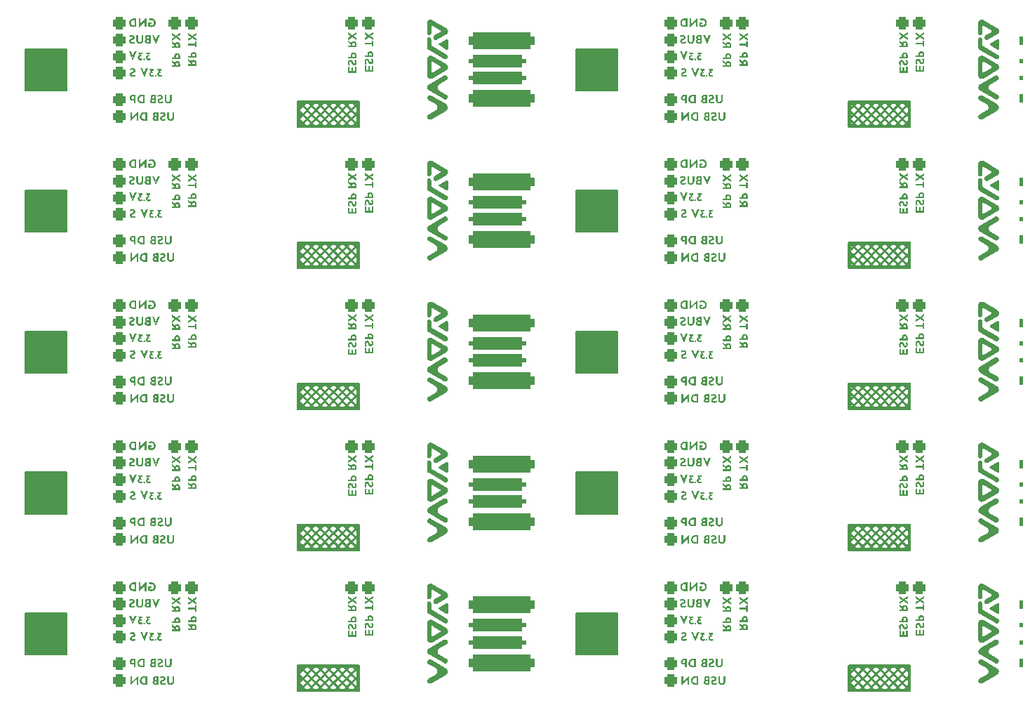
<source format=gbr>
%TF.GenerationSoftware,KiCad,Pcbnew,8.0.4*%
%TF.CreationDate,2024-10-06T23:42:51+02:00*%
%TF.ProjectId,elrs-sim-panel,656c7273-2d73-4696-9d2d-70616e656c2e,rev?*%
%TF.SameCoordinates,Original*%
%TF.FileFunction,Legend,Bot*%
%TF.FilePolarity,Positive*%
%FSLAX46Y46*%
G04 Gerber Fmt 4.6, Leading zero omitted, Abs format (unit mm)*
G04 Created by KiCad (PCBNEW 8.0.4) date 2024-10-06 23:42:51*
%MOMM*%
%LPD*%
G01*
G04 APERTURE LIST*
G04 Aperture macros list*
%AMRoundRect*
0 Rectangle with rounded corners*
0 $1 Rounding radius*
0 $2 $3 $4 $5 $6 $7 $8 $9 X,Y pos of 4 corners*
0 Add a 4 corners polygon primitive as box body*
4,1,4,$2,$3,$4,$5,$6,$7,$8,$9,$2,$3,0*
0 Add four circle primitives for the rounded corners*
1,1,$1+$1,$2,$3*
1,1,$1+$1,$4,$5*
1,1,$1+$1,$6,$7*
1,1,$1+$1,$8,$9*
0 Add four rect primitives between the rounded corners*
20,1,$1+$1,$2,$3,$4,$5,0*
20,1,$1+$1,$4,$5,$6,$7,0*
20,1,$1+$1,$6,$7,$8,$9,0*
20,1,$1+$1,$8,$9,$2,$3,0*%
G04 Aperture macros list end*
%ADD10C,0.150000*%
%ADD11C,0.000000*%
%ADD12C,0.250000*%
%ADD13C,0.200000*%
%ADD14RoundRect,0.500000X-3.500000X0.500000X-3.500000X-0.500000X3.500000X-0.500000X3.500000X0.500000X0*%
%ADD15RoundRect,0.500000X-3.000000X0.250000X-3.000000X-0.250000X3.000000X-0.250000X3.000000X0.250000X0*%
%ADD16R,1.700000X1.700000*%
%ADD17O,1.700000X1.700000*%
%ADD18RoundRect,0.387500X-0.387500X0.387500X-0.387500X-0.387500X0.387500X-0.387500X0.387500X0.387500X0*%
G04 APERTURE END LIST*
D10*
X75000000Y-29500000D02*
X80000000Y-29500000D01*
X80000000Y-34500000D01*
X75000000Y-34500000D01*
X75000000Y-29500000D01*
G36*
X75000000Y-29500000D02*
G01*
X80000000Y-29500000D01*
X80000000Y-34500000D01*
X75000000Y-34500000D01*
X75000000Y-29500000D01*
G37*
D11*
G36*
X57365942Y-86058747D02*
G01*
X57386172Y-86060418D01*
X57406439Y-86063473D01*
X57426687Y-86067943D01*
X57446858Y-86073862D01*
X57466895Y-86081262D01*
X57486742Y-86090178D01*
X57506341Y-86100641D01*
X59291599Y-87132737D01*
X59318458Y-87149500D01*
X59343584Y-87167670D01*
X59366978Y-87187151D01*
X59388638Y-87207851D01*
X59408566Y-87229676D01*
X59426761Y-87252531D01*
X59443223Y-87276325D01*
X59457952Y-87300961D01*
X59470948Y-87326348D01*
X59482212Y-87352390D01*
X59491743Y-87378995D01*
X59499541Y-87406069D01*
X59505606Y-87433517D01*
X59509937Y-87461247D01*
X59512537Y-87489164D01*
X59513403Y-87517175D01*
X59512537Y-87545185D01*
X59509937Y-87573102D01*
X59505606Y-87600832D01*
X59499541Y-87628281D01*
X59491743Y-87655353D01*
X59482212Y-87681958D01*
X59470948Y-87708001D01*
X59457952Y-87733387D01*
X59443223Y-87758024D01*
X59426761Y-87781817D01*
X59408566Y-87804672D01*
X59388638Y-87826497D01*
X59366978Y-87847197D01*
X59343584Y-87866678D01*
X59318458Y-87884846D01*
X59291599Y-87901610D01*
X57518204Y-88926850D01*
X57498109Y-88937578D01*
X57477760Y-88946720D01*
X57457215Y-88954309D01*
X57436533Y-88960379D01*
X57415771Y-88964962D01*
X57394990Y-88968094D01*
X57374247Y-88969808D01*
X57353601Y-88970137D01*
X57333111Y-88969117D01*
X57312834Y-88966779D01*
X57292829Y-88963158D01*
X57273155Y-88958288D01*
X57253870Y-88952202D01*
X57235033Y-88944935D01*
X57216703Y-88936519D01*
X57198938Y-88926990D01*
X57181796Y-88916379D01*
X57165336Y-88904722D01*
X57149616Y-88892052D01*
X57134695Y-88878402D01*
X57120632Y-88863808D01*
X57107485Y-88848301D01*
X57095311Y-88831916D01*
X57084171Y-88814688D01*
X57074122Y-88796648D01*
X57065224Y-88777832D01*
X57057534Y-88758273D01*
X57051110Y-88738004D01*
X57046013Y-88717061D01*
X57042299Y-88695475D01*
X57040029Y-88673281D01*
X57039258Y-88650514D01*
X57039968Y-88629209D01*
X57042074Y-88608168D01*
X57045544Y-88587447D01*
X57050343Y-88567105D01*
X57056437Y-88547200D01*
X57063793Y-88527793D01*
X57072376Y-88508939D01*
X57082153Y-88490697D01*
X57093091Y-88473127D01*
X57105154Y-88456286D01*
X57118311Y-88440234D01*
X57132525Y-88425027D01*
X57147764Y-88410725D01*
X57163995Y-88397386D01*
X57181182Y-88385069D01*
X57199293Y-88373831D01*
X58035306Y-87892945D01*
X58062267Y-87876198D01*
X58087487Y-87858036D01*
X58110969Y-87838553D01*
X58132711Y-87817844D01*
X58152714Y-87796004D01*
X58170977Y-87773125D01*
X58187501Y-87749304D01*
X58202286Y-87724633D01*
X58215331Y-87699208D01*
X58226636Y-87673122D01*
X58236203Y-87646471D01*
X58244031Y-87619348D01*
X58250118Y-87591848D01*
X58254467Y-87564065D01*
X58257076Y-87536093D01*
X58257946Y-87508027D01*
X58257076Y-87479961D01*
X58254467Y-87451989D01*
X58250118Y-87424206D01*
X58244031Y-87396706D01*
X58236203Y-87369583D01*
X58226637Y-87342932D01*
X58215331Y-87316846D01*
X58202286Y-87291421D01*
X58187502Y-87266751D01*
X58170978Y-87242929D01*
X58152714Y-87220051D01*
X58132711Y-87198211D01*
X58110969Y-87177502D01*
X58087487Y-87158020D01*
X58062267Y-87139858D01*
X58035306Y-87123111D01*
X57195328Y-86639946D01*
X57186386Y-86634602D01*
X57177664Y-86628987D01*
X57169168Y-86623109D01*
X57160901Y-86616975D01*
X57152868Y-86610592D01*
X57145072Y-86603966D01*
X57137518Y-86597106D01*
X57130210Y-86590018D01*
X57123152Y-86582710D01*
X57116347Y-86575188D01*
X57109801Y-86567460D01*
X57103517Y-86559532D01*
X57097500Y-86551413D01*
X57091753Y-86543108D01*
X57086281Y-86534626D01*
X57081087Y-86525973D01*
X57076176Y-86517156D01*
X57071552Y-86508183D01*
X57067219Y-86499060D01*
X57063182Y-86489796D01*
X57059444Y-86480396D01*
X57056009Y-86470869D01*
X57052882Y-86461220D01*
X57050067Y-86451458D01*
X57047567Y-86441588D01*
X57045387Y-86431620D01*
X57043532Y-86421560D01*
X57042004Y-86411413D01*
X57040809Y-86401189D01*
X57039950Y-86390894D01*
X57039432Y-86380535D01*
X57039258Y-86370119D01*
X57040010Y-86347917D01*
X57042224Y-86326275D01*
X57045845Y-86305225D01*
X57050816Y-86284801D01*
X57057080Y-86265035D01*
X57064579Y-86245962D01*
X57073257Y-86227612D01*
X57083056Y-86210021D01*
X57093920Y-86193220D01*
X57105790Y-86177241D01*
X57118611Y-86162119D01*
X57132326Y-86147886D01*
X57146877Y-86134576D01*
X57162206Y-86122220D01*
X57178258Y-86110852D01*
X57194975Y-86100504D01*
X57212300Y-86091211D01*
X57230176Y-86083004D01*
X57248546Y-86075916D01*
X57267352Y-86069982D01*
X57286539Y-86065233D01*
X57306048Y-86061701D01*
X57325824Y-86059421D01*
X57345807Y-86058426D01*
X57365942Y-86058747D01*
G37*
G36*
X123865942Y-18058747D02*
G01*
X123886172Y-18060418D01*
X123906439Y-18063473D01*
X123926687Y-18067943D01*
X123946858Y-18073862D01*
X123966895Y-18081262D01*
X123986742Y-18090178D01*
X124006341Y-18100641D01*
X125791599Y-19132737D01*
X125818458Y-19149500D01*
X125843584Y-19167670D01*
X125866978Y-19187151D01*
X125888638Y-19207851D01*
X125908566Y-19229676D01*
X125926761Y-19252531D01*
X125943223Y-19276325D01*
X125957952Y-19300961D01*
X125970948Y-19326348D01*
X125982212Y-19352390D01*
X125991743Y-19378995D01*
X125999541Y-19406069D01*
X126005606Y-19433517D01*
X126009937Y-19461247D01*
X126012537Y-19489164D01*
X126013403Y-19517175D01*
X126012537Y-19545185D01*
X126009937Y-19573102D01*
X126005606Y-19600832D01*
X125999541Y-19628281D01*
X125991743Y-19655353D01*
X125982212Y-19681958D01*
X125970948Y-19708001D01*
X125957952Y-19733387D01*
X125943223Y-19758024D01*
X125926761Y-19781817D01*
X125908566Y-19804672D01*
X125888638Y-19826497D01*
X125866978Y-19847197D01*
X125843584Y-19866678D01*
X125818458Y-19884846D01*
X125791599Y-19901610D01*
X124018204Y-20926850D01*
X123998109Y-20937578D01*
X123977760Y-20946720D01*
X123957215Y-20954309D01*
X123936533Y-20960379D01*
X123915771Y-20964962D01*
X123894990Y-20968094D01*
X123874247Y-20969808D01*
X123853601Y-20970137D01*
X123833111Y-20969117D01*
X123812834Y-20966779D01*
X123792829Y-20963158D01*
X123773155Y-20958288D01*
X123753870Y-20952202D01*
X123735033Y-20944935D01*
X123716703Y-20936519D01*
X123698938Y-20926990D01*
X123681796Y-20916379D01*
X123665336Y-20904722D01*
X123649616Y-20892052D01*
X123634695Y-20878402D01*
X123620632Y-20863808D01*
X123607485Y-20848301D01*
X123595311Y-20831916D01*
X123584171Y-20814688D01*
X123574122Y-20796648D01*
X123565224Y-20777832D01*
X123557534Y-20758273D01*
X123551110Y-20738004D01*
X123546013Y-20717061D01*
X123542299Y-20695475D01*
X123540029Y-20673281D01*
X123539258Y-20650514D01*
X123539968Y-20629209D01*
X123542074Y-20608168D01*
X123545544Y-20587447D01*
X123550343Y-20567105D01*
X123556437Y-20547200D01*
X123563793Y-20527793D01*
X123572376Y-20508939D01*
X123582153Y-20490697D01*
X123593091Y-20473127D01*
X123605154Y-20456286D01*
X123618311Y-20440234D01*
X123632525Y-20425027D01*
X123647764Y-20410725D01*
X123663995Y-20397386D01*
X123681182Y-20385069D01*
X123699293Y-20373831D01*
X124535306Y-19892945D01*
X124562267Y-19876198D01*
X124587487Y-19858036D01*
X124610969Y-19838553D01*
X124632711Y-19817844D01*
X124652714Y-19796004D01*
X124670977Y-19773125D01*
X124687501Y-19749304D01*
X124702286Y-19724633D01*
X124715331Y-19699208D01*
X124726636Y-19673122D01*
X124736203Y-19646471D01*
X124744031Y-19619348D01*
X124750118Y-19591848D01*
X124754467Y-19564065D01*
X124757076Y-19536093D01*
X124757946Y-19508027D01*
X124757076Y-19479961D01*
X124754467Y-19451989D01*
X124750118Y-19424206D01*
X124744031Y-19396706D01*
X124736203Y-19369583D01*
X124726637Y-19342932D01*
X124715331Y-19316846D01*
X124702286Y-19291421D01*
X124687502Y-19266751D01*
X124670978Y-19242929D01*
X124652714Y-19220051D01*
X124632711Y-19198211D01*
X124610969Y-19177502D01*
X124587487Y-19158020D01*
X124562267Y-19139858D01*
X124535306Y-19123111D01*
X123695328Y-18639946D01*
X123686386Y-18634602D01*
X123677664Y-18628987D01*
X123669168Y-18623109D01*
X123660901Y-18616975D01*
X123652868Y-18610592D01*
X123645072Y-18603966D01*
X123637518Y-18597106D01*
X123630210Y-18590018D01*
X123623152Y-18582710D01*
X123616347Y-18575188D01*
X123609801Y-18567460D01*
X123603517Y-18559532D01*
X123597500Y-18551413D01*
X123591753Y-18543108D01*
X123586281Y-18534626D01*
X123581087Y-18525973D01*
X123576176Y-18517156D01*
X123571552Y-18508183D01*
X123567219Y-18499060D01*
X123563182Y-18489796D01*
X123559444Y-18480396D01*
X123556009Y-18470869D01*
X123552882Y-18461220D01*
X123550067Y-18451458D01*
X123547567Y-18441588D01*
X123545387Y-18431620D01*
X123543532Y-18421560D01*
X123542004Y-18411413D01*
X123540809Y-18401189D01*
X123539950Y-18390894D01*
X123539432Y-18380535D01*
X123539258Y-18370119D01*
X123540010Y-18347917D01*
X123542224Y-18326275D01*
X123545845Y-18305225D01*
X123550816Y-18284801D01*
X123557080Y-18265035D01*
X123564579Y-18245962D01*
X123573257Y-18227612D01*
X123583056Y-18210021D01*
X123593920Y-18193220D01*
X123605790Y-18177241D01*
X123618611Y-18162119D01*
X123632326Y-18147886D01*
X123646877Y-18134576D01*
X123662206Y-18122220D01*
X123678258Y-18110852D01*
X123694975Y-18100504D01*
X123712300Y-18091211D01*
X123730176Y-18083004D01*
X123748546Y-18075916D01*
X123767352Y-18069982D01*
X123786539Y-18065233D01*
X123806048Y-18061701D01*
X123825824Y-18059421D01*
X123845807Y-18058426D01*
X123865942Y-18058747D01*
G37*
G36*
X57274407Y-28071114D02*
G01*
X57287292Y-28072094D01*
X57299991Y-28073708D01*
X57312486Y-28075939D01*
X57324762Y-28078772D01*
X57336803Y-28082191D01*
X57348593Y-28086180D01*
X57360115Y-28090723D01*
X57371356Y-28095804D01*
X57382296Y-28101408D01*
X57392922Y-28107517D01*
X57403217Y-28114117D01*
X57413166Y-28121191D01*
X57422752Y-28128724D01*
X57431959Y-28136699D01*
X57440772Y-28145100D01*
X57449174Y-28153912D01*
X57457150Y-28163118D01*
X57464683Y-28172703D01*
X57471758Y-28182652D01*
X57478357Y-28192946D01*
X57484468Y-28203571D01*
X57490072Y-28214512D01*
X57495153Y-28225751D01*
X57499697Y-28237274D01*
X57503687Y-28249063D01*
X57507106Y-28261103D01*
X57509940Y-28273379D01*
X57512171Y-28285874D01*
X57513785Y-28298572D01*
X57514765Y-28311458D01*
X57515095Y-28324514D01*
X57515095Y-28850308D01*
X57515307Y-28863025D01*
X57515939Y-28875673D01*
X57516985Y-28888244D01*
X57518443Y-28900728D01*
X57520305Y-28913116D01*
X57522566Y-28925401D01*
X57525223Y-28937573D01*
X57528270Y-28949624D01*
X57531702Y-28961544D01*
X57535514Y-28973327D01*
X57539701Y-28984962D01*
X57544258Y-28996441D01*
X57549180Y-29007756D01*
X57554462Y-29018897D01*
X57560099Y-29029856D01*
X57566087Y-29040625D01*
X57572419Y-29051195D01*
X57579091Y-29061557D01*
X57586098Y-29071701D01*
X57593436Y-29081621D01*
X57601098Y-29091308D01*
X57609081Y-29100751D01*
X57617378Y-29109943D01*
X57625985Y-29118876D01*
X57634897Y-29127539D01*
X57644110Y-29135926D01*
X57653617Y-29144027D01*
X57663415Y-29151833D01*
X57673497Y-29159336D01*
X57683860Y-29166527D01*
X57694498Y-29173398D01*
X57705405Y-29179939D01*
X59393944Y-30154815D01*
X59411052Y-30165465D01*
X59427286Y-30177134D01*
X59442615Y-30189764D01*
X59457007Y-30203304D01*
X59470430Y-30217697D01*
X59482853Y-30232888D01*
X59494244Y-30248821D01*
X59504571Y-30265443D01*
X59513801Y-30282697D01*
X59521904Y-30300529D01*
X59528848Y-30318885D01*
X59534600Y-30337706D01*
X59539130Y-30356941D01*
X59542405Y-30376534D01*
X59544393Y-30396429D01*
X59545063Y-30416570D01*
X59544334Y-30438120D01*
X59542185Y-30459128D01*
X59538671Y-30479560D01*
X59533847Y-30499385D01*
X59527768Y-30518571D01*
X59520491Y-30537086D01*
X59512070Y-30554899D01*
X59502561Y-30571976D01*
X59492018Y-30588287D01*
X59480498Y-30603798D01*
X59468055Y-30618480D01*
X59454746Y-30632299D01*
X59440625Y-30645223D01*
X59425747Y-30657220D01*
X59410169Y-30668259D01*
X59393944Y-30678308D01*
X59377130Y-30687334D01*
X59359780Y-30695305D01*
X59341951Y-30702191D01*
X59323698Y-30707958D01*
X59305076Y-30712574D01*
X59286140Y-30716010D01*
X59266945Y-30718230D01*
X59247549Y-30719205D01*
X59228003Y-30718901D01*
X59208367Y-30717288D01*
X59188693Y-30714333D01*
X59169037Y-30710004D01*
X59149456Y-30704268D01*
X59130003Y-30697096D01*
X59110735Y-30688453D01*
X59091707Y-30678309D01*
X57197913Y-29584918D01*
X57176368Y-29571506D01*
X57155923Y-29556812D01*
X57136618Y-29540905D01*
X57118493Y-29523854D01*
X57101589Y-29505730D01*
X57085944Y-29486601D01*
X57071599Y-29466536D01*
X57058595Y-29445606D01*
X57046970Y-29423878D01*
X57036766Y-29401423D01*
X57028022Y-29378310D01*
X57020778Y-29354608D01*
X57015074Y-29330388D01*
X57010951Y-29305717D01*
X57008447Y-29280665D01*
X57007603Y-29255302D01*
X57007603Y-28324530D01*
X57007934Y-28311471D01*
X57008914Y-28298585D01*
X57010527Y-28285885D01*
X57012759Y-28273390D01*
X57015592Y-28261113D01*
X57019011Y-28249071D01*
X57023000Y-28237281D01*
X57027543Y-28225757D01*
X57032624Y-28214517D01*
X57038228Y-28203577D01*
X57044338Y-28192950D01*
X57050938Y-28182655D01*
X57058012Y-28172707D01*
X57065545Y-28163121D01*
X57073519Y-28153914D01*
X57081921Y-28145102D01*
X57090734Y-28136700D01*
X57099941Y-28128725D01*
X57109527Y-28121193D01*
X57119474Y-28114118D01*
X57129769Y-28107518D01*
X57140396Y-28101408D01*
X57151337Y-28095804D01*
X57162577Y-28090723D01*
X57174101Y-28086180D01*
X57185891Y-28082191D01*
X57197932Y-28078772D01*
X57210209Y-28075939D01*
X57222705Y-28073708D01*
X57235404Y-28072094D01*
X57248291Y-28071114D01*
X57261349Y-28070784D01*
X57274407Y-28071114D01*
G37*
G36*
X59428471Y-11279347D02*
G01*
X59436521Y-11280287D01*
X59444461Y-11281737D01*
X59452271Y-11283682D01*
X59459924Y-11286109D01*
X59467400Y-11289005D01*
X59474674Y-11292355D01*
X59481723Y-11296148D01*
X59488525Y-11300369D01*
X59495055Y-11305004D01*
X59501292Y-11310041D01*
X59507211Y-11315467D01*
X59512789Y-11321267D01*
X59518005Y-11327428D01*
X59522833Y-11333937D01*
X59527252Y-11340782D01*
X59531237Y-11347947D01*
X59534766Y-11355418D01*
X59537816Y-11363185D01*
X59540363Y-11371233D01*
X59542384Y-11379549D01*
X59543857Y-11388118D01*
X59544757Y-11396928D01*
X59545063Y-11405966D01*
X59545063Y-12426391D01*
X59544757Y-12435429D01*
X59543857Y-12444240D01*
X59542384Y-12452811D01*
X59540363Y-12461128D01*
X59537816Y-12469177D01*
X59534766Y-12476944D01*
X59531237Y-12484417D01*
X59527252Y-12491582D01*
X59522833Y-12498427D01*
X59518005Y-12504935D01*
X59512789Y-12511098D01*
X59507211Y-12516897D01*
X59501292Y-12522322D01*
X59495055Y-12527360D01*
X59488525Y-12531996D01*
X59481723Y-12536217D01*
X59474674Y-12540008D01*
X59467400Y-12543359D01*
X59459924Y-12546254D01*
X59452271Y-12548682D01*
X59444461Y-12550627D01*
X59436521Y-12552076D01*
X59428471Y-12553018D01*
X59420336Y-12553437D01*
X59412138Y-12553320D01*
X59403900Y-12552655D01*
X59395646Y-12551428D01*
X59387401Y-12549625D01*
X59379184Y-12547233D01*
X59371021Y-12544238D01*
X59362934Y-12540628D01*
X59354947Y-12536389D01*
X58467614Y-12026169D01*
X58459909Y-12021384D01*
X58452701Y-12016195D01*
X58445990Y-12010628D01*
X58439776Y-12004712D01*
X58434059Y-11998471D01*
X58428840Y-11991934D01*
X58424117Y-11985127D01*
X58419892Y-11978077D01*
X58416164Y-11970811D01*
X58412932Y-11963357D01*
X58410199Y-11955741D01*
X58407961Y-11947990D01*
X58406221Y-11940131D01*
X58404979Y-11932192D01*
X58404232Y-11924199D01*
X58403984Y-11916178D01*
X58404232Y-11908158D01*
X58404979Y-11900164D01*
X58406221Y-11892224D01*
X58407961Y-11884366D01*
X58410199Y-11876616D01*
X58412932Y-11868999D01*
X58416164Y-11861545D01*
X58419892Y-11854279D01*
X58424117Y-11847230D01*
X58428840Y-11840423D01*
X58434059Y-11833885D01*
X58439776Y-11827645D01*
X58445990Y-11821727D01*
X58452701Y-11816161D01*
X58459909Y-11810972D01*
X58467614Y-11806187D01*
X59354947Y-11295983D01*
X59362934Y-11291743D01*
X59371021Y-11288131D01*
X59379184Y-11285136D01*
X59387401Y-11282743D01*
X59395646Y-11280939D01*
X59403900Y-11279710D01*
X59412138Y-11279044D01*
X59420336Y-11278928D01*
X59428471Y-11279347D01*
G37*
D10*
X8500000Y-63500000D02*
X13500000Y-63500000D01*
X13500000Y-68500000D01*
X8500000Y-68500000D01*
X8500000Y-63500000D01*
G36*
X8500000Y-63500000D02*
G01*
X13500000Y-63500000D01*
X13500000Y-68500000D01*
X8500000Y-68500000D01*
X8500000Y-63500000D01*
G37*
D11*
G36*
X125928471Y-62279347D02*
G01*
X125936521Y-62280287D01*
X125944461Y-62281737D01*
X125952271Y-62283682D01*
X125959924Y-62286109D01*
X125967400Y-62289005D01*
X125974674Y-62292355D01*
X125981723Y-62296148D01*
X125988525Y-62300369D01*
X125995055Y-62305004D01*
X126001292Y-62310041D01*
X126007211Y-62315467D01*
X126012789Y-62321267D01*
X126018005Y-62327428D01*
X126022833Y-62333937D01*
X126027252Y-62340782D01*
X126031237Y-62347947D01*
X126034766Y-62355418D01*
X126037816Y-62363185D01*
X126040363Y-62371233D01*
X126042384Y-62379549D01*
X126043857Y-62388118D01*
X126044757Y-62396928D01*
X126045063Y-62405966D01*
X126045063Y-63426391D01*
X126044757Y-63435429D01*
X126043857Y-63444240D01*
X126042384Y-63452811D01*
X126040363Y-63461128D01*
X126037816Y-63469177D01*
X126034766Y-63476944D01*
X126031237Y-63484417D01*
X126027252Y-63491582D01*
X126022833Y-63498427D01*
X126018005Y-63504935D01*
X126012789Y-63511098D01*
X126007211Y-63516897D01*
X126001292Y-63522322D01*
X125995055Y-63527360D01*
X125988525Y-63531996D01*
X125981723Y-63536217D01*
X125974674Y-63540008D01*
X125967400Y-63543359D01*
X125959924Y-63546254D01*
X125952271Y-63548682D01*
X125944461Y-63550627D01*
X125936521Y-63552076D01*
X125928471Y-63553018D01*
X125920336Y-63553437D01*
X125912138Y-63553320D01*
X125903900Y-63552655D01*
X125895646Y-63551428D01*
X125887401Y-63549625D01*
X125879184Y-63547233D01*
X125871021Y-63544238D01*
X125862934Y-63540628D01*
X125854947Y-63536389D01*
X124967614Y-63026169D01*
X124959909Y-63021384D01*
X124952701Y-63016195D01*
X124945990Y-63010628D01*
X124939776Y-63004712D01*
X124934059Y-62998471D01*
X124928840Y-62991934D01*
X124924117Y-62985127D01*
X124919892Y-62978077D01*
X124916164Y-62970811D01*
X124912932Y-62963357D01*
X124910199Y-62955741D01*
X124907961Y-62947990D01*
X124906221Y-62940131D01*
X124904979Y-62932192D01*
X124904232Y-62924199D01*
X124903984Y-62916178D01*
X124904232Y-62908158D01*
X124904979Y-62900164D01*
X124906221Y-62892224D01*
X124907961Y-62884366D01*
X124910199Y-62876616D01*
X124912932Y-62868999D01*
X124916164Y-62861545D01*
X124919892Y-62854279D01*
X124924117Y-62847230D01*
X124928840Y-62840423D01*
X124934059Y-62833885D01*
X124939776Y-62827645D01*
X124945990Y-62821727D01*
X124952701Y-62816161D01*
X124959909Y-62810972D01*
X124967614Y-62806187D01*
X125854947Y-62295983D01*
X125862934Y-62291743D01*
X125871021Y-62288131D01*
X125879184Y-62285136D01*
X125887401Y-62282743D01*
X125895646Y-62280939D01*
X125903900Y-62279710D01*
X125912138Y-62279044D01*
X125920336Y-62278928D01*
X125928471Y-62279347D01*
G37*
G36*
X123977349Y-30275712D02*
G01*
X124006443Y-30278100D01*
X124035591Y-30282476D01*
X124064712Y-30288886D01*
X124093725Y-30297377D01*
X124122546Y-30307998D01*
X124151093Y-30320795D01*
X124179285Y-30335815D01*
X125821170Y-31283224D01*
X125848282Y-31300114D01*
X125873645Y-31318425D01*
X125897258Y-31338059D01*
X125919123Y-31358924D01*
X125939239Y-31380923D01*
X125957605Y-31403964D01*
X125974222Y-31427951D01*
X125989090Y-31452789D01*
X126002208Y-31478384D01*
X126013578Y-31504642D01*
X126023198Y-31531467D01*
X126031069Y-31558766D01*
X126037192Y-31586442D01*
X126041564Y-31614403D01*
X126044189Y-31642552D01*
X126045063Y-31670797D01*
X126044188Y-31699042D01*
X126041564Y-31727191D01*
X126037191Y-31755152D01*
X126031069Y-31782829D01*
X126023198Y-31810127D01*
X126013578Y-31836952D01*
X126002208Y-31863210D01*
X125989089Y-31888805D01*
X125974221Y-31913643D01*
X125957604Y-31937630D01*
X125939238Y-31960670D01*
X125919122Y-31982670D01*
X125897257Y-32003534D01*
X125873643Y-32023169D01*
X125848280Y-32041479D01*
X125821168Y-32058369D01*
X124179285Y-33005778D01*
X124151093Y-33020798D01*
X124139821Y-33025851D01*
X124122546Y-33033595D01*
X124093725Y-33044216D01*
X124064712Y-33052707D01*
X124035591Y-33059117D01*
X124006443Y-33063493D01*
X123977349Y-33065882D01*
X123948392Y-33066331D01*
X123919653Y-33064887D01*
X123891216Y-33061599D01*
X123863160Y-33056512D01*
X123835570Y-33049675D01*
X123808527Y-33041135D01*
X123782112Y-33030939D01*
X123756407Y-33019135D01*
X123731495Y-33005770D01*
X123707457Y-32990890D01*
X123684377Y-32974543D01*
X123662335Y-32956778D01*
X123641414Y-32937641D01*
X123621695Y-32917179D01*
X123603260Y-32895439D01*
X123586192Y-32872470D01*
X123570573Y-32848317D01*
X123556484Y-32823029D01*
X123544008Y-32796654D01*
X123533226Y-32769237D01*
X123524220Y-32740827D01*
X123517073Y-32711470D01*
X123511867Y-32681214D01*
X123508683Y-32650108D01*
X123507603Y-32618196D01*
X123507603Y-31160585D01*
X124015095Y-31160585D01*
X124015095Y-32181008D01*
X124015401Y-32190045D01*
X124016301Y-32198856D01*
X124017774Y-32207425D01*
X124019795Y-32215741D01*
X124022342Y-32223789D01*
X124025391Y-32231556D01*
X124028920Y-32239028D01*
X124032906Y-32246193D01*
X124037325Y-32253038D01*
X124042152Y-32259546D01*
X124047368Y-32265708D01*
X124052946Y-32271508D01*
X124058865Y-32276934D01*
X124065101Y-32281972D01*
X124071632Y-32286608D01*
X124078433Y-32290829D01*
X124085483Y-32294621D01*
X124092756Y-32297972D01*
X124100232Y-32300868D01*
X124107885Y-32303295D01*
X124115695Y-32305241D01*
X124123635Y-32306692D01*
X124131685Y-32307633D01*
X124139821Y-32308053D01*
X124148019Y-32307937D01*
X124156257Y-32307273D01*
X124164511Y-32306045D01*
X124172758Y-32304242D01*
X124180975Y-32301851D01*
X124189139Y-32298857D01*
X124197227Y-32295246D01*
X124205215Y-32291007D01*
X125092543Y-31780788D01*
X125100248Y-31776003D01*
X125107456Y-31770814D01*
X125114167Y-31765248D01*
X125120381Y-31759331D01*
X125126098Y-31753090D01*
X125131318Y-31746553D01*
X125136040Y-31739745D01*
X125140266Y-31732695D01*
X125143993Y-31725431D01*
X125147225Y-31717976D01*
X125149959Y-31710360D01*
X125152196Y-31702609D01*
X125153936Y-31694751D01*
X125155179Y-31686811D01*
X125155925Y-31678818D01*
X125156173Y-31670797D01*
X125155925Y-31662776D01*
X125155179Y-31654783D01*
X125153936Y-31646844D01*
X125152196Y-31638985D01*
X125149959Y-31631234D01*
X125147225Y-31623618D01*
X125143993Y-31616164D01*
X125140266Y-31608899D01*
X125136040Y-31601849D01*
X125131318Y-31595041D01*
X125126098Y-31588505D01*
X125120381Y-31582264D01*
X125114167Y-31576347D01*
X125107456Y-31570780D01*
X125100248Y-31565591D01*
X125092543Y-31560806D01*
X124205215Y-31050586D01*
X124197227Y-31046346D01*
X124189139Y-31042737D01*
X124180975Y-31039742D01*
X124172758Y-31037351D01*
X124164511Y-31035548D01*
X124156257Y-31034321D01*
X124148019Y-31033656D01*
X124139821Y-31033540D01*
X124131685Y-31033960D01*
X124123635Y-31034901D01*
X124115695Y-31036352D01*
X124107885Y-31038298D01*
X124100232Y-31040725D01*
X124092756Y-31043621D01*
X124085483Y-31046972D01*
X124078433Y-31050765D01*
X124071632Y-31054986D01*
X124065101Y-31059621D01*
X124058865Y-31064659D01*
X124052946Y-31070085D01*
X124047368Y-31075885D01*
X124042152Y-31082047D01*
X124037325Y-31088556D01*
X124032906Y-31095400D01*
X124028920Y-31102565D01*
X124025391Y-31110038D01*
X124022342Y-31117805D01*
X124019795Y-31125852D01*
X124017774Y-31134168D01*
X124016301Y-31142737D01*
X124015401Y-31151547D01*
X124015095Y-31160585D01*
X123507603Y-31160585D01*
X123507603Y-30723398D01*
X123508683Y-30691486D01*
X123511867Y-30660379D01*
X123517073Y-30630123D01*
X123524220Y-30600767D01*
X123533226Y-30572357D01*
X123544008Y-30544940D01*
X123556484Y-30518564D01*
X123570573Y-30493276D01*
X123586192Y-30469123D01*
X123603260Y-30446154D01*
X123621695Y-30424414D01*
X123641414Y-30403953D01*
X123662335Y-30384815D01*
X123684377Y-30367049D01*
X123707457Y-30350703D01*
X123731495Y-30335823D01*
X123756407Y-30322458D01*
X123782112Y-30310653D01*
X123808527Y-30300457D01*
X123835570Y-30291918D01*
X123863160Y-30285081D01*
X123891216Y-30279995D01*
X123919653Y-30276706D01*
X123948392Y-30275262D01*
X123977349Y-30275712D01*
G37*
G36*
X125719554Y-15655132D02*
G01*
X125739831Y-15657471D01*
X125759836Y-15661091D01*
X125779509Y-15665961D01*
X125798795Y-15672047D01*
X125817631Y-15679315D01*
X125835961Y-15687730D01*
X125853726Y-15697260D01*
X125870868Y-15707871D01*
X125887329Y-15719527D01*
X125903048Y-15732197D01*
X125917968Y-15745846D01*
X125932032Y-15760441D01*
X125945179Y-15775948D01*
X125957351Y-15792331D01*
X125968491Y-15809560D01*
X125978540Y-15827599D01*
X125987438Y-15846414D01*
X125995128Y-15865973D01*
X126001551Y-15886240D01*
X126006649Y-15907183D01*
X126010362Y-15928768D01*
X126012633Y-15950960D01*
X126013403Y-15973726D01*
X126012693Y-15995031D01*
X126010587Y-16016073D01*
X126007119Y-16036794D01*
X126002320Y-16057136D01*
X125996227Y-16077042D01*
X125988871Y-16096451D01*
X125980289Y-16115306D01*
X125970512Y-16133548D01*
X125959575Y-16151120D01*
X125947512Y-16167961D01*
X125934355Y-16184016D01*
X125920140Y-16199223D01*
X125904899Y-16213526D01*
X125888668Y-16226865D01*
X125871479Y-16239183D01*
X125853365Y-16250420D01*
X125017364Y-16731301D01*
X124990404Y-16748048D01*
X124965182Y-16766210D01*
X124941700Y-16785693D01*
X124919958Y-16806402D01*
X124899955Y-16828242D01*
X124881691Y-16851121D01*
X124865167Y-16874942D01*
X124850382Y-16899613D01*
X124837336Y-16925037D01*
X124826031Y-16951123D01*
X124816464Y-16977774D01*
X124808636Y-17004897D01*
X124802549Y-17032397D01*
X124798200Y-17060180D01*
X124795591Y-17088152D01*
X124794721Y-17116218D01*
X124795591Y-17144284D01*
X124798200Y-17172255D01*
X124802548Y-17200038D01*
X124808636Y-17227539D01*
X124816464Y-17254662D01*
X124826030Y-17281313D01*
X124837336Y-17307398D01*
X124850381Y-17332823D01*
X124865166Y-17357493D01*
X124881690Y-17381315D01*
X124899954Y-17404193D01*
X124919957Y-17426034D01*
X124941699Y-17446743D01*
X124965181Y-17466225D01*
X124990402Y-17484387D01*
X125017362Y-17501134D01*
X125857333Y-17984298D01*
X125866276Y-17989642D01*
X125874998Y-17995258D01*
X125883494Y-18001135D01*
X125891760Y-18007270D01*
X125899794Y-18013654D01*
X125907589Y-18020278D01*
X125915144Y-18027139D01*
X125922452Y-18034227D01*
X125929511Y-18041535D01*
X125936315Y-18049057D01*
X125942861Y-18056785D01*
X125949145Y-18064712D01*
X125955162Y-18072832D01*
X125960909Y-18081136D01*
X125966382Y-18089619D01*
X125971575Y-18098272D01*
X125976486Y-18107089D01*
X125981109Y-18116062D01*
X125985442Y-18125184D01*
X125989479Y-18134449D01*
X125993218Y-18143848D01*
X125996652Y-18153377D01*
X125999779Y-18163025D01*
X126002595Y-18172787D01*
X126005094Y-18182656D01*
X126007274Y-18192625D01*
X126009129Y-18202686D01*
X126010657Y-18212832D01*
X126011853Y-18223056D01*
X126012711Y-18233351D01*
X126013230Y-18243710D01*
X126013403Y-18254125D01*
X126012652Y-18276328D01*
X126010438Y-18297971D01*
X126006816Y-18319021D01*
X126001845Y-18339445D01*
X125995581Y-18359209D01*
X125988082Y-18378283D01*
X125979405Y-18396632D01*
X125969606Y-18414225D01*
X125958742Y-18431026D01*
X125946871Y-18447004D01*
X125934049Y-18462126D01*
X125920335Y-18476359D01*
X125905785Y-18489670D01*
X125890455Y-18502025D01*
X125874404Y-18513394D01*
X125857686Y-18523741D01*
X125840362Y-18533035D01*
X125822486Y-18541241D01*
X125804116Y-18548328D01*
X125785310Y-18554263D01*
X125766124Y-18559012D01*
X125746615Y-18562544D01*
X125726841Y-18564823D01*
X125706858Y-18565819D01*
X125686723Y-18565498D01*
X125666495Y-18563826D01*
X125646228Y-18560772D01*
X125625981Y-18556301D01*
X125605811Y-18550383D01*
X125585775Y-18542982D01*
X125565929Y-18534067D01*
X125546331Y-18523604D01*
X123761064Y-17491508D01*
X123734205Y-17474744D01*
X123709078Y-17456575D01*
X123685685Y-17437094D01*
X123664024Y-17416394D01*
X123644097Y-17394569D01*
X123625901Y-17371713D01*
X123609439Y-17347920D01*
X123594710Y-17323283D01*
X123581713Y-17297896D01*
X123570450Y-17271854D01*
X123560919Y-17245249D01*
X123553121Y-17218175D01*
X123547056Y-17190727D01*
X123542724Y-17162997D01*
X123540125Y-17135080D01*
X123539258Y-17107069D01*
X123540125Y-17079058D01*
X123542724Y-17051141D01*
X123547056Y-17023411D01*
X123553121Y-16995963D01*
X123560919Y-16968890D01*
X123570450Y-16942285D01*
X123581713Y-16916244D01*
X123594710Y-16890858D01*
X123609439Y-16866222D01*
X123625901Y-16842430D01*
X123644097Y-16819575D01*
X123664024Y-16797751D01*
X123685685Y-16777052D01*
X123709078Y-16757571D01*
X123734205Y-16739404D01*
X123761064Y-16722641D01*
X125534455Y-15697397D01*
X125554550Y-15686668D01*
X125574901Y-15677527D01*
X125595447Y-15669938D01*
X125616130Y-15663870D01*
X125636891Y-15659286D01*
X125657673Y-15656154D01*
X125678416Y-15654440D01*
X125699063Y-15654111D01*
X125719554Y-15655132D01*
G37*
G36*
X123774407Y-79071114D02*
G01*
X123787292Y-79072094D01*
X123799991Y-79073708D01*
X123812486Y-79075939D01*
X123824762Y-79078772D01*
X123836803Y-79082191D01*
X123848593Y-79086180D01*
X123860115Y-79090723D01*
X123871356Y-79095804D01*
X123882296Y-79101408D01*
X123892922Y-79107517D01*
X123903217Y-79114117D01*
X123913166Y-79121191D01*
X123922752Y-79128724D01*
X123931959Y-79136699D01*
X123940772Y-79145100D01*
X123949174Y-79153912D01*
X123957150Y-79163118D01*
X123964683Y-79172703D01*
X123971758Y-79182652D01*
X123978357Y-79192946D01*
X123984468Y-79203571D01*
X123990072Y-79214512D01*
X123995153Y-79225751D01*
X123999697Y-79237274D01*
X124003687Y-79249063D01*
X124007106Y-79261103D01*
X124009940Y-79273379D01*
X124012171Y-79285874D01*
X124013785Y-79298572D01*
X124014765Y-79311458D01*
X124015095Y-79324514D01*
X124015095Y-79850308D01*
X124015307Y-79863025D01*
X124015939Y-79875673D01*
X124016985Y-79888244D01*
X124018443Y-79900728D01*
X124020305Y-79913116D01*
X124022566Y-79925401D01*
X124025223Y-79937573D01*
X124028270Y-79949624D01*
X124031702Y-79961544D01*
X124035514Y-79973327D01*
X124039701Y-79984962D01*
X124044258Y-79996441D01*
X124049180Y-80007756D01*
X124054462Y-80018897D01*
X124060099Y-80029856D01*
X124066087Y-80040625D01*
X124072419Y-80051195D01*
X124079091Y-80061557D01*
X124086098Y-80071701D01*
X124093436Y-80081621D01*
X124101098Y-80091308D01*
X124109081Y-80100751D01*
X124117378Y-80109943D01*
X124125985Y-80118876D01*
X124134897Y-80127539D01*
X124144110Y-80135926D01*
X124153617Y-80144027D01*
X124163415Y-80151833D01*
X124173497Y-80159336D01*
X124183860Y-80166527D01*
X124194498Y-80173398D01*
X124205405Y-80179939D01*
X125893944Y-81154815D01*
X125911052Y-81165465D01*
X125927286Y-81177134D01*
X125942615Y-81189764D01*
X125957007Y-81203304D01*
X125970430Y-81217697D01*
X125982853Y-81232888D01*
X125994244Y-81248821D01*
X126004571Y-81265443D01*
X126013801Y-81282697D01*
X126021904Y-81300529D01*
X126028848Y-81318885D01*
X126034600Y-81337706D01*
X126039130Y-81356941D01*
X126042405Y-81376534D01*
X126044393Y-81396429D01*
X126045063Y-81416570D01*
X126044334Y-81438120D01*
X126042185Y-81459128D01*
X126038671Y-81479560D01*
X126033847Y-81499385D01*
X126027768Y-81518571D01*
X126020491Y-81537086D01*
X126012070Y-81554899D01*
X126002561Y-81571976D01*
X125992018Y-81588287D01*
X125980498Y-81603798D01*
X125968055Y-81618480D01*
X125954746Y-81632299D01*
X125940625Y-81645223D01*
X125925747Y-81657220D01*
X125910169Y-81668259D01*
X125893944Y-81678308D01*
X125877130Y-81687334D01*
X125859780Y-81695305D01*
X125841951Y-81702191D01*
X125823698Y-81707958D01*
X125805076Y-81712574D01*
X125786140Y-81716010D01*
X125766945Y-81718230D01*
X125747549Y-81719205D01*
X125728003Y-81718901D01*
X125708367Y-81717288D01*
X125688693Y-81714333D01*
X125669037Y-81710004D01*
X125649456Y-81704268D01*
X125630003Y-81697096D01*
X125610735Y-81688453D01*
X125591707Y-81678309D01*
X123697913Y-80584918D01*
X123676368Y-80571506D01*
X123655923Y-80556812D01*
X123636618Y-80540905D01*
X123618493Y-80523854D01*
X123601589Y-80505730D01*
X123585944Y-80486601D01*
X123571599Y-80466536D01*
X123558595Y-80445606D01*
X123546970Y-80423878D01*
X123536766Y-80401423D01*
X123528022Y-80378310D01*
X123520778Y-80354608D01*
X123515074Y-80330388D01*
X123510951Y-80305717D01*
X123508447Y-80280665D01*
X123507603Y-80255302D01*
X123507603Y-79324530D01*
X123507934Y-79311471D01*
X123508914Y-79298585D01*
X123510527Y-79285885D01*
X123512759Y-79273390D01*
X123515592Y-79261113D01*
X123519011Y-79249071D01*
X123523000Y-79237281D01*
X123527543Y-79225757D01*
X123532624Y-79214517D01*
X123538228Y-79203577D01*
X123544338Y-79192950D01*
X123550938Y-79182655D01*
X123558012Y-79172707D01*
X123565545Y-79163121D01*
X123573519Y-79153914D01*
X123581921Y-79145102D01*
X123590734Y-79136700D01*
X123599941Y-79128725D01*
X123609527Y-79121193D01*
X123619474Y-79114118D01*
X123629769Y-79107518D01*
X123640396Y-79101408D01*
X123651337Y-79095804D01*
X123662577Y-79090723D01*
X123674101Y-79086180D01*
X123685891Y-79082191D01*
X123697932Y-79078772D01*
X123710209Y-79075939D01*
X123722705Y-79073708D01*
X123735404Y-79072094D01*
X123748291Y-79071114D01*
X123761349Y-79070784D01*
X123774407Y-79071114D01*
G37*
G36*
X59428471Y-28279347D02*
G01*
X59436521Y-28280287D01*
X59444461Y-28281737D01*
X59452271Y-28283682D01*
X59459924Y-28286109D01*
X59467400Y-28289005D01*
X59474674Y-28292355D01*
X59481723Y-28296148D01*
X59488525Y-28300369D01*
X59495055Y-28305004D01*
X59501292Y-28310041D01*
X59507211Y-28315467D01*
X59512789Y-28321267D01*
X59518005Y-28327428D01*
X59522833Y-28333937D01*
X59527252Y-28340782D01*
X59531237Y-28347947D01*
X59534766Y-28355418D01*
X59537816Y-28363185D01*
X59540363Y-28371233D01*
X59542384Y-28379549D01*
X59543857Y-28388118D01*
X59544757Y-28396928D01*
X59545063Y-28405966D01*
X59545063Y-29426391D01*
X59544757Y-29435429D01*
X59543857Y-29444240D01*
X59542384Y-29452811D01*
X59540363Y-29461128D01*
X59537816Y-29469177D01*
X59534766Y-29476944D01*
X59531237Y-29484417D01*
X59527252Y-29491582D01*
X59522833Y-29498427D01*
X59518005Y-29504935D01*
X59512789Y-29511098D01*
X59507211Y-29516897D01*
X59501292Y-29522322D01*
X59495055Y-29527360D01*
X59488525Y-29531996D01*
X59481723Y-29536217D01*
X59474674Y-29540008D01*
X59467400Y-29543359D01*
X59459924Y-29546254D01*
X59452271Y-29548682D01*
X59444461Y-29550627D01*
X59436521Y-29552076D01*
X59428471Y-29553018D01*
X59420336Y-29553437D01*
X59412138Y-29553320D01*
X59403900Y-29552655D01*
X59395646Y-29551428D01*
X59387401Y-29549625D01*
X59379184Y-29547233D01*
X59371021Y-29544238D01*
X59362934Y-29540628D01*
X59354947Y-29536389D01*
X58467614Y-29026169D01*
X58459909Y-29021384D01*
X58452701Y-29016195D01*
X58445990Y-29010628D01*
X58439776Y-29004712D01*
X58434059Y-28998471D01*
X58428840Y-28991934D01*
X58424117Y-28985127D01*
X58419892Y-28978077D01*
X58416164Y-28970811D01*
X58412932Y-28963357D01*
X58410199Y-28955741D01*
X58407961Y-28947990D01*
X58406221Y-28940131D01*
X58404979Y-28932192D01*
X58404232Y-28924199D01*
X58403984Y-28916178D01*
X58404232Y-28908158D01*
X58404979Y-28900164D01*
X58406221Y-28892224D01*
X58407961Y-28884366D01*
X58410199Y-28876616D01*
X58412932Y-28868999D01*
X58416164Y-28861545D01*
X58419892Y-28854279D01*
X58424117Y-28847230D01*
X58428840Y-28840423D01*
X58434059Y-28833885D01*
X58439776Y-28827645D01*
X58445990Y-28821727D01*
X58452701Y-28816161D01*
X58459909Y-28810972D01*
X58467614Y-28806187D01*
X59354947Y-28295983D01*
X59362934Y-28291743D01*
X59371021Y-28288131D01*
X59379184Y-28285136D01*
X59387401Y-28282743D01*
X59395646Y-28280939D01*
X59403900Y-28279710D01*
X59412138Y-28279044D01*
X59420336Y-28278928D01*
X59428471Y-28279347D01*
G37*
G36*
X123865942Y-52058747D02*
G01*
X123886172Y-52060418D01*
X123906439Y-52063473D01*
X123926687Y-52067943D01*
X123946858Y-52073862D01*
X123966895Y-52081262D01*
X123986742Y-52090178D01*
X124006341Y-52100641D01*
X125791599Y-53132737D01*
X125818458Y-53149500D01*
X125843584Y-53167670D01*
X125866978Y-53187151D01*
X125888638Y-53207851D01*
X125908566Y-53229676D01*
X125926761Y-53252531D01*
X125943223Y-53276325D01*
X125957952Y-53300961D01*
X125970948Y-53326348D01*
X125982212Y-53352390D01*
X125991743Y-53378995D01*
X125999541Y-53406069D01*
X126005606Y-53433517D01*
X126009937Y-53461247D01*
X126012537Y-53489164D01*
X126013403Y-53517175D01*
X126012537Y-53545185D01*
X126009937Y-53573102D01*
X126005606Y-53600832D01*
X125999541Y-53628281D01*
X125991743Y-53655353D01*
X125982212Y-53681958D01*
X125970948Y-53708001D01*
X125957952Y-53733387D01*
X125943223Y-53758024D01*
X125926761Y-53781817D01*
X125908566Y-53804672D01*
X125888638Y-53826497D01*
X125866978Y-53847197D01*
X125843584Y-53866678D01*
X125818458Y-53884846D01*
X125791599Y-53901610D01*
X124018204Y-54926850D01*
X123998109Y-54937578D01*
X123977760Y-54946720D01*
X123957215Y-54954309D01*
X123936533Y-54960379D01*
X123915771Y-54964962D01*
X123894990Y-54968094D01*
X123874247Y-54969808D01*
X123853601Y-54970137D01*
X123833111Y-54969117D01*
X123812834Y-54966779D01*
X123792829Y-54963158D01*
X123773155Y-54958288D01*
X123753870Y-54952202D01*
X123735033Y-54944935D01*
X123716703Y-54936519D01*
X123698938Y-54926990D01*
X123681796Y-54916379D01*
X123665336Y-54904722D01*
X123649616Y-54892052D01*
X123634695Y-54878402D01*
X123620632Y-54863808D01*
X123607485Y-54848301D01*
X123595311Y-54831916D01*
X123584171Y-54814688D01*
X123574122Y-54796648D01*
X123565224Y-54777832D01*
X123557534Y-54758273D01*
X123551110Y-54738004D01*
X123546013Y-54717061D01*
X123542299Y-54695475D01*
X123540029Y-54673281D01*
X123539258Y-54650514D01*
X123539968Y-54629209D01*
X123542074Y-54608168D01*
X123545544Y-54587447D01*
X123550343Y-54567105D01*
X123556437Y-54547200D01*
X123563793Y-54527793D01*
X123572376Y-54508939D01*
X123582153Y-54490697D01*
X123593091Y-54473127D01*
X123605154Y-54456286D01*
X123618311Y-54440234D01*
X123632525Y-54425027D01*
X123647764Y-54410725D01*
X123663995Y-54397386D01*
X123681182Y-54385069D01*
X123699293Y-54373831D01*
X124535306Y-53892945D01*
X124562267Y-53876198D01*
X124587487Y-53858036D01*
X124610969Y-53838553D01*
X124632711Y-53817844D01*
X124652714Y-53796004D01*
X124670977Y-53773125D01*
X124687501Y-53749304D01*
X124702286Y-53724633D01*
X124715331Y-53699208D01*
X124726636Y-53673122D01*
X124736203Y-53646471D01*
X124744031Y-53619348D01*
X124750118Y-53591848D01*
X124754467Y-53564065D01*
X124757076Y-53536093D01*
X124757946Y-53508027D01*
X124757076Y-53479961D01*
X124754467Y-53451989D01*
X124750118Y-53424206D01*
X124744031Y-53396706D01*
X124736203Y-53369583D01*
X124726637Y-53342932D01*
X124715331Y-53316846D01*
X124702286Y-53291421D01*
X124687502Y-53266751D01*
X124670978Y-53242929D01*
X124652714Y-53220051D01*
X124632711Y-53198211D01*
X124610969Y-53177502D01*
X124587487Y-53158020D01*
X124562267Y-53139858D01*
X124535306Y-53123111D01*
X123695328Y-52639946D01*
X123686386Y-52634602D01*
X123677664Y-52628987D01*
X123669168Y-52623109D01*
X123660901Y-52616975D01*
X123652868Y-52610592D01*
X123645072Y-52603966D01*
X123637518Y-52597106D01*
X123630210Y-52590018D01*
X123623152Y-52582710D01*
X123616347Y-52575188D01*
X123609801Y-52567460D01*
X123603517Y-52559532D01*
X123597500Y-52551413D01*
X123591753Y-52543108D01*
X123586281Y-52534626D01*
X123581087Y-52525973D01*
X123576176Y-52517156D01*
X123571552Y-52508183D01*
X123567219Y-52499060D01*
X123563182Y-52489796D01*
X123559444Y-52480396D01*
X123556009Y-52470869D01*
X123552882Y-52461220D01*
X123550067Y-52451458D01*
X123547567Y-52441588D01*
X123545387Y-52431620D01*
X123543532Y-52421560D01*
X123542004Y-52411413D01*
X123540809Y-52401189D01*
X123539950Y-52390894D01*
X123539432Y-52380535D01*
X123539258Y-52370119D01*
X123540010Y-52347917D01*
X123542224Y-52326275D01*
X123545845Y-52305225D01*
X123550816Y-52284801D01*
X123557080Y-52265035D01*
X123564579Y-52245962D01*
X123573257Y-52227612D01*
X123583056Y-52210021D01*
X123593920Y-52193220D01*
X123605790Y-52177241D01*
X123618611Y-52162119D01*
X123632326Y-52147886D01*
X123646877Y-52134576D01*
X123662206Y-52122220D01*
X123678258Y-52110852D01*
X123694975Y-52100504D01*
X123712300Y-52091211D01*
X123730176Y-52083004D01*
X123748546Y-52075916D01*
X123767352Y-52069982D01*
X123786539Y-52065233D01*
X123806048Y-52061701D01*
X123825824Y-52059421D01*
X123845807Y-52058426D01*
X123865942Y-52058747D01*
G37*
G36*
X125928471Y-11279347D02*
G01*
X125936521Y-11280287D01*
X125944461Y-11281737D01*
X125952271Y-11283682D01*
X125959924Y-11286109D01*
X125967400Y-11289005D01*
X125974674Y-11292355D01*
X125981723Y-11296148D01*
X125988525Y-11300369D01*
X125995055Y-11305004D01*
X126001292Y-11310041D01*
X126007211Y-11315467D01*
X126012789Y-11321267D01*
X126018005Y-11327428D01*
X126022833Y-11333937D01*
X126027252Y-11340782D01*
X126031237Y-11347947D01*
X126034766Y-11355418D01*
X126037816Y-11363185D01*
X126040363Y-11371233D01*
X126042384Y-11379549D01*
X126043857Y-11388118D01*
X126044757Y-11396928D01*
X126045063Y-11405966D01*
X126045063Y-12426391D01*
X126044757Y-12435429D01*
X126043857Y-12444240D01*
X126042384Y-12452811D01*
X126040363Y-12461128D01*
X126037816Y-12469177D01*
X126034766Y-12476944D01*
X126031237Y-12484417D01*
X126027252Y-12491582D01*
X126022833Y-12498427D01*
X126018005Y-12504935D01*
X126012789Y-12511098D01*
X126007211Y-12516897D01*
X126001292Y-12522322D01*
X125995055Y-12527360D01*
X125988525Y-12531996D01*
X125981723Y-12536217D01*
X125974674Y-12540008D01*
X125967400Y-12543359D01*
X125959924Y-12546254D01*
X125952271Y-12548682D01*
X125944461Y-12550627D01*
X125936521Y-12552076D01*
X125928471Y-12553018D01*
X125920336Y-12553437D01*
X125912138Y-12553320D01*
X125903900Y-12552655D01*
X125895646Y-12551428D01*
X125887401Y-12549625D01*
X125879184Y-12547233D01*
X125871021Y-12544238D01*
X125862934Y-12540628D01*
X125854947Y-12536389D01*
X124967614Y-12026169D01*
X124959909Y-12021384D01*
X124952701Y-12016195D01*
X124945990Y-12010628D01*
X124939776Y-12004712D01*
X124934059Y-11998471D01*
X124928840Y-11991934D01*
X124924117Y-11985127D01*
X124919892Y-11978077D01*
X124916164Y-11970811D01*
X124912932Y-11963357D01*
X124910199Y-11955741D01*
X124907961Y-11947990D01*
X124906221Y-11940131D01*
X124904979Y-11932192D01*
X124904232Y-11924199D01*
X124903984Y-11916178D01*
X124904232Y-11908158D01*
X124904979Y-11900164D01*
X124906221Y-11892224D01*
X124907961Y-11884366D01*
X124910199Y-11876616D01*
X124912932Y-11868999D01*
X124916164Y-11861545D01*
X124919892Y-11854279D01*
X124924117Y-11847230D01*
X124928840Y-11840423D01*
X124934059Y-11833885D01*
X124939776Y-11827645D01*
X124945990Y-11821727D01*
X124952701Y-11816161D01*
X124959909Y-11810972D01*
X124967614Y-11806187D01*
X125854947Y-11295983D01*
X125862934Y-11291743D01*
X125871021Y-11288131D01*
X125879184Y-11285136D01*
X125887401Y-11282743D01*
X125895646Y-11280939D01*
X125903900Y-11279710D01*
X125912138Y-11279044D01*
X125920336Y-11278928D01*
X125928471Y-11279347D01*
G37*
D10*
X75000000Y-80500000D02*
X80000000Y-80500000D01*
X80000000Y-85500000D01*
X75000000Y-85500000D01*
X75000000Y-80500000D01*
G36*
X75000000Y-80500000D02*
G01*
X80000000Y-80500000D01*
X80000000Y-85500000D01*
X75000000Y-85500000D01*
X75000000Y-80500000D01*
G37*
D11*
G36*
X59219554Y-66655132D02*
G01*
X59239831Y-66657471D01*
X59259836Y-66661091D01*
X59279509Y-66665961D01*
X59298795Y-66672047D01*
X59317631Y-66679315D01*
X59335961Y-66687730D01*
X59353726Y-66697260D01*
X59370868Y-66707871D01*
X59387329Y-66719527D01*
X59403048Y-66732197D01*
X59417968Y-66745846D01*
X59432032Y-66760441D01*
X59445179Y-66775948D01*
X59457351Y-66792331D01*
X59468491Y-66809560D01*
X59478540Y-66827599D01*
X59487438Y-66846414D01*
X59495128Y-66865973D01*
X59501551Y-66886240D01*
X59506649Y-66907183D01*
X59510362Y-66928768D01*
X59512633Y-66950960D01*
X59513403Y-66973726D01*
X59512693Y-66995031D01*
X59510587Y-67016073D01*
X59507119Y-67036794D01*
X59502320Y-67057136D01*
X59496227Y-67077042D01*
X59488871Y-67096451D01*
X59480289Y-67115306D01*
X59470512Y-67133548D01*
X59459575Y-67151120D01*
X59447512Y-67167961D01*
X59434355Y-67184016D01*
X59420140Y-67199223D01*
X59404899Y-67213526D01*
X59388668Y-67226865D01*
X59371479Y-67239183D01*
X59353365Y-67250420D01*
X58517364Y-67731301D01*
X58490404Y-67748048D01*
X58465182Y-67766210D01*
X58441700Y-67785693D01*
X58419958Y-67806402D01*
X58399955Y-67828242D01*
X58381691Y-67851121D01*
X58365167Y-67874942D01*
X58350382Y-67899613D01*
X58337336Y-67925037D01*
X58326031Y-67951123D01*
X58316464Y-67977774D01*
X58308636Y-68004897D01*
X58302549Y-68032397D01*
X58298200Y-68060180D01*
X58295591Y-68088152D01*
X58294721Y-68116218D01*
X58295591Y-68144284D01*
X58298200Y-68172255D01*
X58302548Y-68200038D01*
X58308636Y-68227539D01*
X58316464Y-68254662D01*
X58326030Y-68281313D01*
X58337336Y-68307398D01*
X58350381Y-68332823D01*
X58365166Y-68357493D01*
X58381690Y-68381315D01*
X58399954Y-68404193D01*
X58419957Y-68426034D01*
X58441699Y-68446743D01*
X58465181Y-68466225D01*
X58490402Y-68484387D01*
X58517362Y-68501134D01*
X59357333Y-68984298D01*
X59366276Y-68989642D01*
X59374998Y-68995258D01*
X59383494Y-69001135D01*
X59391760Y-69007270D01*
X59399794Y-69013654D01*
X59407589Y-69020278D01*
X59415144Y-69027139D01*
X59422452Y-69034227D01*
X59429511Y-69041535D01*
X59436315Y-69049057D01*
X59442861Y-69056785D01*
X59449145Y-69064712D01*
X59455162Y-69072832D01*
X59460909Y-69081136D01*
X59466382Y-69089619D01*
X59471575Y-69098272D01*
X59476486Y-69107089D01*
X59481109Y-69116062D01*
X59485442Y-69125184D01*
X59489479Y-69134449D01*
X59493218Y-69143848D01*
X59496652Y-69153377D01*
X59499779Y-69163025D01*
X59502595Y-69172787D01*
X59505094Y-69182656D01*
X59507274Y-69192625D01*
X59509129Y-69202686D01*
X59510657Y-69212832D01*
X59511853Y-69223056D01*
X59512711Y-69233351D01*
X59513230Y-69243710D01*
X59513403Y-69254125D01*
X59512652Y-69276328D01*
X59510438Y-69297971D01*
X59506816Y-69319021D01*
X59501845Y-69339445D01*
X59495581Y-69359209D01*
X59488082Y-69378283D01*
X59479405Y-69396632D01*
X59469606Y-69414225D01*
X59458742Y-69431026D01*
X59446871Y-69447004D01*
X59434049Y-69462126D01*
X59420335Y-69476359D01*
X59405785Y-69489670D01*
X59390455Y-69502025D01*
X59374404Y-69513394D01*
X59357686Y-69523741D01*
X59340362Y-69533035D01*
X59322486Y-69541241D01*
X59304116Y-69548328D01*
X59285310Y-69554263D01*
X59266124Y-69559012D01*
X59246615Y-69562544D01*
X59226841Y-69564823D01*
X59206858Y-69565819D01*
X59186723Y-69565498D01*
X59166495Y-69563826D01*
X59146228Y-69560772D01*
X59125981Y-69556301D01*
X59105811Y-69550383D01*
X59085775Y-69542982D01*
X59065929Y-69534067D01*
X59046331Y-69523604D01*
X57261064Y-68491508D01*
X57234205Y-68474744D01*
X57209078Y-68456575D01*
X57185685Y-68437094D01*
X57164024Y-68416394D01*
X57144097Y-68394569D01*
X57125901Y-68371713D01*
X57109439Y-68347920D01*
X57094710Y-68323283D01*
X57081713Y-68297896D01*
X57070450Y-68271854D01*
X57060919Y-68245249D01*
X57053121Y-68218175D01*
X57047056Y-68190727D01*
X57042724Y-68162997D01*
X57040125Y-68135080D01*
X57039258Y-68107069D01*
X57040125Y-68079058D01*
X57042724Y-68051141D01*
X57047056Y-68023411D01*
X57053121Y-67995963D01*
X57060919Y-67968890D01*
X57070450Y-67942285D01*
X57081713Y-67916244D01*
X57094710Y-67890858D01*
X57109439Y-67866222D01*
X57125901Y-67842430D01*
X57144097Y-67819575D01*
X57164024Y-67797751D01*
X57185685Y-67777052D01*
X57209078Y-67757571D01*
X57234205Y-67739404D01*
X57261064Y-67722641D01*
X59034455Y-66697397D01*
X59054550Y-66686668D01*
X59074901Y-66677527D01*
X59095447Y-66669938D01*
X59116130Y-66663870D01*
X59136891Y-66659286D01*
X59157673Y-66656154D01*
X59178416Y-66654440D01*
X59199063Y-66654111D01*
X59219554Y-66655132D01*
G37*
D10*
X75000000Y-46500000D02*
X80000000Y-46500000D01*
X80000000Y-51500000D01*
X75000000Y-51500000D01*
X75000000Y-46500000D01*
G36*
X75000000Y-46500000D02*
G01*
X80000000Y-46500000D01*
X80000000Y-51500000D01*
X75000000Y-51500000D01*
X75000000Y-46500000D01*
G37*
D11*
G36*
X59219554Y-15655132D02*
G01*
X59239831Y-15657471D01*
X59259836Y-15661091D01*
X59279509Y-15665961D01*
X59298795Y-15672047D01*
X59317631Y-15679315D01*
X59335961Y-15687730D01*
X59353726Y-15697260D01*
X59370868Y-15707871D01*
X59387329Y-15719527D01*
X59403048Y-15732197D01*
X59417968Y-15745846D01*
X59432032Y-15760441D01*
X59445179Y-15775948D01*
X59457351Y-15792331D01*
X59468491Y-15809560D01*
X59478540Y-15827599D01*
X59487438Y-15846414D01*
X59495128Y-15865973D01*
X59501551Y-15886240D01*
X59506649Y-15907183D01*
X59510362Y-15928768D01*
X59512633Y-15950960D01*
X59513403Y-15973726D01*
X59512693Y-15995031D01*
X59510587Y-16016073D01*
X59507119Y-16036794D01*
X59502320Y-16057136D01*
X59496227Y-16077042D01*
X59488871Y-16096451D01*
X59480289Y-16115306D01*
X59470512Y-16133548D01*
X59459575Y-16151120D01*
X59447512Y-16167961D01*
X59434355Y-16184016D01*
X59420140Y-16199223D01*
X59404899Y-16213526D01*
X59388668Y-16226865D01*
X59371479Y-16239183D01*
X59353365Y-16250420D01*
X58517364Y-16731301D01*
X58490404Y-16748048D01*
X58465182Y-16766210D01*
X58441700Y-16785693D01*
X58419958Y-16806402D01*
X58399955Y-16828242D01*
X58381691Y-16851121D01*
X58365167Y-16874942D01*
X58350382Y-16899613D01*
X58337336Y-16925037D01*
X58326031Y-16951123D01*
X58316464Y-16977774D01*
X58308636Y-17004897D01*
X58302549Y-17032397D01*
X58298200Y-17060180D01*
X58295591Y-17088152D01*
X58294721Y-17116218D01*
X58295591Y-17144284D01*
X58298200Y-17172255D01*
X58302548Y-17200038D01*
X58308636Y-17227539D01*
X58316464Y-17254662D01*
X58326030Y-17281313D01*
X58337336Y-17307398D01*
X58350381Y-17332823D01*
X58365166Y-17357493D01*
X58381690Y-17381315D01*
X58399954Y-17404193D01*
X58419957Y-17426034D01*
X58441699Y-17446743D01*
X58465181Y-17466225D01*
X58490402Y-17484387D01*
X58517362Y-17501134D01*
X59357333Y-17984298D01*
X59366276Y-17989642D01*
X59374998Y-17995258D01*
X59383494Y-18001135D01*
X59391760Y-18007270D01*
X59399794Y-18013654D01*
X59407589Y-18020278D01*
X59415144Y-18027139D01*
X59422452Y-18034227D01*
X59429511Y-18041535D01*
X59436315Y-18049057D01*
X59442861Y-18056785D01*
X59449145Y-18064712D01*
X59455162Y-18072832D01*
X59460909Y-18081136D01*
X59466382Y-18089619D01*
X59471575Y-18098272D01*
X59476486Y-18107089D01*
X59481109Y-18116062D01*
X59485442Y-18125184D01*
X59489479Y-18134449D01*
X59493218Y-18143848D01*
X59496652Y-18153377D01*
X59499779Y-18163025D01*
X59502595Y-18172787D01*
X59505094Y-18182656D01*
X59507274Y-18192625D01*
X59509129Y-18202686D01*
X59510657Y-18212832D01*
X59511853Y-18223056D01*
X59512711Y-18233351D01*
X59513230Y-18243710D01*
X59513403Y-18254125D01*
X59512652Y-18276328D01*
X59510438Y-18297971D01*
X59506816Y-18319021D01*
X59501845Y-18339445D01*
X59495581Y-18359209D01*
X59488082Y-18378283D01*
X59479405Y-18396632D01*
X59469606Y-18414225D01*
X59458742Y-18431026D01*
X59446871Y-18447004D01*
X59434049Y-18462126D01*
X59420335Y-18476359D01*
X59405785Y-18489670D01*
X59390455Y-18502025D01*
X59374404Y-18513394D01*
X59357686Y-18523741D01*
X59340362Y-18533035D01*
X59322486Y-18541241D01*
X59304116Y-18548328D01*
X59285310Y-18554263D01*
X59266124Y-18559012D01*
X59246615Y-18562544D01*
X59226841Y-18564823D01*
X59206858Y-18565819D01*
X59186723Y-18565498D01*
X59166495Y-18563826D01*
X59146228Y-18560772D01*
X59125981Y-18556301D01*
X59105811Y-18550383D01*
X59085775Y-18542982D01*
X59065929Y-18534067D01*
X59046331Y-18523604D01*
X57261064Y-17491508D01*
X57234205Y-17474744D01*
X57209078Y-17456575D01*
X57185685Y-17437094D01*
X57164024Y-17416394D01*
X57144097Y-17394569D01*
X57125901Y-17371713D01*
X57109439Y-17347920D01*
X57094710Y-17323283D01*
X57081713Y-17297896D01*
X57070450Y-17271854D01*
X57060919Y-17245249D01*
X57053121Y-17218175D01*
X57047056Y-17190727D01*
X57042724Y-17162997D01*
X57040125Y-17135080D01*
X57039258Y-17107069D01*
X57040125Y-17079058D01*
X57042724Y-17051141D01*
X57047056Y-17023411D01*
X57053121Y-16995963D01*
X57060919Y-16968890D01*
X57070450Y-16942285D01*
X57081713Y-16916244D01*
X57094710Y-16890858D01*
X57109439Y-16866222D01*
X57125901Y-16842430D01*
X57144097Y-16819575D01*
X57164024Y-16797751D01*
X57185685Y-16777052D01*
X57209078Y-16757571D01*
X57234205Y-16739404D01*
X57261064Y-16722641D01*
X59034455Y-15697397D01*
X59054550Y-15686668D01*
X59074901Y-15677527D01*
X59095447Y-15669938D01*
X59116130Y-15663870D01*
X59136891Y-15659286D01*
X59157673Y-15656154D01*
X59178416Y-15654440D01*
X59199063Y-15654111D01*
X59219554Y-15655132D01*
G37*
G36*
X57477349Y-30275712D02*
G01*
X57506443Y-30278100D01*
X57535591Y-30282476D01*
X57564712Y-30288886D01*
X57593725Y-30297377D01*
X57622546Y-30307998D01*
X57651093Y-30320795D01*
X57679285Y-30335815D01*
X59321170Y-31283224D01*
X59348282Y-31300114D01*
X59373645Y-31318425D01*
X59397258Y-31338059D01*
X59419123Y-31358924D01*
X59439239Y-31380923D01*
X59457605Y-31403964D01*
X59474222Y-31427951D01*
X59489090Y-31452789D01*
X59502208Y-31478384D01*
X59513578Y-31504642D01*
X59523198Y-31531467D01*
X59531069Y-31558766D01*
X59537192Y-31586442D01*
X59541564Y-31614403D01*
X59544189Y-31642552D01*
X59545063Y-31670797D01*
X59544188Y-31699042D01*
X59541564Y-31727191D01*
X59537191Y-31755152D01*
X59531069Y-31782829D01*
X59523198Y-31810127D01*
X59513578Y-31836952D01*
X59502208Y-31863210D01*
X59489089Y-31888805D01*
X59474221Y-31913643D01*
X59457604Y-31937630D01*
X59439238Y-31960670D01*
X59419122Y-31982670D01*
X59397257Y-32003534D01*
X59373643Y-32023169D01*
X59348280Y-32041479D01*
X59321168Y-32058369D01*
X57679285Y-33005778D01*
X57651093Y-33020798D01*
X57639821Y-33025851D01*
X57622546Y-33033595D01*
X57593725Y-33044216D01*
X57564712Y-33052707D01*
X57535591Y-33059117D01*
X57506443Y-33063493D01*
X57477349Y-33065882D01*
X57448392Y-33066331D01*
X57419653Y-33064887D01*
X57391216Y-33061599D01*
X57363160Y-33056512D01*
X57335570Y-33049675D01*
X57308527Y-33041135D01*
X57282112Y-33030939D01*
X57256407Y-33019135D01*
X57231495Y-33005770D01*
X57207457Y-32990890D01*
X57184377Y-32974543D01*
X57162335Y-32956778D01*
X57141414Y-32937641D01*
X57121695Y-32917179D01*
X57103260Y-32895439D01*
X57086192Y-32872470D01*
X57070573Y-32848317D01*
X57056484Y-32823029D01*
X57044008Y-32796654D01*
X57033226Y-32769237D01*
X57024220Y-32740827D01*
X57017073Y-32711470D01*
X57011867Y-32681214D01*
X57008683Y-32650108D01*
X57007603Y-32618196D01*
X57007603Y-31160585D01*
X57515095Y-31160585D01*
X57515095Y-32181008D01*
X57515401Y-32190045D01*
X57516301Y-32198856D01*
X57517774Y-32207425D01*
X57519795Y-32215741D01*
X57522342Y-32223789D01*
X57525391Y-32231556D01*
X57528920Y-32239028D01*
X57532906Y-32246193D01*
X57537325Y-32253038D01*
X57542152Y-32259546D01*
X57547368Y-32265708D01*
X57552946Y-32271508D01*
X57558865Y-32276934D01*
X57565101Y-32281972D01*
X57571632Y-32286608D01*
X57578433Y-32290829D01*
X57585483Y-32294621D01*
X57592756Y-32297972D01*
X57600232Y-32300868D01*
X57607885Y-32303295D01*
X57615695Y-32305241D01*
X57623635Y-32306692D01*
X57631685Y-32307633D01*
X57639821Y-32308053D01*
X57648019Y-32307937D01*
X57656257Y-32307273D01*
X57664511Y-32306045D01*
X57672758Y-32304242D01*
X57680975Y-32301851D01*
X57689139Y-32298857D01*
X57697227Y-32295246D01*
X57705215Y-32291007D01*
X58592543Y-31780788D01*
X58600248Y-31776003D01*
X58607456Y-31770814D01*
X58614167Y-31765248D01*
X58620381Y-31759331D01*
X58626098Y-31753090D01*
X58631318Y-31746553D01*
X58636040Y-31739745D01*
X58640266Y-31732695D01*
X58643993Y-31725431D01*
X58647225Y-31717976D01*
X58649959Y-31710360D01*
X58652196Y-31702609D01*
X58653936Y-31694751D01*
X58655179Y-31686811D01*
X58655925Y-31678818D01*
X58656173Y-31670797D01*
X58655925Y-31662776D01*
X58655179Y-31654783D01*
X58653936Y-31646844D01*
X58652196Y-31638985D01*
X58649959Y-31631234D01*
X58647225Y-31623618D01*
X58643993Y-31616164D01*
X58640266Y-31608899D01*
X58636040Y-31601849D01*
X58631318Y-31595041D01*
X58626098Y-31588505D01*
X58620381Y-31582264D01*
X58614167Y-31576347D01*
X58607456Y-31570780D01*
X58600248Y-31565591D01*
X58592543Y-31560806D01*
X57705215Y-31050586D01*
X57697227Y-31046346D01*
X57689139Y-31042737D01*
X57680975Y-31039742D01*
X57672758Y-31037351D01*
X57664511Y-31035548D01*
X57656257Y-31034321D01*
X57648019Y-31033656D01*
X57639821Y-31033540D01*
X57631685Y-31033960D01*
X57623635Y-31034901D01*
X57615695Y-31036352D01*
X57607885Y-31038298D01*
X57600232Y-31040725D01*
X57592756Y-31043621D01*
X57585483Y-31046972D01*
X57578433Y-31050765D01*
X57571632Y-31054986D01*
X57565101Y-31059621D01*
X57558865Y-31064659D01*
X57552946Y-31070085D01*
X57547368Y-31075885D01*
X57542152Y-31082047D01*
X57537325Y-31088556D01*
X57532906Y-31095400D01*
X57528920Y-31102565D01*
X57525391Y-31110038D01*
X57522342Y-31117805D01*
X57519795Y-31125852D01*
X57517774Y-31134168D01*
X57516301Y-31142737D01*
X57515401Y-31151547D01*
X57515095Y-31160585D01*
X57007603Y-31160585D01*
X57007603Y-30723398D01*
X57008683Y-30691486D01*
X57011867Y-30660379D01*
X57017073Y-30630123D01*
X57024220Y-30600767D01*
X57033226Y-30572357D01*
X57044008Y-30544940D01*
X57056484Y-30518564D01*
X57070573Y-30493276D01*
X57086192Y-30469123D01*
X57103260Y-30446154D01*
X57121695Y-30424414D01*
X57141414Y-30403953D01*
X57162335Y-30384815D01*
X57184377Y-30367049D01*
X57207457Y-30350703D01*
X57231495Y-30335823D01*
X57256407Y-30322458D01*
X57282112Y-30310653D01*
X57308527Y-30300457D01*
X57335570Y-30291918D01*
X57363160Y-30285081D01*
X57391216Y-30279995D01*
X57419653Y-30276706D01*
X57448392Y-30275262D01*
X57477349Y-30275712D01*
G37*
G36*
X123774407Y-11071114D02*
G01*
X123787292Y-11072094D01*
X123799991Y-11073708D01*
X123812486Y-11075939D01*
X123824762Y-11078772D01*
X123836803Y-11082191D01*
X123848593Y-11086180D01*
X123860115Y-11090723D01*
X123871356Y-11095804D01*
X123882296Y-11101408D01*
X123892922Y-11107517D01*
X123903217Y-11114117D01*
X123913166Y-11121191D01*
X123922752Y-11128724D01*
X123931959Y-11136699D01*
X123940772Y-11145100D01*
X123949174Y-11153912D01*
X123957150Y-11163118D01*
X123964683Y-11172703D01*
X123971758Y-11182652D01*
X123978357Y-11192946D01*
X123984468Y-11203571D01*
X123990072Y-11214512D01*
X123995153Y-11225751D01*
X123999697Y-11237274D01*
X124003687Y-11249063D01*
X124007106Y-11261103D01*
X124009940Y-11273379D01*
X124012171Y-11285874D01*
X124013785Y-11298572D01*
X124014765Y-11311458D01*
X124015095Y-11324514D01*
X124015095Y-11850308D01*
X124015307Y-11863025D01*
X124015939Y-11875673D01*
X124016985Y-11888244D01*
X124018443Y-11900728D01*
X124020305Y-11913116D01*
X124022566Y-11925401D01*
X124025223Y-11937573D01*
X124028270Y-11949624D01*
X124031702Y-11961544D01*
X124035514Y-11973327D01*
X124039701Y-11984962D01*
X124044258Y-11996441D01*
X124049180Y-12007756D01*
X124054462Y-12018897D01*
X124060099Y-12029856D01*
X124066087Y-12040625D01*
X124072419Y-12051195D01*
X124079091Y-12061557D01*
X124086098Y-12071701D01*
X124093436Y-12081621D01*
X124101098Y-12091308D01*
X124109081Y-12100751D01*
X124117378Y-12109943D01*
X124125985Y-12118876D01*
X124134897Y-12127539D01*
X124144110Y-12135926D01*
X124153617Y-12144027D01*
X124163415Y-12151833D01*
X124173497Y-12159336D01*
X124183860Y-12166527D01*
X124194498Y-12173398D01*
X124205405Y-12179939D01*
X125893944Y-13154815D01*
X125911052Y-13165465D01*
X125927286Y-13177134D01*
X125942615Y-13189764D01*
X125957007Y-13203304D01*
X125970430Y-13217697D01*
X125982853Y-13232888D01*
X125994244Y-13248821D01*
X126004571Y-13265443D01*
X126013801Y-13282697D01*
X126021904Y-13300529D01*
X126028848Y-13318885D01*
X126034600Y-13337706D01*
X126039130Y-13356941D01*
X126042405Y-13376534D01*
X126044393Y-13396429D01*
X126045063Y-13416570D01*
X126044334Y-13438120D01*
X126042185Y-13459128D01*
X126038671Y-13479560D01*
X126033847Y-13499385D01*
X126027768Y-13518571D01*
X126020491Y-13537086D01*
X126012070Y-13554899D01*
X126002561Y-13571976D01*
X125992018Y-13588287D01*
X125980498Y-13603798D01*
X125968055Y-13618480D01*
X125954746Y-13632299D01*
X125940625Y-13645223D01*
X125925747Y-13657220D01*
X125910169Y-13668259D01*
X125893944Y-13678308D01*
X125877130Y-13687334D01*
X125859780Y-13695305D01*
X125841951Y-13702191D01*
X125823698Y-13707958D01*
X125805076Y-13712574D01*
X125786140Y-13716010D01*
X125766945Y-13718230D01*
X125747549Y-13719205D01*
X125728003Y-13718901D01*
X125708367Y-13717288D01*
X125688693Y-13714333D01*
X125669037Y-13710004D01*
X125649456Y-13704268D01*
X125630003Y-13697096D01*
X125610735Y-13688453D01*
X125591707Y-13678309D01*
X123697913Y-12584918D01*
X123676368Y-12571506D01*
X123655923Y-12556812D01*
X123636618Y-12540905D01*
X123618493Y-12523854D01*
X123601589Y-12505730D01*
X123585944Y-12486601D01*
X123571599Y-12466536D01*
X123558595Y-12445606D01*
X123546970Y-12423878D01*
X123536766Y-12401423D01*
X123528022Y-12378310D01*
X123520778Y-12354608D01*
X123515074Y-12330388D01*
X123510951Y-12305717D01*
X123508447Y-12280665D01*
X123507603Y-12255302D01*
X123507603Y-11324530D01*
X123507934Y-11311471D01*
X123508914Y-11298585D01*
X123510527Y-11285885D01*
X123512759Y-11273390D01*
X123515592Y-11261113D01*
X123519011Y-11249071D01*
X123523000Y-11237281D01*
X123527543Y-11225757D01*
X123532624Y-11214517D01*
X123538228Y-11203577D01*
X123544338Y-11192950D01*
X123550938Y-11182655D01*
X123558012Y-11172707D01*
X123565545Y-11163121D01*
X123573519Y-11153914D01*
X123581921Y-11145102D01*
X123590734Y-11136700D01*
X123599941Y-11128725D01*
X123609527Y-11121193D01*
X123619474Y-11114118D01*
X123629769Y-11107518D01*
X123640396Y-11101408D01*
X123651337Y-11095804D01*
X123662577Y-11090723D01*
X123674101Y-11086180D01*
X123685891Y-11082191D01*
X123697932Y-11078772D01*
X123710209Y-11075939D01*
X123722705Y-11073708D01*
X123735404Y-11072094D01*
X123748291Y-11071114D01*
X123761349Y-11070784D01*
X123774407Y-11071114D01*
G37*
G36*
X123865942Y-86058747D02*
G01*
X123886172Y-86060418D01*
X123906439Y-86063473D01*
X123926687Y-86067943D01*
X123946858Y-86073862D01*
X123966895Y-86081262D01*
X123986742Y-86090178D01*
X124006341Y-86100641D01*
X125791599Y-87132737D01*
X125818458Y-87149500D01*
X125843584Y-87167670D01*
X125866978Y-87187151D01*
X125888638Y-87207851D01*
X125908566Y-87229676D01*
X125926761Y-87252531D01*
X125943223Y-87276325D01*
X125957952Y-87300961D01*
X125970948Y-87326348D01*
X125982212Y-87352390D01*
X125991743Y-87378995D01*
X125999541Y-87406069D01*
X126005606Y-87433517D01*
X126009937Y-87461247D01*
X126012537Y-87489164D01*
X126013403Y-87517175D01*
X126012537Y-87545185D01*
X126009937Y-87573102D01*
X126005606Y-87600832D01*
X125999541Y-87628281D01*
X125991743Y-87655353D01*
X125982212Y-87681958D01*
X125970948Y-87708001D01*
X125957952Y-87733387D01*
X125943223Y-87758024D01*
X125926761Y-87781817D01*
X125908566Y-87804672D01*
X125888638Y-87826497D01*
X125866978Y-87847197D01*
X125843584Y-87866678D01*
X125818458Y-87884846D01*
X125791599Y-87901610D01*
X124018204Y-88926850D01*
X123998109Y-88937578D01*
X123977760Y-88946720D01*
X123957215Y-88954309D01*
X123936533Y-88960379D01*
X123915771Y-88964962D01*
X123894990Y-88968094D01*
X123874247Y-88969808D01*
X123853601Y-88970137D01*
X123833111Y-88969117D01*
X123812834Y-88966779D01*
X123792829Y-88963158D01*
X123773155Y-88958288D01*
X123753870Y-88952202D01*
X123735033Y-88944935D01*
X123716703Y-88936519D01*
X123698938Y-88926990D01*
X123681796Y-88916379D01*
X123665336Y-88904722D01*
X123649616Y-88892052D01*
X123634695Y-88878402D01*
X123620632Y-88863808D01*
X123607485Y-88848301D01*
X123595311Y-88831916D01*
X123584171Y-88814688D01*
X123574122Y-88796648D01*
X123565224Y-88777832D01*
X123557534Y-88758273D01*
X123551110Y-88738004D01*
X123546013Y-88717061D01*
X123542299Y-88695475D01*
X123540029Y-88673281D01*
X123539258Y-88650514D01*
X123539968Y-88629209D01*
X123542074Y-88608168D01*
X123545544Y-88587447D01*
X123550343Y-88567105D01*
X123556437Y-88547200D01*
X123563793Y-88527793D01*
X123572376Y-88508939D01*
X123582153Y-88490697D01*
X123593091Y-88473127D01*
X123605154Y-88456286D01*
X123618311Y-88440234D01*
X123632525Y-88425027D01*
X123647764Y-88410725D01*
X123663995Y-88397386D01*
X123681182Y-88385069D01*
X123699293Y-88373831D01*
X124535306Y-87892945D01*
X124562267Y-87876198D01*
X124587487Y-87858036D01*
X124610969Y-87838553D01*
X124632711Y-87817844D01*
X124652714Y-87796004D01*
X124670977Y-87773125D01*
X124687501Y-87749304D01*
X124702286Y-87724633D01*
X124715331Y-87699208D01*
X124726636Y-87673122D01*
X124736203Y-87646471D01*
X124744031Y-87619348D01*
X124750118Y-87591848D01*
X124754467Y-87564065D01*
X124757076Y-87536093D01*
X124757946Y-87508027D01*
X124757076Y-87479961D01*
X124754467Y-87451989D01*
X124750118Y-87424206D01*
X124744031Y-87396706D01*
X124736203Y-87369583D01*
X124726637Y-87342932D01*
X124715331Y-87316846D01*
X124702286Y-87291421D01*
X124687502Y-87266751D01*
X124670978Y-87242929D01*
X124652714Y-87220051D01*
X124632711Y-87198211D01*
X124610969Y-87177502D01*
X124587487Y-87158020D01*
X124562267Y-87139858D01*
X124535306Y-87123111D01*
X123695328Y-86639946D01*
X123686386Y-86634602D01*
X123677664Y-86628987D01*
X123669168Y-86623109D01*
X123660901Y-86616975D01*
X123652868Y-86610592D01*
X123645072Y-86603966D01*
X123637518Y-86597106D01*
X123630210Y-86590018D01*
X123623152Y-86582710D01*
X123616347Y-86575188D01*
X123609801Y-86567460D01*
X123603517Y-86559532D01*
X123597500Y-86551413D01*
X123591753Y-86543108D01*
X123586281Y-86534626D01*
X123581087Y-86525973D01*
X123576176Y-86517156D01*
X123571552Y-86508183D01*
X123567219Y-86499060D01*
X123563182Y-86489796D01*
X123559444Y-86480396D01*
X123556009Y-86470869D01*
X123552882Y-86461220D01*
X123550067Y-86451458D01*
X123547567Y-86441588D01*
X123545387Y-86431620D01*
X123543532Y-86421560D01*
X123542004Y-86411413D01*
X123540809Y-86401189D01*
X123539950Y-86390894D01*
X123539432Y-86380535D01*
X123539258Y-86370119D01*
X123540010Y-86347917D01*
X123542224Y-86326275D01*
X123545845Y-86305225D01*
X123550816Y-86284801D01*
X123557080Y-86265035D01*
X123564579Y-86245962D01*
X123573257Y-86227612D01*
X123583056Y-86210021D01*
X123593920Y-86193220D01*
X123605790Y-86177241D01*
X123618611Y-86162119D01*
X123632326Y-86147886D01*
X123646877Y-86134576D01*
X123662206Y-86122220D01*
X123678258Y-86110852D01*
X123694975Y-86100504D01*
X123712300Y-86091211D01*
X123730176Y-86083004D01*
X123748546Y-86075916D01*
X123767352Y-86069982D01*
X123786539Y-86065233D01*
X123806048Y-86061701D01*
X123825824Y-86059421D01*
X123845807Y-86058426D01*
X123865942Y-86058747D01*
G37*
G36*
X57365942Y-69058747D02*
G01*
X57386172Y-69060418D01*
X57406439Y-69063473D01*
X57426687Y-69067943D01*
X57446858Y-69073862D01*
X57466895Y-69081262D01*
X57486742Y-69090178D01*
X57506341Y-69100641D01*
X59291599Y-70132737D01*
X59318458Y-70149500D01*
X59343584Y-70167670D01*
X59366978Y-70187151D01*
X59388638Y-70207851D01*
X59408566Y-70229676D01*
X59426761Y-70252531D01*
X59443223Y-70276325D01*
X59457952Y-70300961D01*
X59470948Y-70326348D01*
X59482212Y-70352390D01*
X59491743Y-70378995D01*
X59499541Y-70406069D01*
X59505606Y-70433517D01*
X59509937Y-70461247D01*
X59512537Y-70489164D01*
X59513403Y-70517175D01*
X59512537Y-70545185D01*
X59509937Y-70573102D01*
X59505606Y-70600832D01*
X59499541Y-70628281D01*
X59491743Y-70655353D01*
X59482212Y-70681958D01*
X59470948Y-70708001D01*
X59457952Y-70733387D01*
X59443223Y-70758024D01*
X59426761Y-70781817D01*
X59408566Y-70804672D01*
X59388638Y-70826497D01*
X59366978Y-70847197D01*
X59343584Y-70866678D01*
X59318458Y-70884846D01*
X59291599Y-70901610D01*
X57518204Y-71926850D01*
X57498109Y-71937578D01*
X57477760Y-71946720D01*
X57457215Y-71954309D01*
X57436533Y-71960379D01*
X57415771Y-71964962D01*
X57394990Y-71968094D01*
X57374247Y-71969808D01*
X57353601Y-71970137D01*
X57333111Y-71969117D01*
X57312834Y-71966779D01*
X57292829Y-71963158D01*
X57273155Y-71958288D01*
X57253870Y-71952202D01*
X57235033Y-71944935D01*
X57216703Y-71936519D01*
X57198938Y-71926990D01*
X57181796Y-71916379D01*
X57165336Y-71904722D01*
X57149616Y-71892052D01*
X57134695Y-71878402D01*
X57120632Y-71863808D01*
X57107485Y-71848301D01*
X57095311Y-71831916D01*
X57084171Y-71814688D01*
X57074122Y-71796648D01*
X57065224Y-71777832D01*
X57057534Y-71758273D01*
X57051110Y-71738004D01*
X57046013Y-71717061D01*
X57042299Y-71695475D01*
X57040029Y-71673281D01*
X57039258Y-71650514D01*
X57039968Y-71629209D01*
X57042074Y-71608168D01*
X57045544Y-71587447D01*
X57050343Y-71567105D01*
X57056437Y-71547200D01*
X57063793Y-71527793D01*
X57072376Y-71508939D01*
X57082153Y-71490697D01*
X57093091Y-71473127D01*
X57105154Y-71456286D01*
X57118311Y-71440234D01*
X57132525Y-71425027D01*
X57147764Y-71410725D01*
X57163995Y-71397386D01*
X57181182Y-71385069D01*
X57199293Y-71373831D01*
X58035306Y-70892945D01*
X58062267Y-70876198D01*
X58087487Y-70858036D01*
X58110969Y-70838553D01*
X58132711Y-70817844D01*
X58152714Y-70796004D01*
X58170977Y-70773125D01*
X58187501Y-70749304D01*
X58202286Y-70724633D01*
X58215331Y-70699208D01*
X58226636Y-70673122D01*
X58236203Y-70646471D01*
X58244031Y-70619348D01*
X58250118Y-70591848D01*
X58254467Y-70564065D01*
X58257076Y-70536093D01*
X58257946Y-70508027D01*
X58257076Y-70479961D01*
X58254467Y-70451989D01*
X58250118Y-70424206D01*
X58244031Y-70396706D01*
X58236203Y-70369583D01*
X58226637Y-70342932D01*
X58215331Y-70316846D01*
X58202286Y-70291421D01*
X58187502Y-70266751D01*
X58170978Y-70242929D01*
X58152714Y-70220051D01*
X58132711Y-70198211D01*
X58110969Y-70177502D01*
X58087487Y-70158020D01*
X58062267Y-70139858D01*
X58035306Y-70123111D01*
X57195328Y-69639946D01*
X57186386Y-69634602D01*
X57177664Y-69628987D01*
X57169168Y-69623109D01*
X57160901Y-69616975D01*
X57152868Y-69610592D01*
X57145072Y-69603966D01*
X57137518Y-69597106D01*
X57130210Y-69590018D01*
X57123152Y-69582710D01*
X57116347Y-69575188D01*
X57109801Y-69567460D01*
X57103517Y-69559532D01*
X57097500Y-69551413D01*
X57091753Y-69543108D01*
X57086281Y-69534626D01*
X57081087Y-69525973D01*
X57076176Y-69517156D01*
X57071552Y-69508183D01*
X57067219Y-69499060D01*
X57063182Y-69489796D01*
X57059444Y-69480396D01*
X57056009Y-69470869D01*
X57052882Y-69461220D01*
X57050067Y-69451458D01*
X57047567Y-69441588D01*
X57045387Y-69431620D01*
X57043532Y-69421560D01*
X57042004Y-69411413D01*
X57040809Y-69401189D01*
X57039950Y-69390894D01*
X57039432Y-69380535D01*
X57039258Y-69370119D01*
X57040010Y-69347917D01*
X57042224Y-69326275D01*
X57045845Y-69305225D01*
X57050816Y-69284801D01*
X57057080Y-69265035D01*
X57064579Y-69245962D01*
X57073257Y-69227612D01*
X57083056Y-69210021D01*
X57093920Y-69193220D01*
X57105790Y-69177241D01*
X57118611Y-69162119D01*
X57132326Y-69147886D01*
X57146877Y-69134576D01*
X57162206Y-69122220D01*
X57178258Y-69110852D01*
X57194975Y-69100504D01*
X57212300Y-69091211D01*
X57230176Y-69083004D01*
X57248546Y-69075916D01*
X57267352Y-69069982D01*
X57286539Y-69065233D01*
X57306048Y-69061701D01*
X57325824Y-69059421D01*
X57345807Y-69058426D01*
X57365942Y-69058747D01*
G37*
D10*
X8500000Y-80500000D02*
X13500000Y-80500000D01*
X13500000Y-85500000D01*
X8500000Y-85500000D01*
X8500000Y-80500000D01*
G36*
X8500000Y-80500000D02*
G01*
X13500000Y-80500000D01*
X13500000Y-85500000D01*
X8500000Y-85500000D01*
X8500000Y-80500000D01*
G37*
D11*
G36*
X57477349Y-59930312D02*
G01*
X57506443Y-59932700D01*
X57535591Y-59937076D01*
X57564712Y-59943486D01*
X57593725Y-59951977D01*
X57622546Y-59962598D01*
X57651093Y-59975395D01*
X57679285Y-59990416D01*
X59321170Y-60937823D01*
X59348282Y-60954713D01*
X59373645Y-60973024D01*
X59397258Y-60992658D01*
X59419123Y-61013523D01*
X59439239Y-61035523D01*
X59457605Y-61058563D01*
X59474222Y-61082550D01*
X59489090Y-61107388D01*
X59502208Y-61132984D01*
X59513578Y-61159242D01*
X59523198Y-61186066D01*
X59531069Y-61213365D01*
X59537192Y-61241042D01*
X59541564Y-61269002D01*
X59544189Y-61297153D01*
X59545063Y-61325397D01*
X59544188Y-61353641D01*
X59541564Y-61381791D01*
X59537191Y-61409752D01*
X59531069Y-61437428D01*
X59523198Y-61464727D01*
X59513578Y-61491553D01*
X59502208Y-61517810D01*
X59489089Y-61543405D01*
X59474221Y-61568243D01*
X59457604Y-61592230D01*
X59439238Y-61615271D01*
X59419122Y-61637271D01*
X59397257Y-61658135D01*
X59373643Y-61677770D01*
X59348280Y-61696079D01*
X59321168Y-61712971D01*
X58223101Y-62346574D01*
X58204032Y-62356734D01*
X58184723Y-62365390D01*
X58165229Y-62372573D01*
X58145608Y-62378316D01*
X58125911Y-62382651D01*
X58106197Y-62385609D01*
X58086520Y-62387222D01*
X58066936Y-62387522D01*
X58047499Y-62386543D01*
X58028267Y-62384315D01*
X58009294Y-62380870D01*
X57990634Y-62376241D01*
X57972344Y-62370459D01*
X57954480Y-62363557D01*
X57937096Y-62355567D01*
X57920249Y-62346520D01*
X57903994Y-62336449D01*
X57888385Y-62325386D01*
X57873478Y-62313362D01*
X57859330Y-62300410D01*
X57845995Y-62286562D01*
X57833529Y-62271850D01*
X57821986Y-62256305D01*
X57811424Y-62239960D01*
X57801897Y-62222847D01*
X57793459Y-62204997D01*
X57786168Y-62186443D01*
X57780079Y-62167218D01*
X57775246Y-62147352D01*
X57771725Y-62126878D01*
X57769571Y-62105828D01*
X57768841Y-62084233D01*
X57769011Y-62074096D01*
X57769516Y-62064015D01*
X57770351Y-62053995D01*
X57771514Y-62044045D01*
X57773001Y-62034172D01*
X57774808Y-62024380D01*
X57776929Y-62014679D01*
X57779362Y-62005075D01*
X57782102Y-61995575D01*
X57785146Y-61986185D01*
X57788488Y-61976914D01*
X57792127Y-61967767D01*
X57796057Y-61958752D01*
X57800274Y-61949875D01*
X57804774Y-61941143D01*
X57809554Y-61932563D01*
X57814609Y-61924144D01*
X57819935Y-61915890D01*
X57825529Y-61907809D01*
X57831385Y-61899909D01*
X57837502Y-61892195D01*
X57843873Y-61884675D01*
X57850495Y-61877356D01*
X57857365Y-61870246D01*
X57864477Y-61863349D01*
X57871829Y-61856674D01*
X57879416Y-61850229D01*
X57887235Y-61844018D01*
X57895281Y-61838049D01*
X57903549Y-61832330D01*
X57912037Y-61826867D01*
X57920740Y-61821668D01*
X58592543Y-61435388D01*
X58600248Y-61430604D01*
X58607456Y-61425414D01*
X58614167Y-61419848D01*
X58620381Y-61413931D01*
X58626098Y-61407691D01*
X58631318Y-61401153D01*
X58636040Y-61394345D01*
X58640266Y-61387296D01*
X58643993Y-61380031D01*
X58647225Y-61372576D01*
X58649959Y-61364960D01*
X58652196Y-61357210D01*
X58653936Y-61349351D01*
X58655179Y-61341412D01*
X58655925Y-61333418D01*
X58656173Y-61325397D01*
X58655925Y-61317377D01*
X58655179Y-61309384D01*
X58653936Y-61301444D01*
X58652196Y-61293585D01*
X58649959Y-61285834D01*
X58647225Y-61278218D01*
X58643993Y-61270765D01*
X58640266Y-61263499D01*
X58636040Y-61256449D01*
X58631318Y-61249642D01*
X58626098Y-61243105D01*
X58620381Y-61236864D01*
X58614167Y-61230947D01*
X58607456Y-61225380D01*
X58600248Y-61220192D01*
X58592543Y-61215406D01*
X57705215Y-60705187D01*
X57697227Y-60700948D01*
X57689139Y-60697338D01*
X57680975Y-60694343D01*
X57672758Y-60691951D01*
X57664511Y-60690148D01*
X57656257Y-60688922D01*
X57648019Y-60688257D01*
X57639821Y-60688141D01*
X57631685Y-60688560D01*
X57623635Y-60689502D01*
X57615695Y-60690952D01*
X57607885Y-60692898D01*
X57600232Y-60695325D01*
X57592756Y-60698221D01*
X57585483Y-60701572D01*
X57578433Y-60705365D01*
X57571632Y-60709586D01*
X57565101Y-60714222D01*
X57558865Y-60719260D01*
X57552946Y-60724685D01*
X57547368Y-60730486D01*
X57542152Y-60736647D01*
X57537325Y-60743156D01*
X57532906Y-60750000D01*
X57528920Y-60757165D01*
X57525391Y-60764638D01*
X57522342Y-60772405D01*
X57519795Y-60780453D01*
X57517774Y-60788768D01*
X57516301Y-60797338D01*
X57515401Y-60806148D01*
X57515095Y-60815185D01*
X57515095Y-61561992D01*
X57514765Y-61575050D01*
X57513786Y-61587937D01*
X57512172Y-61600636D01*
X57509940Y-61613133D01*
X57507107Y-61625409D01*
X57503688Y-61637451D01*
X57499699Y-61649241D01*
X57495156Y-61660764D01*
X57490075Y-61672004D01*
X57484471Y-61682945D01*
X57478362Y-61693571D01*
X57471761Y-61703866D01*
X57464687Y-61713815D01*
X57457154Y-61723401D01*
X57449179Y-61732608D01*
X57440778Y-61741420D01*
X57431965Y-61749822D01*
X57422758Y-61757797D01*
X57413173Y-61765330D01*
X57403225Y-61772404D01*
X57392929Y-61779004D01*
X57382303Y-61785114D01*
X57371362Y-61790717D01*
X57360122Y-61795798D01*
X57348599Y-61800342D01*
X57336808Y-61804330D01*
X57324767Y-61807750D01*
X57312490Y-61810583D01*
X57299995Y-61812814D01*
X57287295Y-61814428D01*
X57274408Y-61815408D01*
X57261349Y-61815738D01*
X57248291Y-61815408D01*
X57235404Y-61814428D01*
X57222705Y-61812814D01*
X57210209Y-61810583D01*
X57197932Y-61807750D01*
X57185891Y-61804330D01*
X57174101Y-61800342D01*
X57162577Y-61795798D01*
X57151337Y-61790717D01*
X57140396Y-61785114D01*
X57129769Y-61779004D01*
X57119474Y-61772404D01*
X57109527Y-61765330D01*
X57099941Y-61757797D01*
X57090734Y-61749822D01*
X57081921Y-61741420D01*
X57073519Y-61732608D01*
X57065545Y-61723401D01*
X57058012Y-61713815D01*
X57050938Y-61703866D01*
X57044338Y-61693571D01*
X57038228Y-61682945D01*
X57032624Y-61672004D01*
X57027543Y-61660764D01*
X57023000Y-61649241D01*
X57019011Y-61637451D01*
X57015592Y-61625409D01*
X57012759Y-61613133D01*
X57010527Y-61600636D01*
X57008914Y-61587937D01*
X57007934Y-61575050D01*
X57007603Y-61561992D01*
X57007603Y-60377996D01*
X57008683Y-60346086D01*
X57011867Y-60314978D01*
X57017073Y-60284723D01*
X57024220Y-60255367D01*
X57033226Y-60226956D01*
X57044008Y-60199540D01*
X57056484Y-60173164D01*
X57070573Y-60147876D01*
X57086192Y-60123724D01*
X57103260Y-60100754D01*
X57121695Y-60079014D01*
X57141414Y-60058553D01*
X57162335Y-60039415D01*
X57184377Y-60021649D01*
X57207457Y-60005303D01*
X57231495Y-59990424D01*
X57256407Y-59977059D01*
X57282112Y-59965254D01*
X57308527Y-59955058D01*
X57335570Y-59946518D01*
X57363160Y-59939681D01*
X57391216Y-59934595D01*
X57419653Y-59931306D01*
X57448392Y-59929863D01*
X57477349Y-59930312D01*
G37*
G36*
X123774407Y-62071114D02*
G01*
X123787292Y-62072094D01*
X123799991Y-62073708D01*
X123812486Y-62075939D01*
X123824762Y-62078772D01*
X123836803Y-62082191D01*
X123848593Y-62086180D01*
X123860115Y-62090723D01*
X123871356Y-62095804D01*
X123882296Y-62101408D01*
X123892922Y-62107517D01*
X123903217Y-62114117D01*
X123913166Y-62121191D01*
X123922752Y-62128724D01*
X123931959Y-62136699D01*
X123940772Y-62145100D01*
X123949174Y-62153912D01*
X123957150Y-62163118D01*
X123964683Y-62172703D01*
X123971758Y-62182652D01*
X123978357Y-62192946D01*
X123984468Y-62203571D01*
X123990072Y-62214512D01*
X123995153Y-62225751D01*
X123999697Y-62237274D01*
X124003687Y-62249063D01*
X124007106Y-62261103D01*
X124009940Y-62273379D01*
X124012171Y-62285874D01*
X124013785Y-62298572D01*
X124014765Y-62311458D01*
X124015095Y-62324514D01*
X124015095Y-62850308D01*
X124015307Y-62863025D01*
X124015939Y-62875673D01*
X124016985Y-62888244D01*
X124018443Y-62900728D01*
X124020305Y-62913116D01*
X124022566Y-62925401D01*
X124025223Y-62937573D01*
X124028270Y-62949624D01*
X124031702Y-62961544D01*
X124035514Y-62973327D01*
X124039701Y-62984962D01*
X124044258Y-62996441D01*
X124049180Y-63007756D01*
X124054462Y-63018897D01*
X124060099Y-63029856D01*
X124066087Y-63040625D01*
X124072419Y-63051195D01*
X124079091Y-63061557D01*
X124086098Y-63071701D01*
X124093436Y-63081621D01*
X124101098Y-63091308D01*
X124109081Y-63100751D01*
X124117378Y-63109943D01*
X124125985Y-63118876D01*
X124134897Y-63127539D01*
X124144110Y-63135926D01*
X124153617Y-63144027D01*
X124163415Y-63151833D01*
X124173497Y-63159336D01*
X124183860Y-63166527D01*
X124194498Y-63173398D01*
X124205405Y-63179939D01*
X125893944Y-64154815D01*
X125911052Y-64165465D01*
X125927286Y-64177134D01*
X125942615Y-64189764D01*
X125957007Y-64203304D01*
X125970430Y-64217697D01*
X125982853Y-64232888D01*
X125994244Y-64248821D01*
X126004571Y-64265443D01*
X126013801Y-64282697D01*
X126021904Y-64300529D01*
X126028848Y-64318885D01*
X126034600Y-64337706D01*
X126039130Y-64356941D01*
X126042405Y-64376534D01*
X126044393Y-64396429D01*
X126045063Y-64416570D01*
X126044334Y-64438120D01*
X126042185Y-64459128D01*
X126038671Y-64479560D01*
X126033847Y-64499385D01*
X126027768Y-64518571D01*
X126020491Y-64537086D01*
X126012070Y-64554899D01*
X126002561Y-64571976D01*
X125992018Y-64588287D01*
X125980498Y-64603798D01*
X125968055Y-64618480D01*
X125954746Y-64632299D01*
X125940625Y-64645223D01*
X125925747Y-64657220D01*
X125910169Y-64668259D01*
X125893944Y-64678308D01*
X125877130Y-64687334D01*
X125859780Y-64695305D01*
X125841951Y-64702191D01*
X125823698Y-64707958D01*
X125805076Y-64712574D01*
X125786140Y-64716010D01*
X125766945Y-64718230D01*
X125747549Y-64719205D01*
X125728003Y-64718901D01*
X125708367Y-64717288D01*
X125688693Y-64714333D01*
X125669037Y-64710004D01*
X125649456Y-64704268D01*
X125630003Y-64697096D01*
X125610735Y-64688453D01*
X125591707Y-64678309D01*
X123697913Y-63584918D01*
X123676368Y-63571506D01*
X123655923Y-63556812D01*
X123636618Y-63540905D01*
X123618493Y-63523854D01*
X123601589Y-63505730D01*
X123585944Y-63486601D01*
X123571599Y-63466536D01*
X123558595Y-63445606D01*
X123546970Y-63423878D01*
X123536766Y-63401423D01*
X123528022Y-63378310D01*
X123520778Y-63354608D01*
X123515074Y-63330388D01*
X123510951Y-63305717D01*
X123508447Y-63280665D01*
X123507603Y-63255302D01*
X123507603Y-62324530D01*
X123507934Y-62311471D01*
X123508914Y-62298585D01*
X123510527Y-62285885D01*
X123512759Y-62273390D01*
X123515592Y-62261113D01*
X123519011Y-62249071D01*
X123523000Y-62237281D01*
X123527543Y-62225757D01*
X123532624Y-62214517D01*
X123538228Y-62203577D01*
X123544338Y-62192950D01*
X123550938Y-62182655D01*
X123558012Y-62172707D01*
X123565545Y-62163121D01*
X123573519Y-62153914D01*
X123581921Y-62145102D01*
X123590734Y-62136700D01*
X123599941Y-62128725D01*
X123609527Y-62121193D01*
X123619474Y-62114118D01*
X123629769Y-62107518D01*
X123640396Y-62101408D01*
X123651337Y-62095804D01*
X123662577Y-62090723D01*
X123674101Y-62086180D01*
X123685891Y-62082191D01*
X123697932Y-62078772D01*
X123710209Y-62075939D01*
X123722705Y-62073708D01*
X123735404Y-62072094D01*
X123748291Y-62071114D01*
X123761349Y-62070784D01*
X123774407Y-62071114D01*
G37*
G36*
X125719554Y-49655132D02*
G01*
X125739831Y-49657471D01*
X125759836Y-49661091D01*
X125779509Y-49665961D01*
X125798795Y-49672047D01*
X125817631Y-49679315D01*
X125835961Y-49687730D01*
X125853726Y-49697260D01*
X125870868Y-49707871D01*
X125887329Y-49719527D01*
X125903048Y-49732197D01*
X125917968Y-49745846D01*
X125932032Y-49760441D01*
X125945179Y-49775948D01*
X125957351Y-49792331D01*
X125968491Y-49809560D01*
X125978540Y-49827599D01*
X125987438Y-49846414D01*
X125995128Y-49865973D01*
X126001551Y-49886240D01*
X126006649Y-49907183D01*
X126010362Y-49928768D01*
X126012633Y-49950960D01*
X126013403Y-49973726D01*
X126012693Y-49995031D01*
X126010587Y-50016073D01*
X126007119Y-50036794D01*
X126002320Y-50057136D01*
X125996227Y-50077042D01*
X125988871Y-50096451D01*
X125980289Y-50115306D01*
X125970512Y-50133548D01*
X125959575Y-50151120D01*
X125947512Y-50167961D01*
X125934355Y-50184016D01*
X125920140Y-50199223D01*
X125904899Y-50213526D01*
X125888668Y-50226865D01*
X125871479Y-50239183D01*
X125853365Y-50250420D01*
X125017364Y-50731301D01*
X124990404Y-50748048D01*
X124965182Y-50766210D01*
X124941700Y-50785693D01*
X124919958Y-50806402D01*
X124899955Y-50828242D01*
X124881691Y-50851121D01*
X124865167Y-50874942D01*
X124850382Y-50899613D01*
X124837336Y-50925037D01*
X124826031Y-50951123D01*
X124816464Y-50977774D01*
X124808636Y-51004897D01*
X124802549Y-51032397D01*
X124798200Y-51060180D01*
X124795591Y-51088152D01*
X124794721Y-51116218D01*
X124795591Y-51144284D01*
X124798200Y-51172255D01*
X124802548Y-51200038D01*
X124808636Y-51227539D01*
X124816464Y-51254662D01*
X124826030Y-51281313D01*
X124837336Y-51307398D01*
X124850381Y-51332823D01*
X124865166Y-51357493D01*
X124881690Y-51381315D01*
X124899954Y-51404193D01*
X124919957Y-51426034D01*
X124941699Y-51446743D01*
X124965181Y-51466225D01*
X124990402Y-51484387D01*
X125017362Y-51501134D01*
X125857333Y-51984298D01*
X125866276Y-51989642D01*
X125874998Y-51995258D01*
X125883494Y-52001135D01*
X125891760Y-52007270D01*
X125899794Y-52013654D01*
X125907589Y-52020278D01*
X125915144Y-52027139D01*
X125922452Y-52034227D01*
X125929511Y-52041535D01*
X125936315Y-52049057D01*
X125942861Y-52056785D01*
X125949145Y-52064712D01*
X125955162Y-52072832D01*
X125960909Y-52081136D01*
X125966382Y-52089619D01*
X125971575Y-52098272D01*
X125976486Y-52107089D01*
X125981109Y-52116062D01*
X125985442Y-52125184D01*
X125989479Y-52134449D01*
X125993218Y-52143848D01*
X125996652Y-52153377D01*
X125999779Y-52163025D01*
X126002595Y-52172787D01*
X126005094Y-52182656D01*
X126007274Y-52192625D01*
X126009129Y-52202686D01*
X126010657Y-52212832D01*
X126011853Y-52223056D01*
X126012711Y-52233351D01*
X126013230Y-52243710D01*
X126013403Y-52254125D01*
X126012652Y-52276328D01*
X126010438Y-52297971D01*
X126006816Y-52319021D01*
X126001845Y-52339445D01*
X125995581Y-52359209D01*
X125988082Y-52378283D01*
X125979405Y-52396632D01*
X125969606Y-52414225D01*
X125958742Y-52431026D01*
X125946871Y-52447004D01*
X125934049Y-52462126D01*
X125920335Y-52476359D01*
X125905785Y-52489670D01*
X125890455Y-52502025D01*
X125874404Y-52513394D01*
X125857686Y-52523741D01*
X125840362Y-52533035D01*
X125822486Y-52541241D01*
X125804116Y-52548328D01*
X125785310Y-52554263D01*
X125766124Y-52559012D01*
X125746615Y-52562544D01*
X125726841Y-52564823D01*
X125706858Y-52565819D01*
X125686723Y-52565498D01*
X125666495Y-52563826D01*
X125646228Y-52560772D01*
X125625981Y-52556301D01*
X125605811Y-52550383D01*
X125585775Y-52542982D01*
X125565929Y-52534067D01*
X125546331Y-52523604D01*
X123761064Y-51491508D01*
X123734205Y-51474744D01*
X123709078Y-51456575D01*
X123685685Y-51437094D01*
X123664024Y-51416394D01*
X123644097Y-51394569D01*
X123625901Y-51371713D01*
X123609439Y-51347920D01*
X123594710Y-51323283D01*
X123581713Y-51297896D01*
X123570450Y-51271854D01*
X123560919Y-51245249D01*
X123553121Y-51218175D01*
X123547056Y-51190727D01*
X123542724Y-51162997D01*
X123540125Y-51135080D01*
X123539258Y-51107069D01*
X123540125Y-51079058D01*
X123542724Y-51051141D01*
X123547056Y-51023411D01*
X123553121Y-50995963D01*
X123560919Y-50968890D01*
X123570450Y-50942285D01*
X123581713Y-50916244D01*
X123594710Y-50890858D01*
X123609439Y-50866222D01*
X123625901Y-50842430D01*
X123644097Y-50819575D01*
X123664024Y-50797751D01*
X123685685Y-50777052D01*
X123709078Y-50757571D01*
X123734205Y-50739404D01*
X123761064Y-50722641D01*
X125534455Y-49697397D01*
X125554550Y-49686668D01*
X125574901Y-49677527D01*
X125595447Y-49669938D01*
X125616130Y-49663870D01*
X125636891Y-49659286D01*
X125657673Y-49656154D01*
X125678416Y-49654440D01*
X125699063Y-49654111D01*
X125719554Y-49655132D01*
G37*
G36*
X59428471Y-62279347D02*
G01*
X59436521Y-62280287D01*
X59444461Y-62281737D01*
X59452271Y-62283682D01*
X59459924Y-62286109D01*
X59467400Y-62289005D01*
X59474674Y-62292355D01*
X59481723Y-62296148D01*
X59488525Y-62300369D01*
X59495055Y-62305004D01*
X59501292Y-62310041D01*
X59507211Y-62315467D01*
X59512789Y-62321267D01*
X59518005Y-62327428D01*
X59522833Y-62333937D01*
X59527252Y-62340782D01*
X59531237Y-62347947D01*
X59534766Y-62355418D01*
X59537816Y-62363185D01*
X59540363Y-62371233D01*
X59542384Y-62379549D01*
X59543857Y-62388118D01*
X59544757Y-62396928D01*
X59545063Y-62405966D01*
X59545063Y-63426391D01*
X59544757Y-63435429D01*
X59543857Y-63444240D01*
X59542384Y-63452811D01*
X59540363Y-63461128D01*
X59537816Y-63469177D01*
X59534766Y-63476944D01*
X59531237Y-63484417D01*
X59527252Y-63491582D01*
X59522833Y-63498427D01*
X59518005Y-63504935D01*
X59512789Y-63511098D01*
X59507211Y-63516897D01*
X59501292Y-63522322D01*
X59495055Y-63527360D01*
X59488525Y-63531996D01*
X59481723Y-63536217D01*
X59474674Y-63540008D01*
X59467400Y-63543359D01*
X59459924Y-63546254D01*
X59452271Y-63548682D01*
X59444461Y-63550627D01*
X59436521Y-63552076D01*
X59428471Y-63553018D01*
X59420336Y-63553437D01*
X59412138Y-63553320D01*
X59403900Y-63552655D01*
X59395646Y-63551428D01*
X59387401Y-63549625D01*
X59379184Y-63547233D01*
X59371021Y-63544238D01*
X59362934Y-63540628D01*
X59354947Y-63536389D01*
X58467614Y-63026169D01*
X58459909Y-63021384D01*
X58452701Y-63016195D01*
X58445990Y-63010628D01*
X58439776Y-63004712D01*
X58434059Y-62998471D01*
X58428840Y-62991934D01*
X58424117Y-62985127D01*
X58419892Y-62978077D01*
X58416164Y-62970811D01*
X58412932Y-62963357D01*
X58410199Y-62955741D01*
X58407961Y-62947990D01*
X58406221Y-62940131D01*
X58404979Y-62932192D01*
X58404232Y-62924199D01*
X58403984Y-62916178D01*
X58404232Y-62908158D01*
X58404979Y-62900164D01*
X58406221Y-62892224D01*
X58407961Y-62884366D01*
X58410199Y-62876616D01*
X58412932Y-62868999D01*
X58416164Y-62861545D01*
X58419892Y-62854279D01*
X58424117Y-62847230D01*
X58428840Y-62840423D01*
X58434059Y-62833885D01*
X58439776Y-62827645D01*
X58445990Y-62821727D01*
X58452701Y-62816161D01*
X58459909Y-62810972D01*
X58467614Y-62806187D01*
X59354947Y-62295983D01*
X59362934Y-62291743D01*
X59371021Y-62288131D01*
X59379184Y-62285136D01*
X59387401Y-62282743D01*
X59395646Y-62280939D01*
X59403900Y-62279710D01*
X59412138Y-62279044D01*
X59420336Y-62278928D01*
X59428471Y-62279347D01*
G37*
G36*
X123774407Y-28071114D02*
G01*
X123787292Y-28072094D01*
X123799991Y-28073708D01*
X123812486Y-28075939D01*
X123824762Y-28078772D01*
X123836803Y-28082191D01*
X123848593Y-28086180D01*
X123860115Y-28090723D01*
X123871356Y-28095804D01*
X123882296Y-28101408D01*
X123892922Y-28107517D01*
X123903217Y-28114117D01*
X123913166Y-28121191D01*
X123922752Y-28128724D01*
X123931959Y-28136699D01*
X123940772Y-28145100D01*
X123949174Y-28153912D01*
X123957150Y-28163118D01*
X123964683Y-28172703D01*
X123971758Y-28182652D01*
X123978357Y-28192946D01*
X123984468Y-28203571D01*
X123990072Y-28214512D01*
X123995153Y-28225751D01*
X123999697Y-28237274D01*
X124003687Y-28249063D01*
X124007106Y-28261103D01*
X124009940Y-28273379D01*
X124012171Y-28285874D01*
X124013785Y-28298572D01*
X124014765Y-28311458D01*
X124015095Y-28324514D01*
X124015095Y-28850308D01*
X124015307Y-28863025D01*
X124015939Y-28875673D01*
X124016985Y-28888244D01*
X124018443Y-28900728D01*
X124020305Y-28913116D01*
X124022566Y-28925401D01*
X124025223Y-28937573D01*
X124028270Y-28949624D01*
X124031702Y-28961544D01*
X124035514Y-28973327D01*
X124039701Y-28984962D01*
X124044258Y-28996441D01*
X124049180Y-29007756D01*
X124054462Y-29018897D01*
X124060099Y-29029856D01*
X124066087Y-29040625D01*
X124072419Y-29051195D01*
X124079091Y-29061557D01*
X124086098Y-29071701D01*
X124093436Y-29081621D01*
X124101098Y-29091308D01*
X124109081Y-29100751D01*
X124117378Y-29109943D01*
X124125985Y-29118876D01*
X124134897Y-29127539D01*
X124144110Y-29135926D01*
X124153617Y-29144027D01*
X124163415Y-29151833D01*
X124173497Y-29159336D01*
X124183860Y-29166527D01*
X124194498Y-29173398D01*
X124205405Y-29179939D01*
X125893944Y-30154815D01*
X125911052Y-30165465D01*
X125927286Y-30177134D01*
X125942615Y-30189764D01*
X125957007Y-30203304D01*
X125970430Y-30217697D01*
X125982853Y-30232888D01*
X125994244Y-30248821D01*
X126004571Y-30265443D01*
X126013801Y-30282697D01*
X126021904Y-30300529D01*
X126028848Y-30318885D01*
X126034600Y-30337706D01*
X126039130Y-30356941D01*
X126042405Y-30376534D01*
X126044393Y-30396429D01*
X126045063Y-30416570D01*
X126044334Y-30438120D01*
X126042185Y-30459128D01*
X126038671Y-30479560D01*
X126033847Y-30499385D01*
X126027768Y-30518571D01*
X126020491Y-30537086D01*
X126012070Y-30554899D01*
X126002561Y-30571976D01*
X125992018Y-30588287D01*
X125980498Y-30603798D01*
X125968055Y-30618480D01*
X125954746Y-30632299D01*
X125940625Y-30645223D01*
X125925747Y-30657220D01*
X125910169Y-30668259D01*
X125893944Y-30678308D01*
X125877130Y-30687334D01*
X125859780Y-30695305D01*
X125841951Y-30702191D01*
X125823698Y-30707958D01*
X125805076Y-30712574D01*
X125786140Y-30716010D01*
X125766945Y-30718230D01*
X125747549Y-30719205D01*
X125728003Y-30718901D01*
X125708367Y-30717288D01*
X125688693Y-30714333D01*
X125669037Y-30710004D01*
X125649456Y-30704268D01*
X125630003Y-30697096D01*
X125610735Y-30688453D01*
X125591707Y-30678309D01*
X123697913Y-29584918D01*
X123676368Y-29571506D01*
X123655923Y-29556812D01*
X123636618Y-29540905D01*
X123618493Y-29523854D01*
X123601589Y-29505730D01*
X123585944Y-29486601D01*
X123571599Y-29466536D01*
X123558595Y-29445606D01*
X123546970Y-29423878D01*
X123536766Y-29401423D01*
X123528022Y-29378310D01*
X123520778Y-29354608D01*
X123515074Y-29330388D01*
X123510951Y-29305717D01*
X123508447Y-29280665D01*
X123507603Y-29255302D01*
X123507603Y-28324530D01*
X123507934Y-28311471D01*
X123508914Y-28298585D01*
X123510527Y-28285885D01*
X123512759Y-28273390D01*
X123515592Y-28261113D01*
X123519011Y-28249071D01*
X123523000Y-28237281D01*
X123527543Y-28225757D01*
X123532624Y-28214517D01*
X123538228Y-28203577D01*
X123544338Y-28192950D01*
X123550938Y-28182655D01*
X123558012Y-28172707D01*
X123565545Y-28163121D01*
X123573519Y-28153914D01*
X123581921Y-28145102D01*
X123590734Y-28136700D01*
X123599941Y-28128725D01*
X123609527Y-28121193D01*
X123619474Y-28114118D01*
X123629769Y-28107518D01*
X123640396Y-28101408D01*
X123651337Y-28095804D01*
X123662577Y-28090723D01*
X123674101Y-28086180D01*
X123685891Y-28082191D01*
X123697932Y-28078772D01*
X123710209Y-28075939D01*
X123722705Y-28073708D01*
X123735404Y-28072094D01*
X123748291Y-28071114D01*
X123761349Y-28070784D01*
X123774407Y-28071114D01*
G37*
G36*
X57477349Y-13275712D02*
G01*
X57506443Y-13278100D01*
X57535591Y-13282476D01*
X57564712Y-13288886D01*
X57593725Y-13297377D01*
X57622546Y-13307998D01*
X57651093Y-13320795D01*
X57679285Y-13335815D01*
X59321170Y-14283224D01*
X59348282Y-14300114D01*
X59373645Y-14318425D01*
X59397258Y-14338059D01*
X59419123Y-14358924D01*
X59439239Y-14380923D01*
X59457605Y-14403964D01*
X59474222Y-14427951D01*
X59489090Y-14452789D01*
X59502208Y-14478384D01*
X59513578Y-14504642D01*
X59523198Y-14531467D01*
X59531069Y-14558766D01*
X59537192Y-14586442D01*
X59541564Y-14614403D01*
X59544189Y-14642552D01*
X59545063Y-14670797D01*
X59544188Y-14699042D01*
X59541564Y-14727191D01*
X59537191Y-14755152D01*
X59531069Y-14782829D01*
X59523198Y-14810127D01*
X59513578Y-14836952D01*
X59502208Y-14863210D01*
X59489089Y-14888805D01*
X59474221Y-14913643D01*
X59457604Y-14937630D01*
X59439238Y-14960670D01*
X59419122Y-14982670D01*
X59397257Y-15003534D01*
X59373643Y-15023169D01*
X59348280Y-15041479D01*
X59321168Y-15058369D01*
X57679285Y-16005778D01*
X57651093Y-16020798D01*
X57639821Y-16025851D01*
X57622546Y-16033595D01*
X57593725Y-16044216D01*
X57564712Y-16052707D01*
X57535591Y-16059117D01*
X57506443Y-16063493D01*
X57477349Y-16065882D01*
X57448392Y-16066331D01*
X57419653Y-16064887D01*
X57391216Y-16061599D01*
X57363160Y-16056512D01*
X57335570Y-16049675D01*
X57308527Y-16041135D01*
X57282112Y-16030939D01*
X57256407Y-16019135D01*
X57231495Y-16005770D01*
X57207457Y-15990890D01*
X57184377Y-15974543D01*
X57162335Y-15956778D01*
X57141414Y-15937641D01*
X57121695Y-15917179D01*
X57103260Y-15895439D01*
X57086192Y-15872470D01*
X57070573Y-15848317D01*
X57056484Y-15823029D01*
X57044008Y-15796654D01*
X57033226Y-15769237D01*
X57024220Y-15740827D01*
X57017073Y-15711470D01*
X57011867Y-15681214D01*
X57008683Y-15650108D01*
X57007603Y-15618196D01*
X57007603Y-14160585D01*
X57515095Y-14160585D01*
X57515095Y-15181008D01*
X57515401Y-15190045D01*
X57516301Y-15198856D01*
X57517774Y-15207425D01*
X57519795Y-15215741D01*
X57522342Y-15223789D01*
X57525391Y-15231556D01*
X57528920Y-15239028D01*
X57532906Y-15246193D01*
X57537325Y-15253038D01*
X57542152Y-15259546D01*
X57547368Y-15265708D01*
X57552946Y-15271508D01*
X57558865Y-15276934D01*
X57565101Y-15281972D01*
X57571632Y-15286608D01*
X57578433Y-15290829D01*
X57585483Y-15294621D01*
X57592756Y-15297972D01*
X57600232Y-15300868D01*
X57607885Y-15303295D01*
X57615695Y-15305241D01*
X57623635Y-15306692D01*
X57631685Y-15307633D01*
X57639821Y-15308053D01*
X57648019Y-15307937D01*
X57656257Y-15307273D01*
X57664511Y-15306045D01*
X57672758Y-15304242D01*
X57680975Y-15301851D01*
X57689139Y-15298857D01*
X57697227Y-15295246D01*
X57705215Y-15291007D01*
X58592543Y-14780788D01*
X58600248Y-14776003D01*
X58607456Y-14770814D01*
X58614167Y-14765248D01*
X58620381Y-14759331D01*
X58626098Y-14753090D01*
X58631318Y-14746553D01*
X58636040Y-14739745D01*
X58640266Y-14732695D01*
X58643993Y-14725431D01*
X58647225Y-14717976D01*
X58649959Y-14710360D01*
X58652196Y-14702609D01*
X58653936Y-14694751D01*
X58655179Y-14686811D01*
X58655925Y-14678818D01*
X58656173Y-14670797D01*
X58655925Y-14662776D01*
X58655179Y-14654783D01*
X58653936Y-14646844D01*
X58652196Y-14638985D01*
X58649959Y-14631234D01*
X58647225Y-14623618D01*
X58643993Y-14616164D01*
X58640266Y-14608899D01*
X58636040Y-14601849D01*
X58631318Y-14595041D01*
X58626098Y-14588505D01*
X58620381Y-14582264D01*
X58614167Y-14576347D01*
X58607456Y-14570780D01*
X58600248Y-14565591D01*
X58592543Y-14560806D01*
X57705215Y-14050586D01*
X57697227Y-14046346D01*
X57689139Y-14042737D01*
X57680975Y-14039742D01*
X57672758Y-14037351D01*
X57664511Y-14035548D01*
X57656257Y-14034321D01*
X57648019Y-14033656D01*
X57639821Y-14033540D01*
X57631685Y-14033960D01*
X57623635Y-14034901D01*
X57615695Y-14036352D01*
X57607885Y-14038298D01*
X57600232Y-14040725D01*
X57592756Y-14043621D01*
X57585483Y-14046972D01*
X57578433Y-14050765D01*
X57571632Y-14054986D01*
X57565101Y-14059621D01*
X57558865Y-14064659D01*
X57552946Y-14070085D01*
X57547368Y-14075885D01*
X57542152Y-14082047D01*
X57537325Y-14088556D01*
X57532906Y-14095400D01*
X57528920Y-14102565D01*
X57525391Y-14110038D01*
X57522342Y-14117805D01*
X57519795Y-14125852D01*
X57517774Y-14134168D01*
X57516301Y-14142737D01*
X57515401Y-14151547D01*
X57515095Y-14160585D01*
X57007603Y-14160585D01*
X57007603Y-13723398D01*
X57008683Y-13691486D01*
X57011867Y-13660379D01*
X57017073Y-13630123D01*
X57024220Y-13600767D01*
X57033226Y-13572357D01*
X57044008Y-13544940D01*
X57056484Y-13518564D01*
X57070573Y-13493276D01*
X57086192Y-13469123D01*
X57103260Y-13446154D01*
X57121695Y-13424414D01*
X57141414Y-13403953D01*
X57162335Y-13384815D01*
X57184377Y-13367049D01*
X57207457Y-13350703D01*
X57231495Y-13335823D01*
X57256407Y-13322458D01*
X57282112Y-13310653D01*
X57308527Y-13300457D01*
X57335570Y-13291918D01*
X57363160Y-13285081D01*
X57391216Y-13279995D01*
X57419653Y-13276706D01*
X57448392Y-13275262D01*
X57477349Y-13275712D01*
G37*
G36*
X57477349Y-47275712D02*
G01*
X57506443Y-47278100D01*
X57535591Y-47282476D01*
X57564712Y-47288886D01*
X57593725Y-47297377D01*
X57622546Y-47307998D01*
X57651093Y-47320795D01*
X57679285Y-47335815D01*
X59321170Y-48283224D01*
X59348282Y-48300114D01*
X59373645Y-48318425D01*
X59397258Y-48338059D01*
X59419123Y-48358924D01*
X59439239Y-48380923D01*
X59457605Y-48403964D01*
X59474222Y-48427951D01*
X59489090Y-48452789D01*
X59502208Y-48478384D01*
X59513578Y-48504642D01*
X59523198Y-48531467D01*
X59531069Y-48558766D01*
X59537192Y-48586442D01*
X59541564Y-48614403D01*
X59544189Y-48642552D01*
X59545063Y-48670797D01*
X59544188Y-48699042D01*
X59541564Y-48727191D01*
X59537191Y-48755152D01*
X59531069Y-48782829D01*
X59523198Y-48810127D01*
X59513578Y-48836952D01*
X59502208Y-48863210D01*
X59489089Y-48888805D01*
X59474221Y-48913643D01*
X59457604Y-48937630D01*
X59439238Y-48960670D01*
X59419122Y-48982670D01*
X59397257Y-49003534D01*
X59373643Y-49023169D01*
X59348280Y-49041479D01*
X59321168Y-49058369D01*
X57679285Y-50005778D01*
X57651093Y-50020798D01*
X57639821Y-50025851D01*
X57622546Y-50033595D01*
X57593725Y-50044216D01*
X57564712Y-50052707D01*
X57535591Y-50059117D01*
X57506443Y-50063493D01*
X57477349Y-50065882D01*
X57448392Y-50066331D01*
X57419653Y-50064887D01*
X57391216Y-50061599D01*
X57363160Y-50056512D01*
X57335570Y-50049675D01*
X57308527Y-50041135D01*
X57282112Y-50030939D01*
X57256407Y-50019135D01*
X57231495Y-50005770D01*
X57207457Y-49990890D01*
X57184377Y-49974543D01*
X57162335Y-49956778D01*
X57141414Y-49937641D01*
X57121695Y-49917179D01*
X57103260Y-49895439D01*
X57086192Y-49872470D01*
X57070573Y-49848317D01*
X57056484Y-49823029D01*
X57044008Y-49796654D01*
X57033226Y-49769237D01*
X57024220Y-49740827D01*
X57017073Y-49711470D01*
X57011867Y-49681214D01*
X57008683Y-49650108D01*
X57007603Y-49618196D01*
X57007603Y-48160585D01*
X57515095Y-48160585D01*
X57515095Y-49181008D01*
X57515401Y-49190045D01*
X57516301Y-49198856D01*
X57517774Y-49207425D01*
X57519795Y-49215741D01*
X57522342Y-49223789D01*
X57525391Y-49231556D01*
X57528920Y-49239028D01*
X57532906Y-49246193D01*
X57537325Y-49253038D01*
X57542152Y-49259546D01*
X57547368Y-49265708D01*
X57552946Y-49271508D01*
X57558865Y-49276934D01*
X57565101Y-49281972D01*
X57571632Y-49286608D01*
X57578433Y-49290829D01*
X57585483Y-49294621D01*
X57592756Y-49297972D01*
X57600232Y-49300868D01*
X57607885Y-49303295D01*
X57615695Y-49305241D01*
X57623635Y-49306692D01*
X57631685Y-49307633D01*
X57639821Y-49308053D01*
X57648019Y-49307937D01*
X57656257Y-49307273D01*
X57664511Y-49306045D01*
X57672758Y-49304242D01*
X57680975Y-49301851D01*
X57689139Y-49298857D01*
X57697227Y-49295246D01*
X57705215Y-49291007D01*
X58592543Y-48780788D01*
X58600248Y-48776003D01*
X58607456Y-48770814D01*
X58614167Y-48765248D01*
X58620381Y-48759331D01*
X58626098Y-48753090D01*
X58631318Y-48746553D01*
X58636040Y-48739745D01*
X58640266Y-48732695D01*
X58643993Y-48725431D01*
X58647225Y-48717976D01*
X58649959Y-48710360D01*
X58652196Y-48702609D01*
X58653936Y-48694751D01*
X58655179Y-48686811D01*
X58655925Y-48678818D01*
X58656173Y-48670797D01*
X58655925Y-48662776D01*
X58655179Y-48654783D01*
X58653936Y-48646844D01*
X58652196Y-48638985D01*
X58649959Y-48631234D01*
X58647225Y-48623618D01*
X58643993Y-48616164D01*
X58640266Y-48608899D01*
X58636040Y-48601849D01*
X58631318Y-48595041D01*
X58626098Y-48588505D01*
X58620381Y-48582264D01*
X58614167Y-48576347D01*
X58607456Y-48570780D01*
X58600248Y-48565591D01*
X58592543Y-48560806D01*
X57705215Y-48050586D01*
X57697227Y-48046346D01*
X57689139Y-48042737D01*
X57680975Y-48039742D01*
X57672758Y-48037351D01*
X57664511Y-48035548D01*
X57656257Y-48034321D01*
X57648019Y-48033656D01*
X57639821Y-48033540D01*
X57631685Y-48033960D01*
X57623635Y-48034901D01*
X57615695Y-48036352D01*
X57607885Y-48038298D01*
X57600232Y-48040725D01*
X57592756Y-48043621D01*
X57585483Y-48046972D01*
X57578433Y-48050765D01*
X57571632Y-48054986D01*
X57565101Y-48059621D01*
X57558865Y-48064659D01*
X57552946Y-48070085D01*
X57547368Y-48075885D01*
X57542152Y-48082047D01*
X57537325Y-48088556D01*
X57532906Y-48095400D01*
X57528920Y-48102565D01*
X57525391Y-48110038D01*
X57522342Y-48117805D01*
X57519795Y-48125852D01*
X57517774Y-48134168D01*
X57516301Y-48142737D01*
X57515401Y-48151547D01*
X57515095Y-48160585D01*
X57007603Y-48160585D01*
X57007603Y-47723398D01*
X57008683Y-47691486D01*
X57011867Y-47660379D01*
X57017073Y-47630123D01*
X57024220Y-47600767D01*
X57033226Y-47572357D01*
X57044008Y-47544940D01*
X57056484Y-47518564D01*
X57070573Y-47493276D01*
X57086192Y-47469123D01*
X57103260Y-47446154D01*
X57121695Y-47424414D01*
X57141414Y-47403953D01*
X57162335Y-47384815D01*
X57184377Y-47367049D01*
X57207457Y-47350703D01*
X57231495Y-47335823D01*
X57256407Y-47322458D01*
X57282112Y-47310653D01*
X57308527Y-47300457D01*
X57335570Y-47291918D01*
X57363160Y-47285081D01*
X57391216Y-47279995D01*
X57419653Y-47276706D01*
X57448392Y-47275262D01*
X57477349Y-47275712D01*
G37*
G36*
X57477349Y-81275712D02*
G01*
X57506443Y-81278100D01*
X57535591Y-81282476D01*
X57564712Y-81288886D01*
X57593725Y-81297377D01*
X57622546Y-81307998D01*
X57651093Y-81320795D01*
X57679285Y-81335815D01*
X59321170Y-82283224D01*
X59348282Y-82300114D01*
X59373645Y-82318425D01*
X59397258Y-82338059D01*
X59419123Y-82358924D01*
X59439239Y-82380923D01*
X59457605Y-82403964D01*
X59474222Y-82427951D01*
X59489090Y-82452789D01*
X59502208Y-82478384D01*
X59513578Y-82504642D01*
X59523198Y-82531467D01*
X59531069Y-82558766D01*
X59537192Y-82586442D01*
X59541564Y-82614403D01*
X59544189Y-82642552D01*
X59545063Y-82670797D01*
X59544188Y-82699042D01*
X59541564Y-82727191D01*
X59537191Y-82755152D01*
X59531069Y-82782829D01*
X59523198Y-82810127D01*
X59513578Y-82836952D01*
X59502208Y-82863210D01*
X59489089Y-82888805D01*
X59474221Y-82913643D01*
X59457604Y-82937630D01*
X59439238Y-82960670D01*
X59419122Y-82982670D01*
X59397257Y-83003534D01*
X59373643Y-83023169D01*
X59348280Y-83041479D01*
X59321168Y-83058369D01*
X57679285Y-84005778D01*
X57651093Y-84020798D01*
X57639821Y-84025851D01*
X57622546Y-84033595D01*
X57593725Y-84044216D01*
X57564712Y-84052707D01*
X57535591Y-84059117D01*
X57506443Y-84063493D01*
X57477349Y-84065882D01*
X57448392Y-84066331D01*
X57419653Y-84064887D01*
X57391216Y-84061599D01*
X57363160Y-84056512D01*
X57335570Y-84049675D01*
X57308527Y-84041135D01*
X57282112Y-84030939D01*
X57256407Y-84019135D01*
X57231495Y-84005770D01*
X57207457Y-83990890D01*
X57184377Y-83974543D01*
X57162335Y-83956778D01*
X57141414Y-83937641D01*
X57121695Y-83917179D01*
X57103260Y-83895439D01*
X57086192Y-83872470D01*
X57070573Y-83848317D01*
X57056484Y-83823029D01*
X57044008Y-83796654D01*
X57033226Y-83769237D01*
X57024220Y-83740827D01*
X57017073Y-83711470D01*
X57011867Y-83681214D01*
X57008683Y-83650108D01*
X57007603Y-83618196D01*
X57007603Y-82160585D01*
X57515095Y-82160585D01*
X57515095Y-83181008D01*
X57515401Y-83190045D01*
X57516301Y-83198856D01*
X57517774Y-83207425D01*
X57519795Y-83215741D01*
X57522342Y-83223789D01*
X57525391Y-83231556D01*
X57528920Y-83239028D01*
X57532906Y-83246193D01*
X57537325Y-83253038D01*
X57542152Y-83259546D01*
X57547368Y-83265708D01*
X57552946Y-83271508D01*
X57558865Y-83276934D01*
X57565101Y-83281972D01*
X57571632Y-83286608D01*
X57578433Y-83290829D01*
X57585483Y-83294621D01*
X57592756Y-83297972D01*
X57600232Y-83300868D01*
X57607885Y-83303295D01*
X57615695Y-83305241D01*
X57623635Y-83306692D01*
X57631685Y-83307633D01*
X57639821Y-83308053D01*
X57648019Y-83307937D01*
X57656257Y-83307273D01*
X57664511Y-83306045D01*
X57672758Y-83304242D01*
X57680975Y-83301851D01*
X57689139Y-83298857D01*
X57697227Y-83295246D01*
X57705215Y-83291007D01*
X58592543Y-82780788D01*
X58600248Y-82776003D01*
X58607456Y-82770814D01*
X58614167Y-82765248D01*
X58620381Y-82759331D01*
X58626098Y-82753090D01*
X58631318Y-82746553D01*
X58636040Y-82739745D01*
X58640266Y-82732695D01*
X58643993Y-82725431D01*
X58647225Y-82717976D01*
X58649959Y-82710360D01*
X58652196Y-82702609D01*
X58653936Y-82694751D01*
X58655179Y-82686811D01*
X58655925Y-82678818D01*
X58656173Y-82670797D01*
X58655925Y-82662776D01*
X58655179Y-82654783D01*
X58653936Y-82646844D01*
X58652196Y-82638985D01*
X58649959Y-82631234D01*
X58647225Y-82623618D01*
X58643993Y-82616164D01*
X58640266Y-82608899D01*
X58636040Y-82601849D01*
X58631318Y-82595041D01*
X58626098Y-82588505D01*
X58620381Y-82582264D01*
X58614167Y-82576347D01*
X58607456Y-82570780D01*
X58600248Y-82565591D01*
X58592543Y-82560806D01*
X57705215Y-82050586D01*
X57697227Y-82046346D01*
X57689139Y-82042737D01*
X57680975Y-82039742D01*
X57672758Y-82037351D01*
X57664511Y-82035548D01*
X57656257Y-82034321D01*
X57648019Y-82033656D01*
X57639821Y-82033540D01*
X57631685Y-82033960D01*
X57623635Y-82034901D01*
X57615695Y-82036352D01*
X57607885Y-82038298D01*
X57600232Y-82040725D01*
X57592756Y-82043621D01*
X57585483Y-82046972D01*
X57578433Y-82050765D01*
X57571632Y-82054986D01*
X57565101Y-82059621D01*
X57558865Y-82064659D01*
X57552946Y-82070085D01*
X57547368Y-82075885D01*
X57542152Y-82082047D01*
X57537325Y-82088556D01*
X57532906Y-82095400D01*
X57528920Y-82102565D01*
X57525391Y-82110038D01*
X57522342Y-82117805D01*
X57519795Y-82125852D01*
X57517774Y-82134168D01*
X57516301Y-82142737D01*
X57515401Y-82151547D01*
X57515095Y-82160585D01*
X57007603Y-82160585D01*
X57007603Y-81723398D01*
X57008683Y-81691486D01*
X57011867Y-81660379D01*
X57017073Y-81630123D01*
X57024220Y-81600767D01*
X57033226Y-81572357D01*
X57044008Y-81544940D01*
X57056484Y-81518564D01*
X57070573Y-81493276D01*
X57086192Y-81469123D01*
X57103260Y-81446154D01*
X57121695Y-81424414D01*
X57141414Y-81403953D01*
X57162335Y-81384815D01*
X57184377Y-81367049D01*
X57207457Y-81350703D01*
X57231495Y-81335823D01*
X57256407Y-81322458D01*
X57282112Y-81310653D01*
X57308527Y-81300457D01*
X57335570Y-81291918D01*
X57363160Y-81285081D01*
X57391216Y-81279995D01*
X57419653Y-81276706D01*
X57448392Y-81275262D01*
X57477349Y-81275712D01*
G37*
G36*
X125719554Y-83655132D02*
G01*
X125739831Y-83657471D01*
X125759836Y-83661091D01*
X125779509Y-83665961D01*
X125798795Y-83672047D01*
X125817631Y-83679315D01*
X125835961Y-83687730D01*
X125853726Y-83697260D01*
X125870868Y-83707871D01*
X125887329Y-83719527D01*
X125903048Y-83732197D01*
X125917968Y-83745846D01*
X125932032Y-83760441D01*
X125945179Y-83775948D01*
X125957351Y-83792331D01*
X125968491Y-83809560D01*
X125978540Y-83827599D01*
X125987438Y-83846414D01*
X125995128Y-83865973D01*
X126001551Y-83886240D01*
X126006649Y-83907183D01*
X126010362Y-83928768D01*
X126012633Y-83950960D01*
X126013403Y-83973726D01*
X126012693Y-83995031D01*
X126010587Y-84016073D01*
X126007119Y-84036794D01*
X126002320Y-84057136D01*
X125996227Y-84077042D01*
X125988871Y-84096451D01*
X125980289Y-84115306D01*
X125970512Y-84133548D01*
X125959575Y-84151120D01*
X125947512Y-84167961D01*
X125934355Y-84184016D01*
X125920140Y-84199223D01*
X125904899Y-84213526D01*
X125888668Y-84226865D01*
X125871479Y-84239183D01*
X125853365Y-84250420D01*
X125017364Y-84731301D01*
X124990404Y-84748048D01*
X124965182Y-84766210D01*
X124941700Y-84785693D01*
X124919958Y-84806402D01*
X124899955Y-84828242D01*
X124881691Y-84851121D01*
X124865167Y-84874942D01*
X124850382Y-84899613D01*
X124837336Y-84925037D01*
X124826031Y-84951123D01*
X124816464Y-84977774D01*
X124808636Y-85004897D01*
X124802549Y-85032397D01*
X124798200Y-85060180D01*
X124795591Y-85088152D01*
X124794721Y-85116218D01*
X124795591Y-85144284D01*
X124798200Y-85172255D01*
X124802548Y-85200038D01*
X124808636Y-85227539D01*
X124816464Y-85254662D01*
X124826030Y-85281313D01*
X124837336Y-85307398D01*
X124850381Y-85332823D01*
X124865166Y-85357493D01*
X124881690Y-85381315D01*
X124899954Y-85404193D01*
X124919957Y-85426034D01*
X124941699Y-85446743D01*
X124965181Y-85466225D01*
X124990402Y-85484387D01*
X125017362Y-85501134D01*
X125857333Y-85984298D01*
X125866276Y-85989642D01*
X125874998Y-85995258D01*
X125883494Y-86001135D01*
X125891760Y-86007270D01*
X125899794Y-86013654D01*
X125907589Y-86020278D01*
X125915144Y-86027139D01*
X125922452Y-86034227D01*
X125929511Y-86041535D01*
X125936315Y-86049057D01*
X125942861Y-86056785D01*
X125949145Y-86064712D01*
X125955162Y-86072832D01*
X125960909Y-86081136D01*
X125966382Y-86089619D01*
X125971575Y-86098272D01*
X125976486Y-86107089D01*
X125981109Y-86116062D01*
X125985442Y-86125184D01*
X125989479Y-86134449D01*
X125993218Y-86143848D01*
X125996652Y-86153377D01*
X125999779Y-86163025D01*
X126002595Y-86172787D01*
X126005094Y-86182656D01*
X126007274Y-86192625D01*
X126009129Y-86202686D01*
X126010657Y-86212832D01*
X126011853Y-86223056D01*
X126012711Y-86233351D01*
X126013230Y-86243710D01*
X126013403Y-86254125D01*
X126012652Y-86276328D01*
X126010438Y-86297971D01*
X126006816Y-86319021D01*
X126001845Y-86339445D01*
X125995581Y-86359209D01*
X125988082Y-86378283D01*
X125979405Y-86396632D01*
X125969606Y-86414225D01*
X125958742Y-86431026D01*
X125946871Y-86447004D01*
X125934049Y-86462126D01*
X125920335Y-86476359D01*
X125905785Y-86489670D01*
X125890455Y-86502025D01*
X125874404Y-86513394D01*
X125857686Y-86523741D01*
X125840362Y-86533035D01*
X125822486Y-86541241D01*
X125804116Y-86548328D01*
X125785310Y-86554263D01*
X125766124Y-86559012D01*
X125746615Y-86562544D01*
X125726841Y-86564823D01*
X125706858Y-86565819D01*
X125686723Y-86565498D01*
X125666495Y-86563826D01*
X125646228Y-86560772D01*
X125625981Y-86556301D01*
X125605811Y-86550383D01*
X125585775Y-86542982D01*
X125565929Y-86534067D01*
X125546331Y-86523604D01*
X123761064Y-85491508D01*
X123734205Y-85474744D01*
X123709078Y-85456575D01*
X123685685Y-85437094D01*
X123664024Y-85416394D01*
X123644097Y-85394569D01*
X123625901Y-85371713D01*
X123609439Y-85347920D01*
X123594710Y-85323283D01*
X123581713Y-85297896D01*
X123570450Y-85271854D01*
X123560919Y-85245249D01*
X123553121Y-85218175D01*
X123547056Y-85190727D01*
X123542724Y-85162997D01*
X123540125Y-85135080D01*
X123539258Y-85107069D01*
X123540125Y-85079058D01*
X123542724Y-85051141D01*
X123547056Y-85023411D01*
X123553121Y-84995963D01*
X123560919Y-84968890D01*
X123570450Y-84942285D01*
X123581713Y-84916244D01*
X123594710Y-84890858D01*
X123609439Y-84866222D01*
X123625901Y-84842430D01*
X123644097Y-84819575D01*
X123664024Y-84797751D01*
X123685685Y-84777052D01*
X123709078Y-84757571D01*
X123734205Y-84739404D01*
X123761064Y-84722641D01*
X125534455Y-83697397D01*
X125554550Y-83686668D01*
X125574901Y-83677527D01*
X125595447Y-83669938D01*
X125616130Y-83663870D01*
X125636891Y-83659286D01*
X125657673Y-83656154D01*
X125678416Y-83654440D01*
X125699063Y-83654111D01*
X125719554Y-83655132D01*
G37*
G36*
X57477349Y-42930312D02*
G01*
X57506443Y-42932700D01*
X57535591Y-42937076D01*
X57564712Y-42943486D01*
X57593725Y-42951977D01*
X57622546Y-42962598D01*
X57651093Y-42975395D01*
X57679285Y-42990416D01*
X59321170Y-43937823D01*
X59348282Y-43954713D01*
X59373645Y-43973024D01*
X59397258Y-43992658D01*
X59419123Y-44013523D01*
X59439239Y-44035523D01*
X59457605Y-44058563D01*
X59474222Y-44082550D01*
X59489090Y-44107388D01*
X59502208Y-44132984D01*
X59513578Y-44159242D01*
X59523198Y-44186066D01*
X59531069Y-44213365D01*
X59537192Y-44241042D01*
X59541564Y-44269002D01*
X59544189Y-44297153D01*
X59545063Y-44325397D01*
X59544188Y-44353641D01*
X59541564Y-44381791D01*
X59537191Y-44409752D01*
X59531069Y-44437428D01*
X59523198Y-44464727D01*
X59513578Y-44491553D01*
X59502208Y-44517810D01*
X59489089Y-44543405D01*
X59474221Y-44568243D01*
X59457604Y-44592230D01*
X59439238Y-44615271D01*
X59419122Y-44637271D01*
X59397257Y-44658135D01*
X59373643Y-44677770D01*
X59348280Y-44696079D01*
X59321168Y-44712971D01*
X58223101Y-45346574D01*
X58204032Y-45356734D01*
X58184723Y-45365390D01*
X58165229Y-45372573D01*
X58145608Y-45378316D01*
X58125911Y-45382651D01*
X58106197Y-45385609D01*
X58086520Y-45387222D01*
X58066936Y-45387522D01*
X58047499Y-45386543D01*
X58028267Y-45384315D01*
X58009294Y-45380870D01*
X57990634Y-45376241D01*
X57972344Y-45370459D01*
X57954480Y-45363557D01*
X57937096Y-45355567D01*
X57920249Y-45346520D01*
X57903994Y-45336449D01*
X57888385Y-45325386D01*
X57873478Y-45313362D01*
X57859330Y-45300410D01*
X57845995Y-45286562D01*
X57833529Y-45271850D01*
X57821986Y-45256305D01*
X57811424Y-45239960D01*
X57801897Y-45222847D01*
X57793459Y-45204997D01*
X57786168Y-45186443D01*
X57780079Y-45167218D01*
X57775246Y-45147352D01*
X57771725Y-45126878D01*
X57769571Y-45105828D01*
X57768841Y-45084233D01*
X57769011Y-45074096D01*
X57769516Y-45064015D01*
X57770351Y-45053995D01*
X57771514Y-45044045D01*
X57773001Y-45034172D01*
X57774808Y-45024380D01*
X57776929Y-45014679D01*
X57779362Y-45005075D01*
X57782102Y-44995575D01*
X57785146Y-44986185D01*
X57788488Y-44976914D01*
X57792127Y-44967767D01*
X57796057Y-44958752D01*
X57800274Y-44949875D01*
X57804774Y-44941143D01*
X57809554Y-44932563D01*
X57814609Y-44924144D01*
X57819935Y-44915890D01*
X57825529Y-44907809D01*
X57831385Y-44899909D01*
X57837502Y-44892195D01*
X57843873Y-44884675D01*
X57850495Y-44877356D01*
X57857365Y-44870246D01*
X57864477Y-44863349D01*
X57871829Y-44856674D01*
X57879416Y-44850229D01*
X57887235Y-44844018D01*
X57895281Y-44838049D01*
X57903549Y-44832330D01*
X57912037Y-44826867D01*
X57920740Y-44821668D01*
X58592543Y-44435388D01*
X58600248Y-44430604D01*
X58607456Y-44425414D01*
X58614167Y-44419848D01*
X58620381Y-44413931D01*
X58626098Y-44407691D01*
X58631318Y-44401153D01*
X58636040Y-44394345D01*
X58640266Y-44387296D01*
X58643993Y-44380031D01*
X58647225Y-44372576D01*
X58649959Y-44364960D01*
X58652196Y-44357210D01*
X58653936Y-44349351D01*
X58655179Y-44341412D01*
X58655925Y-44333418D01*
X58656173Y-44325397D01*
X58655925Y-44317377D01*
X58655179Y-44309384D01*
X58653936Y-44301444D01*
X58652196Y-44293585D01*
X58649959Y-44285834D01*
X58647225Y-44278218D01*
X58643993Y-44270765D01*
X58640266Y-44263499D01*
X58636040Y-44256449D01*
X58631318Y-44249642D01*
X58626098Y-44243105D01*
X58620381Y-44236864D01*
X58614167Y-44230947D01*
X58607456Y-44225380D01*
X58600248Y-44220192D01*
X58592543Y-44215406D01*
X57705215Y-43705187D01*
X57697227Y-43700948D01*
X57689139Y-43697338D01*
X57680975Y-43694343D01*
X57672758Y-43691951D01*
X57664511Y-43690148D01*
X57656257Y-43688922D01*
X57648019Y-43688257D01*
X57639821Y-43688141D01*
X57631685Y-43688560D01*
X57623635Y-43689502D01*
X57615695Y-43690952D01*
X57607885Y-43692898D01*
X57600232Y-43695325D01*
X57592756Y-43698221D01*
X57585483Y-43701572D01*
X57578433Y-43705365D01*
X57571632Y-43709586D01*
X57565101Y-43714222D01*
X57558865Y-43719260D01*
X57552946Y-43724685D01*
X57547368Y-43730486D01*
X57542152Y-43736647D01*
X57537325Y-43743156D01*
X57532906Y-43750000D01*
X57528920Y-43757165D01*
X57525391Y-43764638D01*
X57522342Y-43772405D01*
X57519795Y-43780453D01*
X57517774Y-43788768D01*
X57516301Y-43797338D01*
X57515401Y-43806148D01*
X57515095Y-43815185D01*
X57515095Y-44561992D01*
X57514765Y-44575050D01*
X57513786Y-44587937D01*
X57512172Y-44600636D01*
X57509940Y-44613133D01*
X57507107Y-44625409D01*
X57503688Y-44637451D01*
X57499699Y-44649241D01*
X57495156Y-44660764D01*
X57490075Y-44672004D01*
X57484471Y-44682945D01*
X57478362Y-44693571D01*
X57471761Y-44703866D01*
X57464687Y-44713815D01*
X57457154Y-44723401D01*
X57449179Y-44732608D01*
X57440778Y-44741420D01*
X57431965Y-44749822D01*
X57422758Y-44757797D01*
X57413173Y-44765330D01*
X57403225Y-44772404D01*
X57392929Y-44779004D01*
X57382303Y-44785114D01*
X57371362Y-44790717D01*
X57360122Y-44795798D01*
X57348599Y-44800342D01*
X57336808Y-44804330D01*
X57324767Y-44807750D01*
X57312490Y-44810583D01*
X57299995Y-44812814D01*
X57287295Y-44814428D01*
X57274408Y-44815408D01*
X57261349Y-44815738D01*
X57248291Y-44815408D01*
X57235404Y-44814428D01*
X57222705Y-44812814D01*
X57210209Y-44810583D01*
X57197932Y-44807750D01*
X57185891Y-44804330D01*
X57174101Y-44800342D01*
X57162577Y-44795798D01*
X57151337Y-44790717D01*
X57140396Y-44785114D01*
X57129769Y-44779004D01*
X57119474Y-44772404D01*
X57109527Y-44765330D01*
X57099941Y-44757797D01*
X57090734Y-44749822D01*
X57081921Y-44741420D01*
X57073519Y-44732608D01*
X57065545Y-44723401D01*
X57058012Y-44713815D01*
X57050938Y-44703866D01*
X57044338Y-44693571D01*
X57038228Y-44682945D01*
X57032624Y-44672004D01*
X57027543Y-44660764D01*
X57023000Y-44649241D01*
X57019011Y-44637451D01*
X57015592Y-44625409D01*
X57012759Y-44613133D01*
X57010527Y-44600636D01*
X57008914Y-44587937D01*
X57007934Y-44575050D01*
X57007603Y-44561992D01*
X57007603Y-43377996D01*
X57008683Y-43346086D01*
X57011867Y-43314978D01*
X57017073Y-43284723D01*
X57024220Y-43255367D01*
X57033226Y-43226956D01*
X57044008Y-43199540D01*
X57056484Y-43173164D01*
X57070573Y-43147876D01*
X57086192Y-43123724D01*
X57103260Y-43100754D01*
X57121695Y-43079014D01*
X57141414Y-43058553D01*
X57162335Y-43039415D01*
X57184377Y-43021649D01*
X57207457Y-43005303D01*
X57231495Y-42990424D01*
X57256407Y-42977059D01*
X57282112Y-42965254D01*
X57308527Y-42955058D01*
X57335570Y-42946518D01*
X57363160Y-42939681D01*
X57391216Y-42934595D01*
X57419653Y-42931306D01*
X57448392Y-42929863D01*
X57477349Y-42930312D01*
G37*
G36*
X57477349Y-64275712D02*
G01*
X57506443Y-64278100D01*
X57535591Y-64282476D01*
X57564712Y-64288886D01*
X57593725Y-64297377D01*
X57622546Y-64307998D01*
X57651093Y-64320795D01*
X57679285Y-64335815D01*
X59321170Y-65283224D01*
X59348282Y-65300114D01*
X59373645Y-65318425D01*
X59397258Y-65338059D01*
X59419123Y-65358924D01*
X59439239Y-65380923D01*
X59457605Y-65403964D01*
X59474222Y-65427951D01*
X59489090Y-65452789D01*
X59502208Y-65478384D01*
X59513578Y-65504642D01*
X59523198Y-65531467D01*
X59531069Y-65558766D01*
X59537192Y-65586442D01*
X59541564Y-65614403D01*
X59544189Y-65642552D01*
X59545063Y-65670797D01*
X59544188Y-65699042D01*
X59541564Y-65727191D01*
X59537191Y-65755152D01*
X59531069Y-65782829D01*
X59523198Y-65810127D01*
X59513578Y-65836952D01*
X59502208Y-65863210D01*
X59489089Y-65888805D01*
X59474221Y-65913643D01*
X59457604Y-65937630D01*
X59439238Y-65960670D01*
X59419122Y-65982670D01*
X59397257Y-66003534D01*
X59373643Y-66023169D01*
X59348280Y-66041479D01*
X59321168Y-66058369D01*
X57679285Y-67005778D01*
X57651093Y-67020798D01*
X57639821Y-67025851D01*
X57622546Y-67033595D01*
X57593725Y-67044216D01*
X57564712Y-67052707D01*
X57535591Y-67059117D01*
X57506443Y-67063493D01*
X57477349Y-67065882D01*
X57448392Y-67066331D01*
X57419653Y-67064887D01*
X57391216Y-67061599D01*
X57363160Y-67056512D01*
X57335570Y-67049675D01*
X57308527Y-67041135D01*
X57282112Y-67030939D01*
X57256407Y-67019135D01*
X57231495Y-67005770D01*
X57207457Y-66990890D01*
X57184377Y-66974543D01*
X57162335Y-66956778D01*
X57141414Y-66937641D01*
X57121695Y-66917179D01*
X57103260Y-66895439D01*
X57086192Y-66872470D01*
X57070573Y-66848317D01*
X57056484Y-66823029D01*
X57044008Y-66796654D01*
X57033226Y-66769237D01*
X57024220Y-66740827D01*
X57017073Y-66711470D01*
X57011867Y-66681214D01*
X57008683Y-66650108D01*
X57007603Y-66618196D01*
X57007603Y-65160585D01*
X57515095Y-65160585D01*
X57515095Y-66181008D01*
X57515401Y-66190045D01*
X57516301Y-66198856D01*
X57517774Y-66207425D01*
X57519795Y-66215741D01*
X57522342Y-66223789D01*
X57525391Y-66231556D01*
X57528920Y-66239028D01*
X57532906Y-66246193D01*
X57537325Y-66253038D01*
X57542152Y-66259546D01*
X57547368Y-66265708D01*
X57552946Y-66271508D01*
X57558865Y-66276934D01*
X57565101Y-66281972D01*
X57571632Y-66286608D01*
X57578433Y-66290829D01*
X57585483Y-66294621D01*
X57592756Y-66297972D01*
X57600232Y-66300868D01*
X57607885Y-66303295D01*
X57615695Y-66305241D01*
X57623635Y-66306692D01*
X57631685Y-66307633D01*
X57639821Y-66308053D01*
X57648019Y-66307937D01*
X57656257Y-66307273D01*
X57664511Y-66306045D01*
X57672758Y-66304242D01*
X57680975Y-66301851D01*
X57689139Y-66298857D01*
X57697227Y-66295246D01*
X57705215Y-66291007D01*
X58592543Y-65780788D01*
X58600248Y-65776003D01*
X58607456Y-65770814D01*
X58614167Y-65765248D01*
X58620381Y-65759331D01*
X58626098Y-65753090D01*
X58631318Y-65746553D01*
X58636040Y-65739745D01*
X58640266Y-65732695D01*
X58643993Y-65725431D01*
X58647225Y-65717976D01*
X58649959Y-65710360D01*
X58652196Y-65702609D01*
X58653936Y-65694751D01*
X58655179Y-65686811D01*
X58655925Y-65678818D01*
X58656173Y-65670797D01*
X58655925Y-65662776D01*
X58655179Y-65654783D01*
X58653936Y-65646844D01*
X58652196Y-65638985D01*
X58649959Y-65631234D01*
X58647225Y-65623618D01*
X58643993Y-65616164D01*
X58640266Y-65608899D01*
X58636040Y-65601849D01*
X58631318Y-65595041D01*
X58626098Y-65588505D01*
X58620381Y-65582264D01*
X58614167Y-65576347D01*
X58607456Y-65570780D01*
X58600248Y-65565591D01*
X58592543Y-65560806D01*
X57705215Y-65050586D01*
X57697227Y-65046346D01*
X57689139Y-65042737D01*
X57680975Y-65039742D01*
X57672758Y-65037351D01*
X57664511Y-65035548D01*
X57656257Y-65034321D01*
X57648019Y-65033656D01*
X57639821Y-65033540D01*
X57631685Y-65033960D01*
X57623635Y-65034901D01*
X57615695Y-65036352D01*
X57607885Y-65038298D01*
X57600232Y-65040725D01*
X57592756Y-65043621D01*
X57585483Y-65046972D01*
X57578433Y-65050765D01*
X57571632Y-65054986D01*
X57565101Y-65059621D01*
X57558865Y-65064659D01*
X57552946Y-65070085D01*
X57547368Y-65075885D01*
X57542152Y-65082047D01*
X57537325Y-65088556D01*
X57532906Y-65095400D01*
X57528920Y-65102565D01*
X57525391Y-65110038D01*
X57522342Y-65117805D01*
X57519795Y-65125852D01*
X57517774Y-65134168D01*
X57516301Y-65142737D01*
X57515401Y-65151547D01*
X57515095Y-65160585D01*
X57007603Y-65160585D01*
X57007603Y-64723398D01*
X57008683Y-64691486D01*
X57011867Y-64660379D01*
X57017073Y-64630123D01*
X57024220Y-64600767D01*
X57033226Y-64572357D01*
X57044008Y-64544940D01*
X57056484Y-64518564D01*
X57070573Y-64493276D01*
X57086192Y-64469123D01*
X57103260Y-64446154D01*
X57121695Y-64424414D01*
X57141414Y-64403953D01*
X57162335Y-64384815D01*
X57184377Y-64367049D01*
X57207457Y-64350703D01*
X57231495Y-64335823D01*
X57256407Y-64322458D01*
X57282112Y-64310653D01*
X57308527Y-64300457D01*
X57335570Y-64291918D01*
X57363160Y-64285081D01*
X57391216Y-64279995D01*
X57419653Y-64276706D01*
X57448392Y-64275262D01*
X57477349Y-64275712D01*
G37*
G36*
X57274407Y-11071114D02*
G01*
X57287292Y-11072094D01*
X57299991Y-11073708D01*
X57312486Y-11075939D01*
X57324762Y-11078772D01*
X57336803Y-11082191D01*
X57348593Y-11086180D01*
X57360115Y-11090723D01*
X57371356Y-11095804D01*
X57382296Y-11101408D01*
X57392922Y-11107517D01*
X57403217Y-11114117D01*
X57413166Y-11121191D01*
X57422752Y-11128724D01*
X57431959Y-11136699D01*
X57440772Y-11145100D01*
X57449174Y-11153912D01*
X57457150Y-11163118D01*
X57464683Y-11172703D01*
X57471758Y-11182652D01*
X57478357Y-11192946D01*
X57484468Y-11203571D01*
X57490072Y-11214512D01*
X57495153Y-11225751D01*
X57499697Y-11237274D01*
X57503687Y-11249063D01*
X57507106Y-11261103D01*
X57509940Y-11273379D01*
X57512171Y-11285874D01*
X57513785Y-11298572D01*
X57514765Y-11311458D01*
X57515095Y-11324514D01*
X57515095Y-11850308D01*
X57515307Y-11863025D01*
X57515939Y-11875673D01*
X57516985Y-11888244D01*
X57518443Y-11900728D01*
X57520305Y-11913116D01*
X57522566Y-11925401D01*
X57525223Y-11937573D01*
X57528270Y-11949624D01*
X57531702Y-11961544D01*
X57535514Y-11973327D01*
X57539701Y-11984962D01*
X57544258Y-11996441D01*
X57549180Y-12007756D01*
X57554462Y-12018897D01*
X57560099Y-12029856D01*
X57566087Y-12040625D01*
X57572419Y-12051195D01*
X57579091Y-12061557D01*
X57586098Y-12071701D01*
X57593436Y-12081621D01*
X57601098Y-12091308D01*
X57609081Y-12100751D01*
X57617378Y-12109943D01*
X57625985Y-12118876D01*
X57634897Y-12127539D01*
X57644110Y-12135926D01*
X57653617Y-12144027D01*
X57663415Y-12151833D01*
X57673497Y-12159336D01*
X57683860Y-12166527D01*
X57694498Y-12173398D01*
X57705405Y-12179939D01*
X59393944Y-13154815D01*
X59411052Y-13165465D01*
X59427286Y-13177134D01*
X59442615Y-13189764D01*
X59457007Y-13203304D01*
X59470430Y-13217697D01*
X59482853Y-13232888D01*
X59494244Y-13248821D01*
X59504571Y-13265443D01*
X59513801Y-13282697D01*
X59521904Y-13300529D01*
X59528848Y-13318885D01*
X59534600Y-13337706D01*
X59539130Y-13356941D01*
X59542405Y-13376534D01*
X59544393Y-13396429D01*
X59545063Y-13416570D01*
X59544334Y-13438120D01*
X59542185Y-13459128D01*
X59538671Y-13479560D01*
X59533847Y-13499385D01*
X59527768Y-13518571D01*
X59520491Y-13537086D01*
X59512070Y-13554899D01*
X59502561Y-13571976D01*
X59492018Y-13588287D01*
X59480498Y-13603798D01*
X59468055Y-13618480D01*
X59454746Y-13632299D01*
X59440625Y-13645223D01*
X59425747Y-13657220D01*
X59410169Y-13668259D01*
X59393944Y-13678308D01*
X59377130Y-13687334D01*
X59359780Y-13695305D01*
X59341951Y-13702191D01*
X59323698Y-13707958D01*
X59305076Y-13712574D01*
X59286140Y-13716010D01*
X59266945Y-13718230D01*
X59247549Y-13719205D01*
X59228003Y-13718901D01*
X59208367Y-13717288D01*
X59188693Y-13714333D01*
X59169037Y-13710004D01*
X59149456Y-13704268D01*
X59130003Y-13697096D01*
X59110735Y-13688453D01*
X59091707Y-13678309D01*
X57197913Y-12584918D01*
X57176368Y-12571506D01*
X57155923Y-12556812D01*
X57136618Y-12540905D01*
X57118493Y-12523854D01*
X57101589Y-12505730D01*
X57085944Y-12486601D01*
X57071599Y-12466536D01*
X57058595Y-12445606D01*
X57046970Y-12423878D01*
X57036766Y-12401423D01*
X57028022Y-12378310D01*
X57020778Y-12354608D01*
X57015074Y-12330388D01*
X57010951Y-12305717D01*
X57008447Y-12280665D01*
X57007603Y-12255302D01*
X57007603Y-11324530D01*
X57007934Y-11311471D01*
X57008914Y-11298585D01*
X57010527Y-11285885D01*
X57012759Y-11273390D01*
X57015592Y-11261113D01*
X57019011Y-11249071D01*
X57023000Y-11237281D01*
X57027543Y-11225757D01*
X57032624Y-11214517D01*
X57038228Y-11203577D01*
X57044338Y-11192950D01*
X57050938Y-11182655D01*
X57058012Y-11172707D01*
X57065545Y-11163121D01*
X57073519Y-11153914D01*
X57081921Y-11145102D01*
X57090734Y-11136700D01*
X57099941Y-11128725D01*
X57109527Y-11121193D01*
X57119474Y-11114118D01*
X57129769Y-11107518D01*
X57140396Y-11101408D01*
X57151337Y-11095804D01*
X57162577Y-11090723D01*
X57174101Y-11086180D01*
X57185891Y-11082191D01*
X57197932Y-11078772D01*
X57210209Y-11075939D01*
X57222705Y-11073708D01*
X57235404Y-11072094D01*
X57248291Y-11071114D01*
X57261349Y-11070784D01*
X57274407Y-11071114D01*
G37*
G36*
X125928471Y-28279347D02*
G01*
X125936521Y-28280287D01*
X125944461Y-28281737D01*
X125952271Y-28283682D01*
X125959924Y-28286109D01*
X125967400Y-28289005D01*
X125974674Y-28292355D01*
X125981723Y-28296148D01*
X125988525Y-28300369D01*
X125995055Y-28305004D01*
X126001292Y-28310041D01*
X126007211Y-28315467D01*
X126012789Y-28321267D01*
X126018005Y-28327428D01*
X126022833Y-28333937D01*
X126027252Y-28340782D01*
X126031237Y-28347947D01*
X126034766Y-28355418D01*
X126037816Y-28363185D01*
X126040363Y-28371233D01*
X126042384Y-28379549D01*
X126043857Y-28388118D01*
X126044757Y-28396928D01*
X126045063Y-28405966D01*
X126045063Y-29426391D01*
X126044757Y-29435429D01*
X126043857Y-29444240D01*
X126042384Y-29452811D01*
X126040363Y-29461128D01*
X126037816Y-29469177D01*
X126034766Y-29476944D01*
X126031237Y-29484417D01*
X126027252Y-29491582D01*
X126022833Y-29498427D01*
X126018005Y-29504935D01*
X126012789Y-29511098D01*
X126007211Y-29516897D01*
X126001292Y-29522322D01*
X125995055Y-29527360D01*
X125988525Y-29531996D01*
X125981723Y-29536217D01*
X125974674Y-29540008D01*
X125967400Y-29543359D01*
X125959924Y-29546254D01*
X125952271Y-29548682D01*
X125944461Y-29550627D01*
X125936521Y-29552076D01*
X125928471Y-29553018D01*
X125920336Y-29553437D01*
X125912138Y-29553320D01*
X125903900Y-29552655D01*
X125895646Y-29551428D01*
X125887401Y-29549625D01*
X125879184Y-29547233D01*
X125871021Y-29544238D01*
X125862934Y-29540628D01*
X125854947Y-29536389D01*
X124967614Y-29026169D01*
X124959909Y-29021384D01*
X124952701Y-29016195D01*
X124945990Y-29010628D01*
X124939776Y-29004712D01*
X124934059Y-28998471D01*
X124928840Y-28991934D01*
X124924117Y-28985127D01*
X124919892Y-28978077D01*
X124916164Y-28970811D01*
X124912932Y-28963357D01*
X124910199Y-28955741D01*
X124907961Y-28947990D01*
X124906221Y-28940131D01*
X124904979Y-28932192D01*
X124904232Y-28924199D01*
X124903984Y-28916178D01*
X124904232Y-28908158D01*
X124904979Y-28900164D01*
X124906221Y-28892224D01*
X124907961Y-28884366D01*
X124910199Y-28876616D01*
X124912932Y-28868999D01*
X124916164Y-28861545D01*
X124919892Y-28854279D01*
X124924117Y-28847230D01*
X124928840Y-28840423D01*
X124934059Y-28833885D01*
X124939776Y-28827645D01*
X124945990Y-28821727D01*
X124952701Y-28816161D01*
X124959909Y-28810972D01*
X124967614Y-28806187D01*
X125854947Y-28295983D01*
X125862934Y-28291743D01*
X125871021Y-28288131D01*
X125879184Y-28285136D01*
X125887401Y-28282743D01*
X125895646Y-28280939D01*
X125903900Y-28279710D01*
X125912138Y-28279044D01*
X125920336Y-28278928D01*
X125928471Y-28279347D01*
G37*
G36*
X125719554Y-32655132D02*
G01*
X125739831Y-32657471D01*
X125759836Y-32661091D01*
X125779509Y-32665961D01*
X125798795Y-32672047D01*
X125817631Y-32679315D01*
X125835961Y-32687730D01*
X125853726Y-32697260D01*
X125870868Y-32707871D01*
X125887329Y-32719527D01*
X125903048Y-32732197D01*
X125917968Y-32745846D01*
X125932032Y-32760441D01*
X125945179Y-32775948D01*
X125957351Y-32792331D01*
X125968491Y-32809560D01*
X125978540Y-32827599D01*
X125987438Y-32846414D01*
X125995128Y-32865973D01*
X126001551Y-32886240D01*
X126006649Y-32907183D01*
X126010362Y-32928768D01*
X126012633Y-32950960D01*
X126013403Y-32973726D01*
X126012693Y-32995031D01*
X126010587Y-33016073D01*
X126007119Y-33036794D01*
X126002320Y-33057136D01*
X125996227Y-33077042D01*
X125988871Y-33096451D01*
X125980289Y-33115306D01*
X125970512Y-33133548D01*
X125959575Y-33151120D01*
X125947512Y-33167961D01*
X125934355Y-33184016D01*
X125920140Y-33199223D01*
X125904899Y-33213526D01*
X125888668Y-33226865D01*
X125871479Y-33239183D01*
X125853365Y-33250420D01*
X125017364Y-33731301D01*
X124990404Y-33748048D01*
X124965182Y-33766210D01*
X124941700Y-33785693D01*
X124919958Y-33806402D01*
X124899955Y-33828242D01*
X124881691Y-33851121D01*
X124865167Y-33874942D01*
X124850382Y-33899613D01*
X124837336Y-33925037D01*
X124826031Y-33951123D01*
X124816464Y-33977774D01*
X124808636Y-34004897D01*
X124802549Y-34032397D01*
X124798200Y-34060180D01*
X124795591Y-34088152D01*
X124794721Y-34116218D01*
X124795591Y-34144284D01*
X124798200Y-34172255D01*
X124802548Y-34200038D01*
X124808636Y-34227539D01*
X124816464Y-34254662D01*
X124826030Y-34281313D01*
X124837336Y-34307398D01*
X124850381Y-34332823D01*
X124865166Y-34357493D01*
X124881690Y-34381315D01*
X124899954Y-34404193D01*
X124919957Y-34426034D01*
X124941699Y-34446743D01*
X124965181Y-34466225D01*
X124990402Y-34484387D01*
X125017362Y-34501134D01*
X125857333Y-34984298D01*
X125866276Y-34989642D01*
X125874998Y-34995258D01*
X125883494Y-35001135D01*
X125891760Y-35007270D01*
X125899794Y-35013654D01*
X125907589Y-35020278D01*
X125915144Y-35027139D01*
X125922452Y-35034227D01*
X125929511Y-35041535D01*
X125936315Y-35049057D01*
X125942861Y-35056785D01*
X125949145Y-35064712D01*
X125955162Y-35072832D01*
X125960909Y-35081136D01*
X125966382Y-35089619D01*
X125971575Y-35098272D01*
X125976486Y-35107089D01*
X125981109Y-35116062D01*
X125985442Y-35125184D01*
X125989479Y-35134449D01*
X125993218Y-35143848D01*
X125996652Y-35153377D01*
X125999779Y-35163025D01*
X126002595Y-35172787D01*
X126005094Y-35182656D01*
X126007274Y-35192625D01*
X126009129Y-35202686D01*
X126010657Y-35212832D01*
X126011853Y-35223056D01*
X126012711Y-35233351D01*
X126013230Y-35243710D01*
X126013403Y-35254125D01*
X126012652Y-35276328D01*
X126010438Y-35297971D01*
X126006816Y-35319021D01*
X126001845Y-35339445D01*
X125995581Y-35359209D01*
X125988082Y-35378283D01*
X125979405Y-35396632D01*
X125969606Y-35414225D01*
X125958742Y-35431026D01*
X125946871Y-35447004D01*
X125934049Y-35462126D01*
X125920335Y-35476359D01*
X125905785Y-35489670D01*
X125890455Y-35502025D01*
X125874404Y-35513394D01*
X125857686Y-35523741D01*
X125840362Y-35533035D01*
X125822486Y-35541241D01*
X125804116Y-35548328D01*
X125785310Y-35554263D01*
X125766124Y-35559012D01*
X125746615Y-35562544D01*
X125726841Y-35564823D01*
X125706858Y-35565819D01*
X125686723Y-35565498D01*
X125666495Y-35563826D01*
X125646228Y-35560772D01*
X125625981Y-35556301D01*
X125605811Y-35550383D01*
X125585775Y-35542982D01*
X125565929Y-35534067D01*
X125546331Y-35523604D01*
X123761064Y-34491508D01*
X123734205Y-34474744D01*
X123709078Y-34456575D01*
X123685685Y-34437094D01*
X123664024Y-34416394D01*
X123644097Y-34394569D01*
X123625901Y-34371713D01*
X123609439Y-34347920D01*
X123594710Y-34323283D01*
X123581713Y-34297896D01*
X123570450Y-34271854D01*
X123560919Y-34245249D01*
X123553121Y-34218175D01*
X123547056Y-34190727D01*
X123542724Y-34162997D01*
X123540125Y-34135080D01*
X123539258Y-34107069D01*
X123540125Y-34079058D01*
X123542724Y-34051141D01*
X123547056Y-34023411D01*
X123553121Y-33995963D01*
X123560919Y-33968890D01*
X123570450Y-33942285D01*
X123581713Y-33916244D01*
X123594710Y-33890858D01*
X123609439Y-33866222D01*
X123625901Y-33842430D01*
X123644097Y-33819575D01*
X123664024Y-33797751D01*
X123685685Y-33777052D01*
X123709078Y-33757571D01*
X123734205Y-33739404D01*
X123761064Y-33722641D01*
X125534455Y-32697397D01*
X125554550Y-32686668D01*
X125574901Y-32677527D01*
X125595447Y-32669938D01*
X125616130Y-32663870D01*
X125636891Y-32659286D01*
X125657673Y-32656154D01*
X125678416Y-32654440D01*
X125699063Y-32654111D01*
X125719554Y-32655132D01*
G37*
D10*
X75000000Y-12500000D02*
X80000000Y-12500000D01*
X80000000Y-17500000D01*
X75000000Y-17500000D01*
X75000000Y-12500000D01*
G36*
X75000000Y-12500000D02*
G01*
X80000000Y-12500000D01*
X80000000Y-17500000D01*
X75000000Y-17500000D01*
X75000000Y-12500000D01*
G37*
D11*
G36*
X125719554Y-66655132D02*
G01*
X125739831Y-66657471D01*
X125759836Y-66661091D01*
X125779509Y-66665961D01*
X125798795Y-66672047D01*
X125817631Y-66679315D01*
X125835961Y-66687730D01*
X125853726Y-66697260D01*
X125870868Y-66707871D01*
X125887329Y-66719527D01*
X125903048Y-66732197D01*
X125917968Y-66745846D01*
X125932032Y-66760441D01*
X125945179Y-66775948D01*
X125957351Y-66792331D01*
X125968491Y-66809560D01*
X125978540Y-66827599D01*
X125987438Y-66846414D01*
X125995128Y-66865973D01*
X126001551Y-66886240D01*
X126006649Y-66907183D01*
X126010362Y-66928768D01*
X126012633Y-66950960D01*
X126013403Y-66973726D01*
X126012693Y-66995031D01*
X126010587Y-67016073D01*
X126007119Y-67036794D01*
X126002320Y-67057136D01*
X125996227Y-67077042D01*
X125988871Y-67096451D01*
X125980289Y-67115306D01*
X125970512Y-67133548D01*
X125959575Y-67151120D01*
X125947512Y-67167961D01*
X125934355Y-67184016D01*
X125920140Y-67199223D01*
X125904899Y-67213526D01*
X125888668Y-67226865D01*
X125871479Y-67239183D01*
X125853365Y-67250420D01*
X125017364Y-67731301D01*
X124990404Y-67748048D01*
X124965182Y-67766210D01*
X124941700Y-67785693D01*
X124919958Y-67806402D01*
X124899955Y-67828242D01*
X124881691Y-67851121D01*
X124865167Y-67874942D01*
X124850382Y-67899613D01*
X124837336Y-67925037D01*
X124826031Y-67951123D01*
X124816464Y-67977774D01*
X124808636Y-68004897D01*
X124802549Y-68032397D01*
X124798200Y-68060180D01*
X124795591Y-68088152D01*
X124794721Y-68116218D01*
X124795591Y-68144284D01*
X124798200Y-68172255D01*
X124802548Y-68200038D01*
X124808636Y-68227539D01*
X124816464Y-68254662D01*
X124826030Y-68281313D01*
X124837336Y-68307398D01*
X124850381Y-68332823D01*
X124865166Y-68357493D01*
X124881690Y-68381315D01*
X124899954Y-68404193D01*
X124919957Y-68426034D01*
X124941699Y-68446743D01*
X124965181Y-68466225D01*
X124990402Y-68484387D01*
X125017362Y-68501134D01*
X125857333Y-68984298D01*
X125866276Y-68989642D01*
X125874998Y-68995258D01*
X125883494Y-69001135D01*
X125891760Y-69007270D01*
X125899794Y-69013654D01*
X125907589Y-69020278D01*
X125915144Y-69027139D01*
X125922452Y-69034227D01*
X125929511Y-69041535D01*
X125936315Y-69049057D01*
X125942861Y-69056785D01*
X125949145Y-69064712D01*
X125955162Y-69072832D01*
X125960909Y-69081136D01*
X125966382Y-69089619D01*
X125971575Y-69098272D01*
X125976486Y-69107089D01*
X125981109Y-69116062D01*
X125985442Y-69125184D01*
X125989479Y-69134449D01*
X125993218Y-69143848D01*
X125996652Y-69153377D01*
X125999779Y-69163025D01*
X126002595Y-69172787D01*
X126005094Y-69182656D01*
X126007274Y-69192625D01*
X126009129Y-69202686D01*
X126010657Y-69212832D01*
X126011853Y-69223056D01*
X126012711Y-69233351D01*
X126013230Y-69243710D01*
X126013403Y-69254125D01*
X126012652Y-69276328D01*
X126010438Y-69297971D01*
X126006816Y-69319021D01*
X126001845Y-69339445D01*
X125995581Y-69359209D01*
X125988082Y-69378283D01*
X125979405Y-69396632D01*
X125969606Y-69414225D01*
X125958742Y-69431026D01*
X125946871Y-69447004D01*
X125934049Y-69462126D01*
X125920335Y-69476359D01*
X125905785Y-69489670D01*
X125890455Y-69502025D01*
X125874404Y-69513394D01*
X125857686Y-69523741D01*
X125840362Y-69533035D01*
X125822486Y-69541241D01*
X125804116Y-69548328D01*
X125785310Y-69554263D01*
X125766124Y-69559012D01*
X125746615Y-69562544D01*
X125726841Y-69564823D01*
X125706858Y-69565819D01*
X125686723Y-69565498D01*
X125666495Y-69563826D01*
X125646228Y-69560772D01*
X125625981Y-69556301D01*
X125605811Y-69550383D01*
X125585775Y-69542982D01*
X125565929Y-69534067D01*
X125546331Y-69523604D01*
X123761064Y-68491508D01*
X123734205Y-68474744D01*
X123709078Y-68456575D01*
X123685685Y-68437094D01*
X123664024Y-68416394D01*
X123644097Y-68394569D01*
X123625901Y-68371713D01*
X123609439Y-68347920D01*
X123594710Y-68323283D01*
X123581713Y-68297896D01*
X123570450Y-68271854D01*
X123560919Y-68245249D01*
X123553121Y-68218175D01*
X123547056Y-68190727D01*
X123542724Y-68162997D01*
X123540125Y-68135080D01*
X123539258Y-68107069D01*
X123540125Y-68079058D01*
X123542724Y-68051141D01*
X123547056Y-68023411D01*
X123553121Y-67995963D01*
X123560919Y-67968890D01*
X123570450Y-67942285D01*
X123581713Y-67916244D01*
X123594710Y-67890858D01*
X123609439Y-67866222D01*
X123625901Y-67842430D01*
X123644097Y-67819575D01*
X123664024Y-67797751D01*
X123685685Y-67777052D01*
X123709078Y-67757571D01*
X123734205Y-67739404D01*
X123761064Y-67722641D01*
X125534455Y-66697397D01*
X125554550Y-66686668D01*
X125574901Y-66677527D01*
X125595447Y-66669938D01*
X125616130Y-66663870D01*
X125636891Y-66659286D01*
X125657673Y-66656154D01*
X125678416Y-66654440D01*
X125699063Y-66654111D01*
X125719554Y-66655132D01*
G37*
G36*
X123977349Y-25930312D02*
G01*
X124006443Y-25932700D01*
X124035591Y-25937076D01*
X124064712Y-25943486D01*
X124093725Y-25951977D01*
X124122546Y-25962598D01*
X124151093Y-25975395D01*
X124179285Y-25990416D01*
X125821170Y-26937823D01*
X125848282Y-26954713D01*
X125873645Y-26973024D01*
X125897258Y-26992658D01*
X125919123Y-27013523D01*
X125939239Y-27035523D01*
X125957605Y-27058563D01*
X125974222Y-27082550D01*
X125989090Y-27107388D01*
X126002208Y-27132984D01*
X126013578Y-27159242D01*
X126023198Y-27186066D01*
X126031069Y-27213365D01*
X126037192Y-27241042D01*
X126041564Y-27269002D01*
X126044189Y-27297153D01*
X126045063Y-27325397D01*
X126044188Y-27353641D01*
X126041564Y-27381791D01*
X126037191Y-27409752D01*
X126031069Y-27437428D01*
X126023198Y-27464727D01*
X126013578Y-27491553D01*
X126002208Y-27517810D01*
X125989089Y-27543405D01*
X125974221Y-27568243D01*
X125957604Y-27592230D01*
X125939238Y-27615271D01*
X125919122Y-27637271D01*
X125897257Y-27658135D01*
X125873643Y-27677770D01*
X125848280Y-27696079D01*
X125821168Y-27712971D01*
X124723101Y-28346574D01*
X124704032Y-28356734D01*
X124684723Y-28365390D01*
X124665229Y-28372573D01*
X124645608Y-28378316D01*
X124625911Y-28382651D01*
X124606197Y-28385609D01*
X124586520Y-28387222D01*
X124566936Y-28387522D01*
X124547499Y-28386543D01*
X124528267Y-28384315D01*
X124509294Y-28380870D01*
X124490634Y-28376241D01*
X124472344Y-28370459D01*
X124454480Y-28363557D01*
X124437096Y-28355567D01*
X124420249Y-28346520D01*
X124403994Y-28336449D01*
X124388385Y-28325386D01*
X124373478Y-28313362D01*
X124359330Y-28300410D01*
X124345995Y-28286562D01*
X124333529Y-28271850D01*
X124321986Y-28256305D01*
X124311424Y-28239960D01*
X124301897Y-28222847D01*
X124293459Y-28204997D01*
X124286168Y-28186443D01*
X124280079Y-28167218D01*
X124275246Y-28147352D01*
X124271725Y-28126878D01*
X124269571Y-28105828D01*
X124268841Y-28084233D01*
X124269011Y-28074096D01*
X124269516Y-28064015D01*
X124270351Y-28053995D01*
X124271514Y-28044045D01*
X124273001Y-28034172D01*
X124274808Y-28024380D01*
X124276929Y-28014679D01*
X124279362Y-28005075D01*
X124282102Y-27995575D01*
X124285146Y-27986185D01*
X124288488Y-27976914D01*
X124292127Y-27967767D01*
X124296057Y-27958752D01*
X124300274Y-27949875D01*
X124304774Y-27941143D01*
X124309554Y-27932563D01*
X124314609Y-27924144D01*
X124319935Y-27915890D01*
X124325529Y-27907809D01*
X124331385Y-27899909D01*
X124337502Y-27892195D01*
X124343873Y-27884675D01*
X124350495Y-27877356D01*
X124357365Y-27870246D01*
X124364477Y-27863349D01*
X124371829Y-27856674D01*
X124379416Y-27850229D01*
X124387235Y-27844018D01*
X124395281Y-27838049D01*
X124403549Y-27832330D01*
X124412037Y-27826867D01*
X124420740Y-27821668D01*
X125092543Y-27435388D01*
X125100248Y-27430604D01*
X125107456Y-27425414D01*
X125114167Y-27419848D01*
X125120381Y-27413931D01*
X125126098Y-27407691D01*
X125131318Y-27401153D01*
X125136040Y-27394345D01*
X125140266Y-27387296D01*
X125143993Y-27380031D01*
X125147225Y-27372576D01*
X125149959Y-27364960D01*
X125152196Y-27357210D01*
X125153936Y-27349351D01*
X125155179Y-27341412D01*
X125155925Y-27333418D01*
X125156173Y-27325397D01*
X125155925Y-27317377D01*
X125155179Y-27309384D01*
X125153936Y-27301444D01*
X125152196Y-27293585D01*
X125149959Y-27285834D01*
X125147225Y-27278218D01*
X125143993Y-27270765D01*
X125140266Y-27263499D01*
X125136040Y-27256449D01*
X125131318Y-27249642D01*
X125126098Y-27243105D01*
X125120381Y-27236864D01*
X125114167Y-27230947D01*
X125107456Y-27225380D01*
X125100248Y-27220192D01*
X125092543Y-27215406D01*
X124205215Y-26705187D01*
X124197227Y-26700948D01*
X124189139Y-26697338D01*
X124180975Y-26694343D01*
X124172758Y-26691951D01*
X124164511Y-26690148D01*
X124156257Y-26688922D01*
X124148019Y-26688257D01*
X124139821Y-26688141D01*
X124131685Y-26688560D01*
X124123635Y-26689502D01*
X124115695Y-26690952D01*
X124107885Y-26692898D01*
X124100232Y-26695325D01*
X124092756Y-26698221D01*
X124085483Y-26701572D01*
X124078433Y-26705365D01*
X124071632Y-26709586D01*
X124065101Y-26714222D01*
X124058865Y-26719260D01*
X124052946Y-26724685D01*
X124047368Y-26730486D01*
X124042152Y-26736647D01*
X124037325Y-26743156D01*
X124032906Y-26750000D01*
X124028920Y-26757165D01*
X124025391Y-26764638D01*
X124022342Y-26772405D01*
X124019795Y-26780453D01*
X124017774Y-26788768D01*
X124016301Y-26797338D01*
X124015401Y-26806148D01*
X124015095Y-26815185D01*
X124015095Y-27561992D01*
X124014765Y-27575050D01*
X124013786Y-27587937D01*
X124012172Y-27600636D01*
X124009940Y-27613133D01*
X124007107Y-27625409D01*
X124003688Y-27637451D01*
X123999699Y-27649241D01*
X123995156Y-27660764D01*
X123990075Y-27672004D01*
X123984471Y-27682945D01*
X123978362Y-27693571D01*
X123971761Y-27703866D01*
X123964687Y-27713815D01*
X123957154Y-27723401D01*
X123949179Y-27732608D01*
X123940778Y-27741420D01*
X123931965Y-27749822D01*
X123922758Y-27757797D01*
X123913173Y-27765330D01*
X123903225Y-27772404D01*
X123892929Y-27779004D01*
X123882303Y-27785114D01*
X123871362Y-27790717D01*
X123860122Y-27795798D01*
X123848599Y-27800342D01*
X123836808Y-27804330D01*
X123824767Y-27807750D01*
X123812490Y-27810583D01*
X123799995Y-27812814D01*
X123787295Y-27814428D01*
X123774408Y-27815408D01*
X123761349Y-27815738D01*
X123748291Y-27815408D01*
X123735404Y-27814428D01*
X123722705Y-27812814D01*
X123710209Y-27810583D01*
X123697932Y-27807750D01*
X123685891Y-27804330D01*
X123674101Y-27800342D01*
X123662577Y-27795798D01*
X123651337Y-27790717D01*
X123640396Y-27785114D01*
X123629769Y-27779004D01*
X123619474Y-27772404D01*
X123609527Y-27765330D01*
X123599941Y-27757797D01*
X123590734Y-27749822D01*
X123581921Y-27741420D01*
X123573519Y-27732608D01*
X123565545Y-27723401D01*
X123558012Y-27713815D01*
X123550938Y-27703866D01*
X123544338Y-27693571D01*
X123538228Y-27682945D01*
X123532624Y-27672004D01*
X123527543Y-27660764D01*
X123523000Y-27649241D01*
X123519011Y-27637451D01*
X123515592Y-27625409D01*
X123512759Y-27613133D01*
X123510527Y-27600636D01*
X123508914Y-27587937D01*
X123507934Y-27575050D01*
X123507603Y-27561992D01*
X123507603Y-26377996D01*
X123508683Y-26346086D01*
X123511867Y-26314978D01*
X123517073Y-26284723D01*
X123524220Y-26255367D01*
X123533226Y-26226956D01*
X123544008Y-26199540D01*
X123556484Y-26173164D01*
X123570573Y-26147876D01*
X123586192Y-26123724D01*
X123603260Y-26100754D01*
X123621695Y-26079014D01*
X123641414Y-26058553D01*
X123662335Y-26039415D01*
X123684377Y-26021649D01*
X123707457Y-26005303D01*
X123731495Y-25990424D01*
X123756407Y-25977059D01*
X123782112Y-25965254D01*
X123808527Y-25955058D01*
X123835570Y-25946518D01*
X123863160Y-25939681D01*
X123891216Y-25934595D01*
X123919653Y-25931306D01*
X123948392Y-25929863D01*
X123977349Y-25930312D01*
G37*
G36*
X59219554Y-49655132D02*
G01*
X59239831Y-49657471D01*
X59259836Y-49661091D01*
X59279509Y-49665961D01*
X59298795Y-49672047D01*
X59317631Y-49679315D01*
X59335961Y-49687730D01*
X59353726Y-49697260D01*
X59370868Y-49707871D01*
X59387329Y-49719527D01*
X59403048Y-49732197D01*
X59417968Y-49745846D01*
X59432032Y-49760441D01*
X59445179Y-49775948D01*
X59457351Y-49792331D01*
X59468491Y-49809560D01*
X59478540Y-49827599D01*
X59487438Y-49846414D01*
X59495128Y-49865973D01*
X59501551Y-49886240D01*
X59506649Y-49907183D01*
X59510362Y-49928768D01*
X59512633Y-49950960D01*
X59513403Y-49973726D01*
X59512693Y-49995031D01*
X59510587Y-50016073D01*
X59507119Y-50036794D01*
X59502320Y-50057136D01*
X59496227Y-50077042D01*
X59488871Y-50096451D01*
X59480289Y-50115306D01*
X59470512Y-50133548D01*
X59459575Y-50151120D01*
X59447512Y-50167961D01*
X59434355Y-50184016D01*
X59420140Y-50199223D01*
X59404899Y-50213526D01*
X59388668Y-50226865D01*
X59371479Y-50239183D01*
X59353365Y-50250420D01*
X58517364Y-50731301D01*
X58490404Y-50748048D01*
X58465182Y-50766210D01*
X58441700Y-50785693D01*
X58419958Y-50806402D01*
X58399955Y-50828242D01*
X58381691Y-50851121D01*
X58365167Y-50874942D01*
X58350382Y-50899613D01*
X58337336Y-50925037D01*
X58326031Y-50951123D01*
X58316464Y-50977774D01*
X58308636Y-51004897D01*
X58302549Y-51032397D01*
X58298200Y-51060180D01*
X58295591Y-51088152D01*
X58294721Y-51116218D01*
X58295591Y-51144284D01*
X58298200Y-51172255D01*
X58302548Y-51200038D01*
X58308636Y-51227539D01*
X58316464Y-51254662D01*
X58326030Y-51281313D01*
X58337336Y-51307398D01*
X58350381Y-51332823D01*
X58365166Y-51357493D01*
X58381690Y-51381315D01*
X58399954Y-51404193D01*
X58419957Y-51426034D01*
X58441699Y-51446743D01*
X58465181Y-51466225D01*
X58490402Y-51484387D01*
X58517362Y-51501134D01*
X59357333Y-51984298D01*
X59366276Y-51989642D01*
X59374998Y-51995258D01*
X59383494Y-52001135D01*
X59391760Y-52007270D01*
X59399794Y-52013654D01*
X59407589Y-52020278D01*
X59415144Y-52027139D01*
X59422452Y-52034227D01*
X59429511Y-52041535D01*
X59436315Y-52049057D01*
X59442861Y-52056785D01*
X59449145Y-52064712D01*
X59455162Y-52072832D01*
X59460909Y-52081136D01*
X59466382Y-52089619D01*
X59471575Y-52098272D01*
X59476486Y-52107089D01*
X59481109Y-52116062D01*
X59485442Y-52125184D01*
X59489479Y-52134449D01*
X59493218Y-52143848D01*
X59496652Y-52153377D01*
X59499779Y-52163025D01*
X59502595Y-52172787D01*
X59505094Y-52182656D01*
X59507274Y-52192625D01*
X59509129Y-52202686D01*
X59510657Y-52212832D01*
X59511853Y-52223056D01*
X59512711Y-52233351D01*
X59513230Y-52243710D01*
X59513403Y-52254125D01*
X59512652Y-52276328D01*
X59510438Y-52297971D01*
X59506816Y-52319021D01*
X59501845Y-52339445D01*
X59495581Y-52359209D01*
X59488082Y-52378283D01*
X59479405Y-52396632D01*
X59469606Y-52414225D01*
X59458742Y-52431026D01*
X59446871Y-52447004D01*
X59434049Y-52462126D01*
X59420335Y-52476359D01*
X59405785Y-52489670D01*
X59390455Y-52502025D01*
X59374404Y-52513394D01*
X59357686Y-52523741D01*
X59340362Y-52533035D01*
X59322486Y-52541241D01*
X59304116Y-52548328D01*
X59285310Y-52554263D01*
X59266124Y-52559012D01*
X59246615Y-52562544D01*
X59226841Y-52564823D01*
X59206858Y-52565819D01*
X59186723Y-52565498D01*
X59166495Y-52563826D01*
X59146228Y-52560772D01*
X59125981Y-52556301D01*
X59105811Y-52550383D01*
X59085775Y-52542982D01*
X59065929Y-52534067D01*
X59046331Y-52523604D01*
X57261064Y-51491508D01*
X57234205Y-51474744D01*
X57209078Y-51456575D01*
X57185685Y-51437094D01*
X57164024Y-51416394D01*
X57144097Y-51394569D01*
X57125901Y-51371713D01*
X57109439Y-51347920D01*
X57094710Y-51323283D01*
X57081713Y-51297896D01*
X57070450Y-51271854D01*
X57060919Y-51245249D01*
X57053121Y-51218175D01*
X57047056Y-51190727D01*
X57042724Y-51162997D01*
X57040125Y-51135080D01*
X57039258Y-51107069D01*
X57040125Y-51079058D01*
X57042724Y-51051141D01*
X57047056Y-51023411D01*
X57053121Y-50995963D01*
X57060919Y-50968890D01*
X57070450Y-50942285D01*
X57081713Y-50916244D01*
X57094710Y-50890858D01*
X57109439Y-50866222D01*
X57125901Y-50842430D01*
X57144097Y-50819575D01*
X57164024Y-50797751D01*
X57185685Y-50777052D01*
X57209078Y-50757571D01*
X57234205Y-50739404D01*
X57261064Y-50722641D01*
X59034455Y-49697397D01*
X59054550Y-49686668D01*
X59074901Y-49677527D01*
X59095447Y-49669938D01*
X59116130Y-49663870D01*
X59136891Y-49659286D01*
X59157673Y-49656154D01*
X59178416Y-49654440D01*
X59199063Y-49654111D01*
X59219554Y-49655132D01*
G37*
G36*
X57365942Y-35058747D02*
G01*
X57386172Y-35060418D01*
X57406439Y-35063473D01*
X57426687Y-35067943D01*
X57446858Y-35073862D01*
X57466895Y-35081262D01*
X57486742Y-35090178D01*
X57506341Y-35100641D01*
X59291599Y-36132737D01*
X59318458Y-36149500D01*
X59343584Y-36167670D01*
X59366978Y-36187151D01*
X59388638Y-36207851D01*
X59408566Y-36229676D01*
X59426761Y-36252531D01*
X59443223Y-36276325D01*
X59457952Y-36300961D01*
X59470948Y-36326348D01*
X59482212Y-36352390D01*
X59491743Y-36378995D01*
X59499541Y-36406069D01*
X59505606Y-36433517D01*
X59509937Y-36461247D01*
X59512537Y-36489164D01*
X59513403Y-36517175D01*
X59512537Y-36545185D01*
X59509937Y-36573102D01*
X59505606Y-36600832D01*
X59499541Y-36628281D01*
X59491743Y-36655353D01*
X59482212Y-36681958D01*
X59470948Y-36708001D01*
X59457952Y-36733387D01*
X59443223Y-36758024D01*
X59426761Y-36781817D01*
X59408566Y-36804672D01*
X59388638Y-36826497D01*
X59366978Y-36847197D01*
X59343584Y-36866678D01*
X59318458Y-36884846D01*
X59291599Y-36901610D01*
X57518204Y-37926850D01*
X57498109Y-37937578D01*
X57477760Y-37946720D01*
X57457215Y-37954309D01*
X57436533Y-37960379D01*
X57415771Y-37964962D01*
X57394990Y-37968094D01*
X57374247Y-37969808D01*
X57353601Y-37970137D01*
X57333111Y-37969117D01*
X57312834Y-37966779D01*
X57292829Y-37963158D01*
X57273155Y-37958288D01*
X57253870Y-37952202D01*
X57235033Y-37944935D01*
X57216703Y-37936519D01*
X57198938Y-37926990D01*
X57181796Y-37916379D01*
X57165336Y-37904722D01*
X57149616Y-37892052D01*
X57134695Y-37878402D01*
X57120632Y-37863808D01*
X57107485Y-37848301D01*
X57095311Y-37831916D01*
X57084171Y-37814688D01*
X57074122Y-37796648D01*
X57065224Y-37777832D01*
X57057534Y-37758273D01*
X57051110Y-37738004D01*
X57046013Y-37717061D01*
X57042299Y-37695475D01*
X57040029Y-37673281D01*
X57039258Y-37650514D01*
X57039968Y-37629209D01*
X57042074Y-37608168D01*
X57045544Y-37587447D01*
X57050343Y-37567105D01*
X57056437Y-37547200D01*
X57063793Y-37527793D01*
X57072376Y-37508939D01*
X57082153Y-37490697D01*
X57093091Y-37473127D01*
X57105154Y-37456286D01*
X57118311Y-37440234D01*
X57132525Y-37425027D01*
X57147764Y-37410725D01*
X57163995Y-37397386D01*
X57181182Y-37385069D01*
X57199293Y-37373831D01*
X58035306Y-36892945D01*
X58062267Y-36876198D01*
X58087487Y-36858036D01*
X58110969Y-36838553D01*
X58132711Y-36817844D01*
X58152714Y-36796004D01*
X58170977Y-36773125D01*
X58187501Y-36749304D01*
X58202286Y-36724633D01*
X58215331Y-36699208D01*
X58226636Y-36673122D01*
X58236203Y-36646471D01*
X58244031Y-36619348D01*
X58250118Y-36591848D01*
X58254467Y-36564065D01*
X58257076Y-36536093D01*
X58257946Y-36508027D01*
X58257076Y-36479961D01*
X58254467Y-36451989D01*
X58250118Y-36424206D01*
X58244031Y-36396706D01*
X58236203Y-36369583D01*
X58226637Y-36342932D01*
X58215331Y-36316846D01*
X58202286Y-36291421D01*
X58187502Y-36266751D01*
X58170978Y-36242929D01*
X58152714Y-36220051D01*
X58132711Y-36198211D01*
X58110969Y-36177502D01*
X58087487Y-36158020D01*
X58062267Y-36139858D01*
X58035306Y-36123111D01*
X57195328Y-35639946D01*
X57186386Y-35634602D01*
X57177664Y-35628987D01*
X57169168Y-35623109D01*
X57160901Y-35616975D01*
X57152868Y-35610592D01*
X57145072Y-35603966D01*
X57137518Y-35597106D01*
X57130210Y-35590018D01*
X57123152Y-35582710D01*
X57116347Y-35575188D01*
X57109801Y-35567460D01*
X57103517Y-35559532D01*
X57097500Y-35551413D01*
X57091753Y-35543108D01*
X57086281Y-35534626D01*
X57081087Y-35525973D01*
X57076176Y-35517156D01*
X57071552Y-35508183D01*
X57067219Y-35499060D01*
X57063182Y-35489796D01*
X57059444Y-35480396D01*
X57056009Y-35470869D01*
X57052882Y-35461220D01*
X57050067Y-35451458D01*
X57047567Y-35441588D01*
X57045387Y-35431620D01*
X57043532Y-35421560D01*
X57042004Y-35411413D01*
X57040809Y-35401189D01*
X57039950Y-35390894D01*
X57039432Y-35380535D01*
X57039258Y-35370119D01*
X57040010Y-35347917D01*
X57042224Y-35326275D01*
X57045845Y-35305225D01*
X57050816Y-35284801D01*
X57057080Y-35265035D01*
X57064579Y-35245962D01*
X57073257Y-35227612D01*
X57083056Y-35210021D01*
X57093920Y-35193220D01*
X57105790Y-35177241D01*
X57118611Y-35162119D01*
X57132326Y-35147886D01*
X57146877Y-35134576D01*
X57162206Y-35122220D01*
X57178258Y-35110852D01*
X57194975Y-35100504D01*
X57212300Y-35091211D01*
X57230176Y-35083004D01*
X57248546Y-35075916D01*
X57267352Y-35069982D01*
X57286539Y-35065233D01*
X57306048Y-35061701D01*
X57325824Y-35059421D01*
X57345807Y-35058426D01*
X57365942Y-35058747D01*
G37*
G36*
X123865942Y-69058747D02*
G01*
X123886172Y-69060418D01*
X123906439Y-69063473D01*
X123926687Y-69067943D01*
X123946858Y-69073862D01*
X123966895Y-69081262D01*
X123986742Y-69090178D01*
X124006341Y-69100641D01*
X125791599Y-70132737D01*
X125818458Y-70149500D01*
X125843584Y-70167670D01*
X125866978Y-70187151D01*
X125888638Y-70207851D01*
X125908566Y-70229676D01*
X125926761Y-70252531D01*
X125943223Y-70276325D01*
X125957952Y-70300961D01*
X125970948Y-70326348D01*
X125982212Y-70352390D01*
X125991743Y-70378995D01*
X125999541Y-70406069D01*
X126005606Y-70433517D01*
X126009937Y-70461247D01*
X126012537Y-70489164D01*
X126013403Y-70517175D01*
X126012537Y-70545185D01*
X126009937Y-70573102D01*
X126005606Y-70600832D01*
X125999541Y-70628281D01*
X125991743Y-70655353D01*
X125982212Y-70681958D01*
X125970948Y-70708001D01*
X125957952Y-70733387D01*
X125943223Y-70758024D01*
X125926761Y-70781817D01*
X125908566Y-70804672D01*
X125888638Y-70826497D01*
X125866978Y-70847197D01*
X125843584Y-70866678D01*
X125818458Y-70884846D01*
X125791599Y-70901610D01*
X124018204Y-71926850D01*
X123998109Y-71937578D01*
X123977760Y-71946720D01*
X123957215Y-71954309D01*
X123936533Y-71960379D01*
X123915771Y-71964962D01*
X123894990Y-71968094D01*
X123874247Y-71969808D01*
X123853601Y-71970137D01*
X123833111Y-71969117D01*
X123812834Y-71966779D01*
X123792829Y-71963158D01*
X123773155Y-71958288D01*
X123753870Y-71952202D01*
X123735033Y-71944935D01*
X123716703Y-71936519D01*
X123698938Y-71926990D01*
X123681796Y-71916379D01*
X123665336Y-71904722D01*
X123649616Y-71892052D01*
X123634695Y-71878402D01*
X123620632Y-71863808D01*
X123607485Y-71848301D01*
X123595311Y-71831916D01*
X123584171Y-71814688D01*
X123574122Y-71796648D01*
X123565224Y-71777832D01*
X123557534Y-71758273D01*
X123551110Y-71738004D01*
X123546013Y-71717061D01*
X123542299Y-71695475D01*
X123540029Y-71673281D01*
X123539258Y-71650514D01*
X123539968Y-71629209D01*
X123542074Y-71608168D01*
X123545544Y-71587447D01*
X123550343Y-71567105D01*
X123556437Y-71547200D01*
X123563793Y-71527793D01*
X123572376Y-71508939D01*
X123582153Y-71490697D01*
X123593091Y-71473127D01*
X123605154Y-71456286D01*
X123618311Y-71440234D01*
X123632525Y-71425027D01*
X123647764Y-71410725D01*
X123663995Y-71397386D01*
X123681182Y-71385069D01*
X123699293Y-71373831D01*
X124535306Y-70892945D01*
X124562267Y-70876198D01*
X124587487Y-70858036D01*
X124610969Y-70838553D01*
X124632711Y-70817844D01*
X124652714Y-70796004D01*
X124670977Y-70773125D01*
X124687501Y-70749304D01*
X124702286Y-70724633D01*
X124715331Y-70699208D01*
X124726636Y-70673122D01*
X124736203Y-70646471D01*
X124744031Y-70619348D01*
X124750118Y-70591848D01*
X124754467Y-70564065D01*
X124757076Y-70536093D01*
X124757946Y-70508027D01*
X124757076Y-70479961D01*
X124754467Y-70451989D01*
X124750118Y-70424206D01*
X124744031Y-70396706D01*
X124736203Y-70369583D01*
X124726637Y-70342932D01*
X124715331Y-70316846D01*
X124702286Y-70291421D01*
X124687502Y-70266751D01*
X124670978Y-70242929D01*
X124652714Y-70220051D01*
X124632711Y-70198211D01*
X124610969Y-70177502D01*
X124587487Y-70158020D01*
X124562267Y-70139858D01*
X124535306Y-70123111D01*
X123695328Y-69639946D01*
X123686386Y-69634602D01*
X123677664Y-69628987D01*
X123669168Y-69623109D01*
X123660901Y-69616975D01*
X123652868Y-69610592D01*
X123645072Y-69603966D01*
X123637518Y-69597106D01*
X123630210Y-69590018D01*
X123623152Y-69582710D01*
X123616347Y-69575188D01*
X123609801Y-69567460D01*
X123603517Y-69559532D01*
X123597500Y-69551413D01*
X123591753Y-69543108D01*
X123586281Y-69534626D01*
X123581087Y-69525973D01*
X123576176Y-69517156D01*
X123571552Y-69508183D01*
X123567219Y-69499060D01*
X123563182Y-69489796D01*
X123559444Y-69480396D01*
X123556009Y-69470869D01*
X123552882Y-69461220D01*
X123550067Y-69451458D01*
X123547567Y-69441588D01*
X123545387Y-69431620D01*
X123543532Y-69421560D01*
X123542004Y-69411413D01*
X123540809Y-69401189D01*
X123539950Y-69390894D01*
X123539432Y-69380535D01*
X123539258Y-69370119D01*
X123540010Y-69347917D01*
X123542224Y-69326275D01*
X123545845Y-69305225D01*
X123550816Y-69284801D01*
X123557080Y-69265035D01*
X123564579Y-69245962D01*
X123573257Y-69227612D01*
X123583056Y-69210021D01*
X123593920Y-69193220D01*
X123605790Y-69177241D01*
X123618611Y-69162119D01*
X123632326Y-69147886D01*
X123646877Y-69134576D01*
X123662206Y-69122220D01*
X123678258Y-69110852D01*
X123694975Y-69100504D01*
X123712300Y-69091211D01*
X123730176Y-69083004D01*
X123748546Y-69075916D01*
X123767352Y-69069982D01*
X123786539Y-69065233D01*
X123806048Y-69061701D01*
X123825824Y-69059421D01*
X123845807Y-69058426D01*
X123865942Y-69058747D01*
G37*
D10*
X75000000Y-63500000D02*
X80000000Y-63500000D01*
X80000000Y-68500000D01*
X75000000Y-68500000D01*
X75000000Y-63500000D01*
G36*
X75000000Y-63500000D02*
G01*
X80000000Y-63500000D01*
X80000000Y-68500000D01*
X75000000Y-68500000D01*
X75000000Y-63500000D01*
G37*
D11*
G36*
X123977349Y-47275712D02*
G01*
X124006443Y-47278100D01*
X124035591Y-47282476D01*
X124064712Y-47288886D01*
X124093725Y-47297377D01*
X124122546Y-47307998D01*
X124151093Y-47320795D01*
X124179285Y-47335815D01*
X125821170Y-48283224D01*
X125848282Y-48300114D01*
X125873645Y-48318425D01*
X125897258Y-48338059D01*
X125919123Y-48358924D01*
X125939239Y-48380923D01*
X125957605Y-48403964D01*
X125974222Y-48427951D01*
X125989090Y-48452789D01*
X126002208Y-48478384D01*
X126013578Y-48504642D01*
X126023198Y-48531467D01*
X126031069Y-48558766D01*
X126037192Y-48586442D01*
X126041564Y-48614403D01*
X126044189Y-48642552D01*
X126045063Y-48670797D01*
X126044188Y-48699042D01*
X126041564Y-48727191D01*
X126037191Y-48755152D01*
X126031069Y-48782829D01*
X126023198Y-48810127D01*
X126013578Y-48836952D01*
X126002208Y-48863210D01*
X125989089Y-48888805D01*
X125974221Y-48913643D01*
X125957604Y-48937630D01*
X125939238Y-48960670D01*
X125919122Y-48982670D01*
X125897257Y-49003534D01*
X125873643Y-49023169D01*
X125848280Y-49041479D01*
X125821168Y-49058369D01*
X124179285Y-50005778D01*
X124151093Y-50020798D01*
X124139821Y-50025851D01*
X124122546Y-50033595D01*
X124093725Y-50044216D01*
X124064712Y-50052707D01*
X124035591Y-50059117D01*
X124006443Y-50063493D01*
X123977349Y-50065882D01*
X123948392Y-50066331D01*
X123919653Y-50064887D01*
X123891216Y-50061599D01*
X123863160Y-50056512D01*
X123835570Y-50049675D01*
X123808527Y-50041135D01*
X123782112Y-50030939D01*
X123756407Y-50019135D01*
X123731495Y-50005770D01*
X123707457Y-49990890D01*
X123684377Y-49974543D01*
X123662335Y-49956778D01*
X123641414Y-49937641D01*
X123621695Y-49917179D01*
X123603260Y-49895439D01*
X123586192Y-49872470D01*
X123570573Y-49848317D01*
X123556484Y-49823029D01*
X123544008Y-49796654D01*
X123533226Y-49769237D01*
X123524220Y-49740827D01*
X123517073Y-49711470D01*
X123511867Y-49681214D01*
X123508683Y-49650108D01*
X123507603Y-49618196D01*
X123507603Y-48160585D01*
X124015095Y-48160585D01*
X124015095Y-49181008D01*
X124015401Y-49190045D01*
X124016301Y-49198856D01*
X124017774Y-49207425D01*
X124019795Y-49215741D01*
X124022342Y-49223789D01*
X124025391Y-49231556D01*
X124028920Y-49239028D01*
X124032906Y-49246193D01*
X124037325Y-49253038D01*
X124042152Y-49259546D01*
X124047368Y-49265708D01*
X124052946Y-49271508D01*
X124058865Y-49276934D01*
X124065101Y-49281972D01*
X124071632Y-49286608D01*
X124078433Y-49290829D01*
X124085483Y-49294621D01*
X124092756Y-49297972D01*
X124100232Y-49300868D01*
X124107885Y-49303295D01*
X124115695Y-49305241D01*
X124123635Y-49306692D01*
X124131685Y-49307633D01*
X124139821Y-49308053D01*
X124148019Y-49307937D01*
X124156257Y-49307273D01*
X124164511Y-49306045D01*
X124172758Y-49304242D01*
X124180975Y-49301851D01*
X124189139Y-49298857D01*
X124197227Y-49295246D01*
X124205215Y-49291007D01*
X125092543Y-48780788D01*
X125100248Y-48776003D01*
X125107456Y-48770814D01*
X125114167Y-48765248D01*
X125120381Y-48759331D01*
X125126098Y-48753090D01*
X125131318Y-48746553D01*
X125136040Y-48739745D01*
X125140266Y-48732695D01*
X125143993Y-48725431D01*
X125147225Y-48717976D01*
X125149959Y-48710360D01*
X125152196Y-48702609D01*
X125153936Y-48694751D01*
X125155179Y-48686811D01*
X125155925Y-48678818D01*
X125156173Y-48670797D01*
X125155925Y-48662776D01*
X125155179Y-48654783D01*
X125153936Y-48646844D01*
X125152196Y-48638985D01*
X125149959Y-48631234D01*
X125147225Y-48623618D01*
X125143993Y-48616164D01*
X125140266Y-48608899D01*
X125136040Y-48601849D01*
X125131318Y-48595041D01*
X125126098Y-48588505D01*
X125120381Y-48582264D01*
X125114167Y-48576347D01*
X125107456Y-48570780D01*
X125100248Y-48565591D01*
X125092543Y-48560806D01*
X124205215Y-48050586D01*
X124197227Y-48046346D01*
X124189139Y-48042737D01*
X124180975Y-48039742D01*
X124172758Y-48037351D01*
X124164511Y-48035548D01*
X124156257Y-48034321D01*
X124148019Y-48033656D01*
X124139821Y-48033540D01*
X124131685Y-48033960D01*
X124123635Y-48034901D01*
X124115695Y-48036352D01*
X124107885Y-48038298D01*
X124100232Y-48040725D01*
X124092756Y-48043621D01*
X124085483Y-48046972D01*
X124078433Y-48050765D01*
X124071632Y-48054986D01*
X124065101Y-48059621D01*
X124058865Y-48064659D01*
X124052946Y-48070085D01*
X124047368Y-48075885D01*
X124042152Y-48082047D01*
X124037325Y-48088556D01*
X124032906Y-48095400D01*
X124028920Y-48102565D01*
X124025391Y-48110038D01*
X124022342Y-48117805D01*
X124019795Y-48125852D01*
X124017774Y-48134168D01*
X124016301Y-48142737D01*
X124015401Y-48151547D01*
X124015095Y-48160585D01*
X123507603Y-48160585D01*
X123507603Y-47723398D01*
X123508683Y-47691486D01*
X123511867Y-47660379D01*
X123517073Y-47630123D01*
X123524220Y-47600767D01*
X123533226Y-47572357D01*
X123544008Y-47544940D01*
X123556484Y-47518564D01*
X123570573Y-47493276D01*
X123586192Y-47469123D01*
X123603260Y-47446154D01*
X123621695Y-47424414D01*
X123641414Y-47403953D01*
X123662335Y-47384815D01*
X123684377Y-47367049D01*
X123707457Y-47350703D01*
X123731495Y-47335823D01*
X123756407Y-47322458D01*
X123782112Y-47310653D01*
X123808527Y-47300457D01*
X123835570Y-47291918D01*
X123863160Y-47285081D01*
X123891216Y-47279995D01*
X123919653Y-47276706D01*
X123948392Y-47275262D01*
X123977349Y-47275712D01*
G37*
G36*
X123977349Y-8930312D02*
G01*
X124006443Y-8932700D01*
X124035591Y-8937076D01*
X124064712Y-8943486D01*
X124093725Y-8951977D01*
X124122546Y-8962598D01*
X124151093Y-8975395D01*
X124179285Y-8990416D01*
X125821170Y-9937823D01*
X125848282Y-9954713D01*
X125873645Y-9973024D01*
X125897258Y-9992658D01*
X125919123Y-10013523D01*
X125939239Y-10035523D01*
X125957605Y-10058563D01*
X125974222Y-10082550D01*
X125989090Y-10107388D01*
X126002208Y-10132984D01*
X126013578Y-10159242D01*
X126023198Y-10186066D01*
X126031069Y-10213365D01*
X126037192Y-10241042D01*
X126041564Y-10269002D01*
X126044189Y-10297153D01*
X126045063Y-10325397D01*
X126044188Y-10353641D01*
X126041564Y-10381791D01*
X126037191Y-10409752D01*
X126031069Y-10437428D01*
X126023198Y-10464727D01*
X126013578Y-10491553D01*
X126002208Y-10517810D01*
X125989089Y-10543405D01*
X125974221Y-10568243D01*
X125957604Y-10592230D01*
X125939238Y-10615271D01*
X125919122Y-10637271D01*
X125897257Y-10658135D01*
X125873643Y-10677770D01*
X125848280Y-10696079D01*
X125821168Y-10712971D01*
X124723101Y-11346574D01*
X124704032Y-11356734D01*
X124684723Y-11365390D01*
X124665229Y-11372573D01*
X124645608Y-11378316D01*
X124625911Y-11382651D01*
X124606197Y-11385609D01*
X124586520Y-11387222D01*
X124566936Y-11387522D01*
X124547499Y-11386543D01*
X124528267Y-11384315D01*
X124509294Y-11380870D01*
X124490634Y-11376241D01*
X124472344Y-11370459D01*
X124454480Y-11363557D01*
X124437096Y-11355567D01*
X124420249Y-11346520D01*
X124403994Y-11336449D01*
X124388385Y-11325386D01*
X124373478Y-11313362D01*
X124359330Y-11300410D01*
X124345995Y-11286562D01*
X124333529Y-11271850D01*
X124321986Y-11256305D01*
X124311424Y-11239960D01*
X124301897Y-11222847D01*
X124293459Y-11204997D01*
X124286168Y-11186443D01*
X124280079Y-11167218D01*
X124275246Y-11147352D01*
X124271725Y-11126878D01*
X124269571Y-11105828D01*
X124268841Y-11084233D01*
X124269011Y-11074096D01*
X124269516Y-11064015D01*
X124270351Y-11053995D01*
X124271514Y-11044045D01*
X124273001Y-11034172D01*
X124274808Y-11024380D01*
X124276929Y-11014679D01*
X124279362Y-11005075D01*
X124282102Y-10995575D01*
X124285146Y-10986185D01*
X124288488Y-10976914D01*
X124292127Y-10967767D01*
X124296057Y-10958752D01*
X124300274Y-10949875D01*
X124304774Y-10941143D01*
X124309554Y-10932563D01*
X124314609Y-10924144D01*
X124319935Y-10915890D01*
X124325529Y-10907809D01*
X124331385Y-10899909D01*
X124337502Y-10892195D01*
X124343873Y-10884675D01*
X124350495Y-10877356D01*
X124357365Y-10870246D01*
X124364477Y-10863349D01*
X124371829Y-10856674D01*
X124379416Y-10850229D01*
X124387235Y-10844018D01*
X124395281Y-10838049D01*
X124403549Y-10832330D01*
X124412037Y-10826867D01*
X124420740Y-10821668D01*
X125092543Y-10435388D01*
X125100248Y-10430604D01*
X125107456Y-10425414D01*
X125114167Y-10419848D01*
X125120381Y-10413931D01*
X125126098Y-10407691D01*
X125131318Y-10401153D01*
X125136040Y-10394345D01*
X125140266Y-10387296D01*
X125143993Y-10380031D01*
X125147225Y-10372576D01*
X125149959Y-10364960D01*
X125152196Y-10357210D01*
X125153936Y-10349351D01*
X125155179Y-10341412D01*
X125155925Y-10333418D01*
X125156173Y-10325397D01*
X125155925Y-10317377D01*
X125155179Y-10309384D01*
X125153936Y-10301444D01*
X125152196Y-10293585D01*
X125149959Y-10285834D01*
X125147225Y-10278218D01*
X125143993Y-10270765D01*
X125140266Y-10263499D01*
X125136040Y-10256449D01*
X125131318Y-10249642D01*
X125126098Y-10243105D01*
X125120381Y-10236864D01*
X125114167Y-10230947D01*
X125107456Y-10225380D01*
X125100248Y-10220192D01*
X125092543Y-10215406D01*
X124205215Y-9705187D01*
X124197227Y-9700948D01*
X124189139Y-9697338D01*
X124180975Y-9694343D01*
X124172758Y-9691951D01*
X124164511Y-9690148D01*
X124156257Y-9688922D01*
X124148019Y-9688257D01*
X124139821Y-9688141D01*
X124131685Y-9688560D01*
X124123635Y-9689502D01*
X124115695Y-9690952D01*
X124107885Y-9692898D01*
X124100232Y-9695325D01*
X124092756Y-9698221D01*
X124085483Y-9701572D01*
X124078433Y-9705365D01*
X124071632Y-9709586D01*
X124065101Y-9714222D01*
X124058865Y-9719260D01*
X124052946Y-9724685D01*
X124047368Y-9730486D01*
X124042152Y-9736647D01*
X124037325Y-9743156D01*
X124032906Y-9750000D01*
X124028920Y-9757165D01*
X124025391Y-9764638D01*
X124022342Y-9772405D01*
X124019795Y-9780453D01*
X124017774Y-9788768D01*
X124016301Y-9797338D01*
X124015401Y-9806148D01*
X124015095Y-9815185D01*
X124015095Y-10561992D01*
X124014765Y-10575050D01*
X124013786Y-10587937D01*
X124012172Y-10600636D01*
X124009940Y-10613133D01*
X124007107Y-10625409D01*
X124003688Y-10637451D01*
X123999699Y-10649241D01*
X123995156Y-10660764D01*
X123990075Y-10672004D01*
X123984471Y-10682945D01*
X123978362Y-10693571D01*
X123971761Y-10703866D01*
X123964687Y-10713815D01*
X123957154Y-10723401D01*
X123949179Y-10732608D01*
X123940778Y-10741420D01*
X123931965Y-10749822D01*
X123922758Y-10757797D01*
X123913173Y-10765330D01*
X123903225Y-10772404D01*
X123892929Y-10779004D01*
X123882303Y-10785114D01*
X123871362Y-10790717D01*
X123860122Y-10795798D01*
X123848599Y-10800342D01*
X123836808Y-10804330D01*
X123824767Y-10807750D01*
X123812490Y-10810583D01*
X123799995Y-10812814D01*
X123787295Y-10814428D01*
X123774408Y-10815408D01*
X123761349Y-10815738D01*
X123748291Y-10815408D01*
X123735404Y-10814428D01*
X123722705Y-10812814D01*
X123710209Y-10810583D01*
X123697932Y-10807750D01*
X123685891Y-10804330D01*
X123674101Y-10800342D01*
X123662577Y-10795798D01*
X123651337Y-10790717D01*
X123640396Y-10785114D01*
X123629769Y-10779004D01*
X123619474Y-10772404D01*
X123609527Y-10765330D01*
X123599941Y-10757797D01*
X123590734Y-10749822D01*
X123581921Y-10741420D01*
X123573519Y-10732608D01*
X123565545Y-10723401D01*
X123558012Y-10713815D01*
X123550938Y-10703866D01*
X123544338Y-10693571D01*
X123538228Y-10682945D01*
X123532624Y-10672004D01*
X123527543Y-10660764D01*
X123523000Y-10649241D01*
X123519011Y-10637451D01*
X123515592Y-10625409D01*
X123512759Y-10613133D01*
X123510527Y-10600636D01*
X123508914Y-10587937D01*
X123507934Y-10575050D01*
X123507603Y-10561992D01*
X123507603Y-9377996D01*
X123508683Y-9346086D01*
X123511867Y-9314978D01*
X123517073Y-9284723D01*
X123524220Y-9255367D01*
X123533226Y-9226956D01*
X123544008Y-9199540D01*
X123556484Y-9173164D01*
X123570573Y-9147876D01*
X123586192Y-9123724D01*
X123603260Y-9100754D01*
X123621695Y-9079014D01*
X123641414Y-9058553D01*
X123662335Y-9039415D01*
X123684377Y-9021649D01*
X123707457Y-9005303D01*
X123731495Y-8990424D01*
X123756407Y-8977059D01*
X123782112Y-8965254D01*
X123808527Y-8955058D01*
X123835570Y-8946518D01*
X123863160Y-8939681D01*
X123891216Y-8934595D01*
X123919653Y-8931306D01*
X123948392Y-8929863D01*
X123977349Y-8930312D01*
G37*
D10*
X8500000Y-29500000D02*
X13500000Y-29500000D01*
X13500000Y-34500000D01*
X8500000Y-34500000D01*
X8500000Y-29500000D01*
G36*
X8500000Y-29500000D02*
G01*
X13500000Y-29500000D01*
X13500000Y-34500000D01*
X8500000Y-34500000D01*
X8500000Y-29500000D01*
G37*
D11*
G36*
X57274407Y-79071114D02*
G01*
X57287292Y-79072094D01*
X57299991Y-79073708D01*
X57312486Y-79075939D01*
X57324762Y-79078772D01*
X57336803Y-79082191D01*
X57348593Y-79086180D01*
X57360115Y-79090723D01*
X57371356Y-79095804D01*
X57382296Y-79101408D01*
X57392922Y-79107517D01*
X57403217Y-79114117D01*
X57413166Y-79121191D01*
X57422752Y-79128724D01*
X57431959Y-79136699D01*
X57440772Y-79145100D01*
X57449174Y-79153912D01*
X57457150Y-79163118D01*
X57464683Y-79172703D01*
X57471758Y-79182652D01*
X57478357Y-79192946D01*
X57484468Y-79203571D01*
X57490072Y-79214512D01*
X57495153Y-79225751D01*
X57499697Y-79237274D01*
X57503687Y-79249063D01*
X57507106Y-79261103D01*
X57509940Y-79273379D01*
X57512171Y-79285874D01*
X57513785Y-79298572D01*
X57514765Y-79311458D01*
X57515095Y-79324514D01*
X57515095Y-79850308D01*
X57515307Y-79863025D01*
X57515939Y-79875673D01*
X57516985Y-79888244D01*
X57518443Y-79900728D01*
X57520305Y-79913116D01*
X57522566Y-79925401D01*
X57525223Y-79937573D01*
X57528270Y-79949624D01*
X57531702Y-79961544D01*
X57535514Y-79973327D01*
X57539701Y-79984962D01*
X57544258Y-79996441D01*
X57549180Y-80007756D01*
X57554462Y-80018897D01*
X57560099Y-80029856D01*
X57566087Y-80040625D01*
X57572419Y-80051195D01*
X57579091Y-80061557D01*
X57586098Y-80071701D01*
X57593436Y-80081621D01*
X57601098Y-80091308D01*
X57609081Y-80100751D01*
X57617378Y-80109943D01*
X57625985Y-80118876D01*
X57634897Y-80127539D01*
X57644110Y-80135926D01*
X57653617Y-80144027D01*
X57663415Y-80151833D01*
X57673497Y-80159336D01*
X57683860Y-80166527D01*
X57694498Y-80173398D01*
X57705405Y-80179939D01*
X59393944Y-81154815D01*
X59411052Y-81165465D01*
X59427286Y-81177134D01*
X59442615Y-81189764D01*
X59457007Y-81203304D01*
X59470430Y-81217697D01*
X59482853Y-81232888D01*
X59494244Y-81248821D01*
X59504571Y-81265443D01*
X59513801Y-81282697D01*
X59521904Y-81300529D01*
X59528848Y-81318885D01*
X59534600Y-81337706D01*
X59539130Y-81356941D01*
X59542405Y-81376534D01*
X59544393Y-81396429D01*
X59545063Y-81416570D01*
X59544334Y-81438120D01*
X59542185Y-81459128D01*
X59538671Y-81479560D01*
X59533847Y-81499385D01*
X59527768Y-81518571D01*
X59520491Y-81537086D01*
X59512070Y-81554899D01*
X59502561Y-81571976D01*
X59492018Y-81588287D01*
X59480498Y-81603798D01*
X59468055Y-81618480D01*
X59454746Y-81632299D01*
X59440625Y-81645223D01*
X59425747Y-81657220D01*
X59410169Y-81668259D01*
X59393944Y-81678308D01*
X59377130Y-81687334D01*
X59359780Y-81695305D01*
X59341951Y-81702191D01*
X59323698Y-81707958D01*
X59305076Y-81712574D01*
X59286140Y-81716010D01*
X59266945Y-81718230D01*
X59247549Y-81719205D01*
X59228003Y-81718901D01*
X59208367Y-81717288D01*
X59188693Y-81714333D01*
X59169037Y-81710004D01*
X59149456Y-81704268D01*
X59130003Y-81697096D01*
X59110735Y-81688453D01*
X59091707Y-81678309D01*
X57197913Y-80584918D01*
X57176368Y-80571506D01*
X57155923Y-80556812D01*
X57136618Y-80540905D01*
X57118493Y-80523854D01*
X57101589Y-80505730D01*
X57085944Y-80486601D01*
X57071599Y-80466536D01*
X57058595Y-80445606D01*
X57046970Y-80423878D01*
X57036766Y-80401423D01*
X57028022Y-80378310D01*
X57020778Y-80354608D01*
X57015074Y-80330388D01*
X57010951Y-80305717D01*
X57008447Y-80280665D01*
X57007603Y-80255302D01*
X57007603Y-79324530D01*
X57007934Y-79311471D01*
X57008914Y-79298585D01*
X57010527Y-79285885D01*
X57012759Y-79273390D01*
X57015592Y-79261113D01*
X57019011Y-79249071D01*
X57023000Y-79237281D01*
X57027543Y-79225757D01*
X57032624Y-79214517D01*
X57038228Y-79203577D01*
X57044338Y-79192950D01*
X57050938Y-79182655D01*
X57058012Y-79172707D01*
X57065545Y-79163121D01*
X57073519Y-79153914D01*
X57081921Y-79145102D01*
X57090734Y-79136700D01*
X57099941Y-79128725D01*
X57109527Y-79121193D01*
X57119474Y-79114118D01*
X57129769Y-79107518D01*
X57140396Y-79101408D01*
X57151337Y-79095804D01*
X57162577Y-79090723D01*
X57174101Y-79086180D01*
X57185891Y-79082191D01*
X57197932Y-79078772D01*
X57210209Y-79075939D01*
X57222705Y-79073708D01*
X57235404Y-79072094D01*
X57248291Y-79071114D01*
X57261349Y-79070784D01*
X57274407Y-79071114D01*
G37*
G36*
X123977349Y-81275712D02*
G01*
X124006443Y-81278100D01*
X124035591Y-81282476D01*
X124064712Y-81288886D01*
X124093725Y-81297377D01*
X124122546Y-81307998D01*
X124151093Y-81320795D01*
X124179285Y-81335815D01*
X125821170Y-82283224D01*
X125848282Y-82300114D01*
X125873645Y-82318425D01*
X125897258Y-82338059D01*
X125919123Y-82358924D01*
X125939239Y-82380923D01*
X125957605Y-82403964D01*
X125974222Y-82427951D01*
X125989090Y-82452789D01*
X126002208Y-82478384D01*
X126013578Y-82504642D01*
X126023198Y-82531467D01*
X126031069Y-82558766D01*
X126037192Y-82586442D01*
X126041564Y-82614403D01*
X126044189Y-82642552D01*
X126045063Y-82670797D01*
X126044188Y-82699042D01*
X126041564Y-82727191D01*
X126037191Y-82755152D01*
X126031069Y-82782829D01*
X126023198Y-82810127D01*
X126013578Y-82836952D01*
X126002208Y-82863210D01*
X125989089Y-82888805D01*
X125974221Y-82913643D01*
X125957604Y-82937630D01*
X125939238Y-82960670D01*
X125919122Y-82982670D01*
X125897257Y-83003534D01*
X125873643Y-83023169D01*
X125848280Y-83041479D01*
X125821168Y-83058369D01*
X124179285Y-84005778D01*
X124151093Y-84020798D01*
X124139821Y-84025851D01*
X124122546Y-84033595D01*
X124093725Y-84044216D01*
X124064712Y-84052707D01*
X124035591Y-84059117D01*
X124006443Y-84063493D01*
X123977349Y-84065882D01*
X123948392Y-84066331D01*
X123919653Y-84064887D01*
X123891216Y-84061599D01*
X123863160Y-84056512D01*
X123835570Y-84049675D01*
X123808527Y-84041135D01*
X123782112Y-84030939D01*
X123756407Y-84019135D01*
X123731495Y-84005770D01*
X123707457Y-83990890D01*
X123684377Y-83974543D01*
X123662335Y-83956778D01*
X123641414Y-83937641D01*
X123621695Y-83917179D01*
X123603260Y-83895439D01*
X123586192Y-83872470D01*
X123570573Y-83848317D01*
X123556484Y-83823029D01*
X123544008Y-83796654D01*
X123533226Y-83769237D01*
X123524220Y-83740827D01*
X123517073Y-83711470D01*
X123511867Y-83681214D01*
X123508683Y-83650108D01*
X123507603Y-83618196D01*
X123507603Y-82160585D01*
X124015095Y-82160585D01*
X124015095Y-83181008D01*
X124015401Y-83190045D01*
X124016301Y-83198856D01*
X124017774Y-83207425D01*
X124019795Y-83215741D01*
X124022342Y-83223789D01*
X124025391Y-83231556D01*
X124028920Y-83239028D01*
X124032906Y-83246193D01*
X124037325Y-83253038D01*
X124042152Y-83259546D01*
X124047368Y-83265708D01*
X124052946Y-83271508D01*
X124058865Y-83276934D01*
X124065101Y-83281972D01*
X124071632Y-83286608D01*
X124078433Y-83290829D01*
X124085483Y-83294621D01*
X124092756Y-83297972D01*
X124100232Y-83300868D01*
X124107885Y-83303295D01*
X124115695Y-83305241D01*
X124123635Y-83306692D01*
X124131685Y-83307633D01*
X124139821Y-83308053D01*
X124148019Y-83307937D01*
X124156257Y-83307273D01*
X124164511Y-83306045D01*
X124172758Y-83304242D01*
X124180975Y-83301851D01*
X124189139Y-83298857D01*
X124197227Y-83295246D01*
X124205215Y-83291007D01*
X125092543Y-82780788D01*
X125100248Y-82776003D01*
X125107456Y-82770814D01*
X125114167Y-82765248D01*
X125120381Y-82759331D01*
X125126098Y-82753090D01*
X125131318Y-82746553D01*
X125136040Y-82739745D01*
X125140266Y-82732695D01*
X125143993Y-82725431D01*
X125147225Y-82717976D01*
X125149959Y-82710360D01*
X125152196Y-82702609D01*
X125153936Y-82694751D01*
X125155179Y-82686811D01*
X125155925Y-82678818D01*
X125156173Y-82670797D01*
X125155925Y-82662776D01*
X125155179Y-82654783D01*
X125153936Y-82646844D01*
X125152196Y-82638985D01*
X125149959Y-82631234D01*
X125147225Y-82623618D01*
X125143993Y-82616164D01*
X125140266Y-82608899D01*
X125136040Y-82601849D01*
X125131318Y-82595041D01*
X125126098Y-82588505D01*
X125120381Y-82582264D01*
X125114167Y-82576347D01*
X125107456Y-82570780D01*
X125100248Y-82565591D01*
X125092543Y-82560806D01*
X124205215Y-82050586D01*
X124197227Y-82046346D01*
X124189139Y-82042737D01*
X124180975Y-82039742D01*
X124172758Y-82037351D01*
X124164511Y-82035548D01*
X124156257Y-82034321D01*
X124148019Y-82033656D01*
X124139821Y-82033540D01*
X124131685Y-82033960D01*
X124123635Y-82034901D01*
X124115695Y-82036352D01*
X124107885Y-82038298D01*
X124100232Y-82040725D01*
X124092756Y-82043621D01*
X124085483Y-82046972D01*
X124078433Y-82050765D01*
X124071632Y-82054986D01*
X124065101Y-82059621D01*
X124058865Y-82064659D01*
X124052946Y-82070085D01*
X124047368Y-82075885D01*
X124042152Y-82082047D01*
X124037325Y-82088556D01*
X124032906Y-82095400D01*
X124028920Y-82102565D01*
X124025391Y-82110038D01*
X124022342Y-82117805D01*
X124019795Y-82125852D01*
X124017774Y-82134168D01*
X124016301Y-82142737D01*
X124015401Y-82151547D01*
X124015095Y-82160585D01*
X123507603Y-82160585D01*
X123507603Y-81723398D01*
X123508683Y-81691486D01*
X123511867Y-81660379D01*
X123517073Y-81630123D01*
X123524220Y-81600767D01*
X123533226Y-81572357D01*
X123544008Y-81544940D01*
X123556484Y-81518564D01*
X123570573Y-81493276D01*
X123586192Y-81469123D01*
X123603260Y-81446154D01*
X123621695Y-81424414D01*
X123641414Y-81403953D01*
X123662335Y-81384815D01*
X123684377Y-81367049D01*
X123707457Y-81350703D01*
X123731495Y-81335823D01*
X123756407Y-81322458D01*
X123782112Y-81310653D01*
X123808527Y-81300457D01*
X123835570Y-81291918D01*
X123863160Y-81285081D01*
X123891216Y-81279995D01*
X123919653Y-81276706D01*
X123948392Y-81275262D01*
X123977349Y-81275712D01*
G37*
D10*
X8500000Y-12500000D02*
X13500000Y-12500000D01*
X13500000Y-17500000D01*
X8500000Y-17500000D01*
X8500000Y-12500000D01*
G36*
X8500000Y-12500000D02*
G01*
X13500000Y-12500000D01*
X13500000Y-17500000D01*
X8500000Y-17500000D01*
X8500000Y-12500000D01*
G37*
D11*
G36*
X59428471Y-79279347D02*
G01*
X59436521Y-79280287D01*
X59444461Y-79281737D01*
X59452271Y-79283682D01*
X59459924Y-79286109D01*
X59467400Y-79289005D01*
X59474674Y-79292355D01*
X59481723Y-79296148D01*
X59488525Y-79300369D01*
X59495055Y-79305004D01*
X59501292Y-79310041D01*
X59507211Y-79315467D01*
X59512789Y-79321267D01*
X59518005Y-79327428D01*
X59522833Y-79333937D01*
X59527252Y-79340782D01*
X59531237Y-79347947D01*
X59534766Y-79355418D01*
X59537816Y-79363185D01*
X59540363Y-79371233D01*
X59542384Y-79379549D01*
X59543857Y-79388118D01*
X59544757Y-79396928D01*
X59545063Y-79405966D01*
X59545063Y-80426391D01*
X59544757Y-80435429D01*
X59543857Y-80444240D01*
X59542384Y-80452811D01*
X59540363Y-80461128D01*
X59537816Y-80469177D01*
X59534766Y-80476944D01*
X59531237Y-80484417D01*
X59527252Y-80491582D01*
X59522833Y-80498427D01*
X59518005Y-80504935D01*
X59512789Y-80511098D01*
X59507211Y-80516897D01*
X59501292Y-80522322D01*
X59495055Y-80527360D01*
X59488525Y-80531996D01*
X59481723Y-80536217D01*
X59474674Y-80540008D01*
X59467400Y-80543359D01*
X59459924Y-80546254D01*
X59452271Y-80548682D01*
X59444461Y-80550627D01*
X59436521Y-80552076D01*
X59428471Y-80553018D01*
X59420336Y-80553437D01*
X59412138Y-80553320D01*
X59403900Y-80552655D01*
X59395646Y-80551428D01*
X59387401Y-80549625D01*
X59379184Y-80547233D01*
X59371021Y-80544238D01*
X59362934Y-80540628D01*
X59354947Y-80536389D01*
X58467614Y-80026169D01*
X58459909Y-80021384D01*
X58452701Y-80016195D01*
X58445990Y-80010628D01*
X58439776Y-80004712D01*
X58434059Y-79998471D01*
X58428840Y-79991934D01*
X58424117Y-79985127D01*
X58419892Y-79978077D01*
X58416164Y-79970811D01*
X58412932Y-79963357D01*
X58410199Y-79955741D01*
X58407961Y-79947990D01*
X58406221Y-79940131D01*
X58404979Y-79932192D01*
X58404232Y-79924199D01*
X58403984Y-79916178D01*
X58404232Y-79908158D01*
X58404979Y-79900164D01*
X58406221Y-79892224D01*
X58407961Y-79884366D01*
X58410199Y-79876616D01*
X58412932Y-79868999D01*
X58416164Y-79861545D01*
X58419892Y-79854279D01*
X58424117Y-79847230D01*
X58428840Y-79840423D01*
X58434059Y-79833885D01*
X58439776Y-79827645D01*
X58445990Y-79821727D01*
X58452701Y-79816161D01*
X58459909Y-79810972D01*
X58467614Y-79806187D01*
X59354947Y-79295983D01*
X59362934Y-79291743D01*
X59371021Y-79288131D01*
X59379184Y-79285136D01*
X59387401Y-79282743D01*
X59395646Y-79280939D01*
X59403900Y-79279710D01*
X59412138Y-79279044D01*
X59420336Y-79278928D01*
X59428471Y-79279347D01*
G37*
G36*
X125928471Y-45279347D02*
G01*
X125936521Y-45280287D01*
X125944461Y-45281737D01*
X125952271Y-45283682D01*
X125959924Y-45286109D01*
X125967400Y-45289005D01*
X125974674Y-45292355D01*
X125981723Y-45296148D01*
X125988525Y-45300369D01*
X125995055Y-45305004D01*
X126001292Y-45310041D01*
X126007211Y-45315467D01*
X126012789Y-45321267D01*
X126018005Y-45327428D01*
X126022833Y-45333937D01*
X126027252Y-45340782D01*
X126031237Y-45347947D01*
X126034766Y-45355418D01*
X126037816Y-45363185D01*
X126040363Y-45371233D01*
X126042384Y-45379549D01*
X126043857Y-45388118D01*
X126044757Y-45396928D01*
X126045063Y-45405966D01*
X126045063Y-46426391D01*
X126044757Y-46435429D01*
X126043857Y-46444240D01*
X126042384Y-46452811D01*
X126040363Y-46461128D01*
X126037816Y-46469177D01*
X126034766Y-46476944D01*
X126031237Y-46484417D01*
X126027252Y-46491582D01*
X126022833Y-46498427D01*
X126018005Y-46504935D01*
X126012789Y-46511098D01*
X126007211Y-46516897D01*
X126001292Y-46522322D01*
X125995055Y-46527360D01*
X125988525Y-46531996D01*
X125981723Y-46536217D01*
X125974674Y-46540008D01*
X125967400Y-46543359D01*
X125959924Y-46546254D01*
X125952271Y-46548682D01*
X125944461Y-46550627D01*
X125936521Y-46552076D01*
X125928471Y-46553018D01*
X125920336Y-46553437D01*
X125912138Y-46553320D01*
X125903900Y-46552655D01*
X125895646Y-46551428D01*
X125887401Y-46549625D01*
X125879184Y-46547233D01*
X125871021Y-46544238D01*
X125862934Y-46540628D01*
X125854947Y-46536389D01*
X124967614Y-46026169D01*
X124959909Y-46021384D01*
X124952701Y-46016195D01*
X124945990Y-46010628D01*
X124939776Y-46004712D01*
X124934059Y-45998471D01*
X124928840Y-45991934D01*
X124924117Y-45985127D01*
X124919892Y-45978077D01*
X124916164Y-45970811D01*
X124912932Y-45963357D01*
X124910199Y-45955741D01*
X124907961Y-45947990D01*
X124906221Y-45940131D01*
X124904979Y-45932192D01*
X124904232Y-45924199D01*
X124903984Y-45916178D01*
X124904232Y-45908158D01*
X124904979Y-45900164D01*
X124906221Y-45892224D01*
X124907961Y-45884366D01*
X124910199Y-45876616D01*
X124912932Y-45868999D01*
X124916164Y-45861545D01*
X124919892Y-45854279D01*
X124924117Y-45847230D01*
X124928840Y-45840423D01*
X124934059Y-45833885D01*
X124939776Y-45827645D01*
X124945990Y-45821727D01*
X124952701Y-45816161D01*
X124959909Y-45810972D01*
X124967614Y-45806187D01*
X125854947Y-45295983D01*
X125862934Y-45291743D01*
X125871021Y-45288131D01*
X125879184Y-45285136D01*
X125887401Y-45282743D01*
X125895646Y-45280939D01*
X125903900Y-45279710D01*
X125912138Y-45279044D01*
X125920336Y-45278928D01*
X125928471Y-45279347D01*
G37*
G36*
X59428471Y-45279347D02*
G01*
X59436521Y-45280287D01*
X59444461Y-45281737D01*
X59452271Y-45283682D01*
X59459924Y-45286109D01*
X59467400Y-45289005D01*
X59474674Y-45292355D01*
X59481723Y-45296148D01*
X59488525Y-45300369D01*
X59495055Y-45305004D01*
X59501292Y-45310041D01*
X59507211Y-45315467D01*
X59512789Y-45321267D01*
X59518005Y-45327428D01*
X59522833Y-45333937D01*
X59527252Y-45340782D01*
X59531237Y-45347947D01*
X59534766Y-45355418D01*
X59537816Y-45363185D01*
X59540363Y-45371233D01*
X59542384Y-45379549D01*
X59543857Y-45388118D01*
X59544757Y-45396928D01*
X59545063Y-45405966D01*
X59545063Y-46426391D01*
X59544757Y-46435429D01*
X59543857Y-46444240D01*
X59542384Y-46452811D01*
X59540363Y-46461128D01*
X59537816Y-46469177D01*
X59534766Y-46476944D01*
X59531237Y-46484417D01*
X59527252Y-46491582D01*
X59522833Y-46498427D01*
X59518005Y-46504935D01*
X59512789Y-46511098D01*
X59507211Y-46516897D01*
X59501292Y-46522322D01*
X59495055Y-46527360D01*
X59488525Y-46531996D01*
X59481723Y-46536217D01*
X59474674Y-46540008D01*
X59467400Y-46543359D01*
X59459924Y-46546254D01*
X59452271Y-46548682D01*
X59444461Y-46550627D01*
X59436521Y-46552076D01*
X59428471Y-46553018D01*
X59420336Y-46553437D01*
X59412138Y-46553320D01*
X59403900Y-46552655D01*
X59395646Y-46551428D01*
X59387401Y-46549625D01*
X59379184Y-46547233D01*
X59371021Y-46544238D01*
X59362934Y-46540628D01*
X59354947Y-46536389D01*
X58467614Y-46026169D01*
X58459909Y-46021384D01*
X58452701Y-46016195D01*
X58445990Y-46010628D01*
X58439776Y-46004712D01*
X58434059Y-45998471D01*
X58428840Y-45991934D01*
X58424117Y-45985127D01*
X58419892Y-45978077D01*
X58416164Y-45970811D01*
X58412932Y-45963357D01*
X58410199Y-45955741D01*
X58407961Y-45947990D01*
X58406221Y-45940131D01*
X58404979Y-45932192D01*
X58404232Y-45924199D01*
X58403984Y-45916178D01*
X58404232Y-45908158D01*
X58404979Y-45900164D01*
X58406221Y-45892224D01*
X58407961Y-45884366D01*
X58410199Y-45876616D01*
X58412932Y-45868999D01*
X58416164Y-45861545D01*
X58419892Y-45854279D01*
X58424117Y-45847230D01*
X58428840Y-45840423D01*
X58434059Y-45833885D01*
X58439776Y-45827645D01*
X58445990Y-45821727D01*
X58452701Y-45816161D01*
X58459909Y-45810972D01*
X58467614Y-45806187D01*
X59354947Y-45295983D01*
X59362934Y-45291743D01*
X59371021Y-45288131D01*
X59379184Y-45285136D01*
X59387401Y-45282743D01*
X59395646Y-45280939D01*
X59403900Y-45279710D01*
X59412138Y-45279044D01*
X59420336Y-45278928D01*
X59428471Y-45279347D01*
G37*
G36*
X123977349Y-76930312D02*
G01*
X124006443Y-76932700D01*
X124035591Y-76937076D01*
X124064712Y-76943486D01*
X124093725Y-76951977D01*
X124122546Y-76962598D01*
X124151093Y-76975395D01*
X124179285Y-76990416D01*
X125821170Y-77937823D01*
X125848282Y-77954713D01*
X125873645Y-77973024D01*
X125897258Y-77992658D01*
X125919123Y-78013523D01*
X125939239Y-78035523D01*
X125957605Y-78058563D01*
X125974222Y-78082550D01*
X125989090Y-78107388D01*
X126002208Y-78132984D01*
X126013578Y-78159242D01*
X126023198Y-78186066D01*
X126031069Y-78213365D01*
X126037192Y-78241042D01*
X126041564Y-78269002D01*
X126044189Y-78297153D01*
X126045063Y-78325397D01*
X126044188Y-78353641D01*
X126041564Y-78381791D01*
X126037191Y-78409752D01*
X126031069Y-78437428D01*
X126023198Y-78464727D01*
X126013578Y-78491553D01*
X126002208Y-78517810D01*
X125989089Y-78543405D01*
X125974221Y-78568243D01*
X125957604Y-78592230D01*
X125939238Y-78615271D01*
X125919122Y-78637271D01*
X125897257Y-78658135D01*
X125873643Y-78677770D01*
X125848280Y-78696079D01*
X125821168Y-78712971D01*
X124723101Y-79346574D01*
X124704032Y-79356734D01*
X124684723Y-79365390D01*
X124665229Y-79372573D01*
X124645608Y-79378316D01*
X124625911Y-79382651D01*
X124606197Y-79385609D01*
X124586520Y-79387222D01*
X124566936Y-79387522D01*
X124547499Y-79386543D01*
X124528267Y-79384315D01*
X124509294Y-79380870D01*
X124490634Y-79376241D01*
X124472344Y-79370459D01*
X124454480Y-79363557D01*
X124437096Y-79355567D01*
X124420249Y-79346520D01*
X124403994Y-79336449D01*
X124388385Y-79325386D01*
X124373478Y-79313362D01*
X124359330Y-79300410D01*
X124345995Y-79286562D01*
X124333529Y-79271850D01*
X124321986Y-79256305D01*
X124311424Y-79239960D01*
X124301897Y-79222847D01*
X124293459Y-79204997D01*
X124286168Y-79186443D01*
X124280079Y-79167218D01*
X124275246Y-79147352D01*
X124271725Y-79126878D01*
X124269571Y-79105828D01*
X124268841Y-79084233D01*
X124269011Y-79074096D01*
X124269516Y-79064015D01*
X124270351Y-79053995D01*
X124271514Y-79044045D01*
X124273001Y-79034172D01*
X124274808Y-79024380D01*
X124276929Y-79014679D01*
X124279362Y-79005075D01*
X124282102Y-78995575D01*
X124285146Y-78986185D01*
X124288488Y-78976914D01*
X124292127Y-78967767D01*
X124296057Y-78958752D01*
X124300274Y-78949875D01*
X124304774Y-78941143D01*
X124309554Y-78932563D01*
X124314609Y-78924144D01*
X124319935Y-78915890D01*
X124325529Y-78907809D01*
X124331385Y-78899909D01*
X124337502Y-78892195D01*
X124343873Y-78884675D01*
X124350495Y-78877356D01*
X124357365Y-78870246D01*
X124364477Y-78863349D01*
X124371829Y-78856674D01*
X124379416Y-78850229D01*
X124387235Y-78844018D01*
X124395281Y-78838049D01*
X124403549Y-78832330D01*
X124412037Y-78826867D01*
X124420740Y-78821668D01*
X125092543Y-78435388D01*
X125100248Y-78430604D01*
X125107456Y-78425414D01*
X125114167Y-78419848D01*
X125120381Y-78413931D01*
X125126098Y-78407691D01*
X125131318Y-78401153D01*
X125136040Y-78394345D01*
X125140266Y-78387296D01*
X125143993Y-78380031D01*
X125147225Y-78372576D01*
X125149959Y-78364960D01*
X125152196Y-78357210D01*
X125153936Y-78349351D01*
X125155179Y-78341412D01*
X125155925Y-78333418D01*
X125156173Y-78325397D01*
X125155925Y-78317377D01*
X125155179Y-78309384D01*
X125153936Y-78301444D01*
X125152196Y-78293585D01*
X125149959Y-78285834D01*
X125147225Y-78278218D01*
X125143993Y-78270765D01*
X125140266Y-78263499D01*
X125136040Y-78256449D01*
X125131318Y-78249642D01*
X125126098Y-78243105D01*
X125120381Y-78236864D01*
X125114167Y-78230947D01*
X125107456Y-78225380D01*
X125100248Y-78220192D01*
X125092543Y-78215406D01*
X124205215Y-77705187D01*
X124197227Y-77700948D01*
X124189139Y-77697338D01*
X124180975Y-77694343D01*
X124172758Y-77691951D01*
X124164511Y-77690148D01*
X124156257Y-77688922D01*
X124148019Y-77688257D01*
X124139821Y-77688141D01*
X124131685Y-77688560D01*
X124123635Y-77689502D01*
X124115695Y-77690952D01*
X124107885Y-77692898D01*
X124100232Y-77695325D01*
X124092756Y-77698221D01*
X124085483Y-77701572D01*
X124078433Y-77705365D01*
X124071632Y-77709586D01*
X124065101Y-77714222D01*
X124058865Y-77719260D01*
X124052946Y-77724685D01*
X124047368Y-77730486D01*
X124042152Y-77736647D01*
X124037325Y-77743156D01*
X124032906Y-77750000D01*
X124028920Y-77757165D01*
X124025391Y-77764638D01*
X124022342Y-77772405D01*
X124019795Y-77780453D01*
X124017774Y-77788768D01*
X124016301Y-77797338D01*
X124015401Y-77806148D01*
X124015095Y-77815185D01*
X124015095Y-78561992D01*
X124014765Y-78575050D01*
X124013786Y-78587937D01*
X124012172Y-78600636D01*
X124009940Y-78613133D01*
X124007107Y-78625409D01*
X124003688Y-78637451D01*
X123999699Y-78649241D01*
X123995156Y-78660764D01*
X123990075Y-78672004D01*
X123984471Y-78682945D01*
X123978362Y-78693571D01*
X123971761Y-78703866D01*
X123964687Y-78713815D01*
X123957154Y-78723401D01*
X123949179Y-78732608D01*
X123940778Y-78741420D01*
X123931965Y-78749822D01*
X123922758Y-78757797D01*
X123913173Y-78765330D01*
X123903225Y-78772404D01*
X123892929Y-78779004D01*
X123882303Y-78785114D01*
X123871362Y-78790717D01*
X123860122Y-78795798D01*
X123848599Y-78800342D01*
X123836808Y-78804330D01*
X123824767Y-78807750D01*
X123812490Y-78810583D01*
X123799995Y-78812814D01*
X123787295Y-78814428D01*
X123774408Y-78815408D01*
X123761349Y-78815738D01*
X123748291Y-78815408D01*
X123735404Y-78814428D01*
X123722705Y-78812814D01*
X123710209Y-78810583D01*
X123697932Y-78807750D01*
X123685891Y-78804330D01*
X123674101Y-78800342D01*
X123662577Y-78795798D01*
X123651337Y-78790717D01*
X123640396Y-78785114D01*
X123629769Y-78779004D01*
X123619474Y-78772404D01*
X123609527Y-78765330D01*
X123599941Y-78757797D01*
X123590734Y-78749822D01*
X123581921Y-78741420D01*
X123573519Y-78732608D01*
X123565545Y-78723401D01*
X123558012Y-78713815D01*
X123550938Y-78703866D01*
X123544338Y-78693571D01*
X123538228Y-78682945D01*
X123532624Y-78672004D01*
X123527543Y-78660764D01*
X123523000Y-78649241D01*
X123519011Y-78637451D01*
X123515592Y-78625409D01*
X123512759Y-78613133D01*
X123510527Y-78600636D01*
X123508914Y-78587937D01*
X123507934Y-78575050D01*
X123507603Y-78561992D01*
X123507603Y-77377996D01*
X123508683Y-77346086D01*
X123511867Y-77314978D01*
X123517073Y-77284723D01*
X123524220Y-77255367D01*
X123533226Y-77226956D01*
X123544008Y-77199540D01*
X123556484Y-77173164D01*
X123570573Y-77147876D01*
X123586192Y-77123724D01*
X123603260Y-77100754D01*
X123621695Y-77079014D01*
X123641414Y-77058553D01*
X123662335Y-77039415D01*
X123684377Y-77021649D01*
X123707457Y-77005303D01*
X123731495Y-76990424D01*
X123756407Y-76977059D01*
X123782112Y-76965254D01*
X123808527Y-76955058D01*
X123835570Y-76946518D01*
X123863160Y-76939681D01*
X123891216Y-76934595D01*
X123919653Y-76931306D01*
X123948392Y-76929863D01*
X123977349Y-76930312D01*
G37*
G36*
X59219554Y-83655132D02*
G01*
X59239831Y-83657471D01*
X59259836Y-83661091D01*
X59279509Y-83665961D01*
X59298795Y-83672047D01*
X59317631Y-83679315D01*
X59335961Y-83687730D01*
X59353726Y-83697260D01*
X59370868Y-83707871D01*
X59387329Y-83719527D01*
X59403048Y-83732197D01*
X59417968Y-83745846D01*
X59432032Y-83760441D01*
X59445179Y-83775948D01*
X59457351Y-83792331D01*
X59468491Y-83809560D01*
X59478540Y-83827599D01*
X59487438Y-83846414D01*
X59495128Y-83865973D01*
X59501551Y-83886240D01*
X59506649Y-83907183D01*
X59510362Y-83928768D01*
X59512633Y-83950960D01*
X59513403Y-83973726D01*
X59512693Y-83995031D01*
X59510587Y-84016073D01*
X59507119Y-84036794D01*
X59502320Y-84057136D01*
X59496227Y-84077042D01*
X59488871Y-84096451D01*
X59480289Y-84115306D01*
X59470512Y-84133548D01*
X59459575Y-84151120D01*
X59447512Y-84167961D01*
X59434355Y-84184016D01*
X59420140Y-84199223D01*
X59404899Y-84213526D01*
X59388668Y-84226865D01*
X59371479Y-84239183D01*
X59353365Y-84250420D01*
X58517364Y-84731301D01*
X58490404Y-84748048D01*
X58465182Y-84766210D01*
X58441700Y-84785693D01*
X58419958Y-84806402D01*
X58399955Y-84828242D01*
X58381691Y-84851121D01*
X58365167Y-84874942D01*
X58350382Y-84899613D01*
X58337336Y-84925037D01*
X58326031Y-84951123D01*
X58316464Y-84977774D01*
X58308636Y-85004897D01*
X58302549Y-85032397D01*
X58298200Y-85060180D01*
X58295591Y-85088152D01*
X58294721Y-85116218D01*
X58295591Y-85144284D01*
X58298200Y-85172255D01*
X58302548Y-85200038D01*
X58308636Y-85227539D01*
X58316464Y-85254662D01*
X58326030Y-85281313D01*
X58337336Y-85307398D01*
X58350381Y-85332823D01*
X58365166Y-85357493D01*
X58381690Y-85381315D01*
X58399954Y-85404193D01*
X58419957Y-85426034D01*
X58441699Y-85446743D01*
X58465181Y-85466225D01*
X58490402Y-85484387D01*
X58517362Y-85501134D01*
X59357333Y-85984298D01*
X59366276Y-85989642D01*
X59374998Y-85995258D01*
X59383494Y-86001135D01*
X59391760Y-86007270D01*
X59399794Y-86013654D01*
X59407589Y-86020278D01*
X59415144Y-86027139D01*
X59422452Y-86034227D01*
X59429511Y-86041535D01*
X59436315Y-86049057D01*
X59442861Y-86056785D01*
X59449145Y-86064712D01*
X59455162Y-86072832D01*
X59460909Y-86081136D01*
X59466382Y-86089619D01*
X59471575Y-86098272D01*
X59476486Y-86107089D01*
X59481109Y-86116062D01*
X59485442Y-86125184D01*
X59489479Y-86134449D01*
X59493218Y-86143848D01*
X59496652Y-86153377D01*
X59499779Y-86163025D01*
X59502595Y-86172787D01*
X59505094Y-86182656D01*
X59507274Y-86192625D01*
X59509129Y-86202686D01*
X59510657Y-86212832D01*
X59511853Y-86223056D01*
X59512711Y-86233351D01*
X59513230Y-86243710D01*
X59513403Y-86254125D01*
X59512652Y-86276328D01*
X59510438Y-86297971D01*
X59506816Y-86319021D01*
X59501845Y-86339445D01*
X59495581Y-86359209D01*
X59488082Y-86378283D01*
X59479405Y-86396632D01*
X59469606Y-86414225D01*
X59458742Y-86431026D01*
X59446871Y-86447004D01*
X59434049Y-86462126D01*
X59420335Y-86476359D01*
X59405785Y-86489670D01*
X59390455Y-86502025D01*
X59374404Y-86513394D01*
X59357686Y-86523741D01*
X59340362Y-86533035D01*
X59322486Y-86541241D01*
X59304116Y-86548328D01*
X59285310Y-86554263D01*
X59266124Y-86559012D01*
X59246615Y-86562544D01*
X59226841Y-86564823D01*
X59206858Y-86565819D01*
X59186723Y-86565498D01*
X59166495Y-86563826D01*
X59146228Y-86560772D01*
X59125981Y-86556301D01*
X59105811Y-86550383D01*
X59085775Y-86542982D01*
X59065929Y-86534067D01*
X59046331Y-86523604D01*
X57261064Y-85491508D01*
X57234205Y-85474744D01*
X57209078Y-85456575D01*
X57185685Y-85437094D01*
X57164024Y-85416394D01*
X57144097Y-85394569D01*
X57125901Y-85371713D01*
X57109439Y-85347920D01*
X57094710Y-85323283D01*
X57081713Y-85297896D01*
X57070450Y-85271854D01*
X57060919Y-85245249D01*
X57053121Y-85218175D01*
X57047056Y-85190727D01*
X57042724Y-85162997D01*
X57040125Y-85135080D01*
X57039258Y-85107069D01*
X57040125Y-85079058D01*
X57042724Y-85051141D01*
X57047056Y-85023411D01*
X57053121Y-84995963D01*
X57060919Y-84968890D01*
X57070450Y-84942285D01*
X57081713Y-84916244D01*
X57094710Y-84890858D01*
X57109439Y-84866222D01*
X57125901Y-84842430D01*
X57144097Y-84819575D01*
X57164024Y-84797751D01*
X57185685Y-84777052D01*
X57209078Y-84757571D01*
X57234205Y-84739404D01*
X57261064Y-84722641D01*
X59034455Y-83697397D01*
X59054550Y-83686668D01*
X59074901Y-83677527D01*
X59095447Y-83669938D01*
X59116130Y-83663870D01*
X59136891Y-83659286D01*
X59157673Y-83656154D01*
X59178416Y-83654440D01*
X59199063Y-83654111D01*
X59219554Y-83655132D01*
G37*
G36*
X57274407Y-45071114D02*
G01*
X57287292Y-45072094D01*
X57299991Y-45073708D01*
X57312486Y-45075939D01*
X57324762Y-45078772D01*
X57336803Y-45082191D01*
X57348593Y-45086180D01*
X57360115Y-45090723D01*
X57371356Y-45095804D01*
X57382296Y-45101408D01*
X57392922Y-45107517D01*
X57403217Y-45114117D01*
X57413166Y-45121191D01*
X57422752Y-45128724D01*
X57431959Y-45136699D01*
X57440772Y-45145100D01*
X57449174Y-45153912D01*
X57457150Y-45163118D01*
X57464683Y-45172703D01*
X57471758Y-45182652D01*
X57478357Y-45192946D01*
X57484468Y-45203571D01*
X57490072Y-45214512D01*
X57495153Y-45225751D01*
X57499697Y-45237274D01*
X57503687Y-45249063D01*
X57507106Y-45261103D01*
X57509940Y-45273379D01*
X57512171Y-45285874D01*
X57513785Y-45298572D01*
X57514765Y-45311458D01*
X57515095Y-45324514D01*
X57515095Y-45850308D01*
X57515307Y-45863025D01*
X57515939Y-45875673D01*
X57516985Y-45888244D01*
X57518443Y-45900728D01*
X57520305Y-45913116D01*
X57522566Y-45925401D01*
X57525223Y-45937573D01*
X57528270Y-45949624D01*
X57531702Y-45961544D01*
X57535514Y-45973327D01*
X57539701Y-45984962D01*
X57544258Y-45996441D01*
X57549180Y-46007756D01*
X57554462Y-46018897D01*
X57560099Y-46029856D01*
X57566087Y-46040625D01*
X57572419Y-46051195D01*
X57579091Y-46061557D01*
X57586098Y-46071701D01*
X57593436Y-46081621D01*
X57601098Y-46091308D01*
X57609081Y-46100751D01*
X57617378Y-46109943D01*
X57625985Y-46118876D01*
X57634897Y-46127539D01*
X57644110Y-46135926D01*
X57653617Y-46144027D01*
X57663415Y-46151833D01*
X57673497Y-46159336D01*
X57683860Y-46166527D01*
X57694498Y-46173398D01*
X57705405Y-46179939D01*
X59393944Y-47154815D01*
X59411052Y-47165465D01*
X59427286Y-47177134D01*
X59442615Y-47189764D01*
X59457007Y-47203304D01*
X59470430Y-47217697D01*
X59482853Y-47232888D01*
X59494244Y-47248821D01*
X59504571Y-47265443D01*
X59513801Y-47282697D01*
X59521904Y-47300529D01*
X59528848Y-47318885D01*
X59534600Y-47337706D01*
X59539130Y-47356941D01*
X59542405Y-47376534D01*
X59544393Y-47396429D01*
X59545063Y-47416570D01*
X59544334Y-47438120D01*
X59542185Y-47459128D01*
X59538671Y-47479560D01*
X59533847Y-47499385D01*
X59527768Y-47518571D01*
X59520491Y-47537086D01*
X59512070Y-47554899D0
... [864511 chars truncated]
</source>
